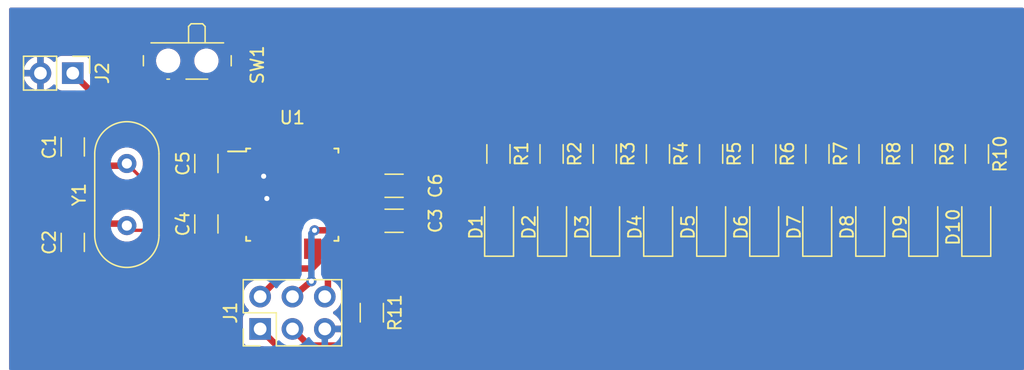
<source format=kicad_pcb>
(kicad_pcb (version 20171130) (host pcbnew "(5.1.8)-1")

  (general
    (thickness 1.6)
    (drawings 0)
    (tracks 110)
    (zones 0)
    (modules 32)
    (nets 30)
  )

  (page USLetter)
  (layers
    (0 F.Cu signal)
    (31 B.Cu signal)
    (32 B.Adhes user)
    (33 F.Adhes user)
    (34 B.Paste user)
    (35 F.Paste user)
    (36 B.SilkS user)
    (37 F.SilkS user)
    (38 B.Mask user)
    (39 F.Mask user)
    (40 Dwgs.User user)
    (41 Cmts.User user)
    (42 Eco1.User user)
    (43 Eco2.User user)
    (44 Edge.Cuts user)
    (45 Margin user)
    (46 B.CrtYd user)
    (47 F.CrtYd user)
    (48 B.Fab user)
    (49 F.Fab user)
  )

  (setup
    (last_trace_width 0.508)
    (user_trace_width 0.254)
    (user_trace_width 0.508)
    (user_trace_width 0.762)
    (user_trace_width 1.016)
    (trace_clearance 0.2)
    (zone_clearance 0.508)
    (zone_45_only no)
    (trace_min 0.2)
    (via_size 0.8)
    (via_drill 0.4)
    (via_min_size 0.4)
    (via_min_drill 0.3)
    (uvia_size 0.3)
    (uvia_drill 0.1)
    (uvias_allowed no)
    (uvia_min_size 0.2)
    (uvia_min_drill 0.1)
    (edge_width 0.05)
    (segment_width 0.2)
    (pcb_text_width 0.3)
    (pcb_text_size 1.5 1.5)
    (mod_edge_width 0.12)
    (mod_text_size 1 1)
    (mod_text_width 0.15)
    (pad_size 1.524 1.524)
    (pad_drill 0.762)
    (pad_to_mask_clearance 0)
    (aux_axis_origin 0 0)
    (visible_elements FFFFFF7F)
    (pcbplotparams
      (layerselection 0x010fc_ffffffff)
      (usegerberextensions false)
      (usegerberattributes true)
      (usegerberadvancedattributes true)
      (creategerberjobfile true)
      (excludeedgelayer true)
      (linewidth 0.100000)
      (plotframeref false)
      (viasonmask false)
      (mode 1)
      (useauxorigin false)
      (hpglpennumber 1)
      (hpglpenspeed 20)
      (hpglpendiameter 15.000000)
      (psnegative false)
      (psa4output false)
      (plotreference true)
      (plotvalue true)
      (plotinvisibletext false)
      (padsonsilk false)
      (subtractmaskfromsilk false)
      (outputformat 1)
      (mirror false)
      (drillshape 1)
      (scaleselection 1)
      (outputdirectory ""))
  )

  (net 0 "")
  (net 1 GND)
  (net 2 XTAL1)
  (net 3 XTAL2)
  (net 4 VCC)
  (net 5 "Net-(D1-Pad2)")
  (net 6 "Net-(D2-Pad2)")
  (net 7 "Net-(D3-Pad2)")
  (net 8 "Net-(D4-Pad2)")
  (net 9 "Net-(D5-Pad2)")
  (net 10 "Net-(D6-Pad2)")
  (net 11 "Net-(D7-Pad2)")
  (net 12 "Net-(D8-Pad2)")
  (net 13 "Net-(D9-Pad2)")
  (net 14 "Net-(D10-Pad2)")
  (net 15 MOSI)
  (net 16 SCK)
  (net 17 CS)
  (net 18 MISO)
  (net 19 "Net-(J2-Pad1)")
  (net 20 PB1)
  (net 21 PB2)
  (net 22 PB3)
  (net 23 PB4)
  (net 24 PB5)
  (net 25 PB6)
  (net 26 PB7)
  (net 27 PB8)
  (net 28 PB9)
  (net 29 PB10)

  (net_class Default "This is the default net class."
    (clearance 0.2)
    (trace_width 0.25)
    (via_dia 0.8)
    (via_drill 0.4)
    (uvia_dia 0.3)
    (uvia_drill 0.1)
    (add_net CS)
    (add_net GND)
    (add_net MISO)
    (add_net MOSI)
    (add_net "Net-(D1-Pad2)")
    (add_net "Net-(D10-Pad2)")
    (add_net "Net-(D2-Pad2)")
    (add_net "Net-(D3-Pad2)")
    (add_net "Net-(D4-Pad2)")
    (add_net "Net-(D5-Pad2)")
    (add_net "Net-(D6-Pad2)")
    (add_net "Net-(D7-Pad2)")
    (add_net "Net-(D8-Pad2)")
    (add_net "Net-(D9-Pad2)")
    (add_net "Net-(J2-Pad1)")
    (add_net PB1)
    (add_net PB10)
    (add_net PB2)
    (add_net PB3)
    (add_net PB4)
    (add_net PB5)
    (add_net PB6)
    (add_net PB7)
    (add_net PB8)
    (add_net PB9)
    (add_net SCK)
    (add_net VCC)
    (add_net XTAL1)
    (add_net XTAL2)
  )

  (module Connector_PinHeader_2.54mm:PinHeader_2x03_P2.54mm_Vertical (layer F.Cu) (tedit 59FED5CC) (tstamp 601E83D3)
    (at 78.475 105.75 90)
    (descr "Through hole straight pin header, 2x03, 2.54mm pitch, double rows")
    (tags "Through hole pin header THT 2x03 2.54mm double row")
    (path /60295D6A)
    (fp_text reference J1 (at 1.27 -2.33 90) (layer F.SilkS)
      (effects (font (size 1 1) (thickness 0.15)))
    )
    (fp_text value AVR (at 1.27 7.41 90) (layer F.Fab)
      (effects (font (size 1 1) (thickness 0.15)))
    )
    (fp_line (start 4.35 -1.8) (end -1.8 -1.8) (layer F.CrtYd) (width 0.05))
    (fp_line (start 4.35 6.85) (end 4.35 -1.8) (layer F.CrtYd) (width 0.05))
    (fp_line (start -1.8 6.85) (end 4.35 6.85) (layer F.CrtYd) (width 0.05))
    (fp_line (start -1.8 -1.8) (end -1.8 6.85) (layer F.CrtYd) (width 0.05))
    (fp_line (start -1.33 -1.33) (end 0 -1.33) (layer F.SilkS) (width 0.12))
    (fp_line (start -1.33 0) (end -1.33 -1.33) (layer F.SilkS) (width 0.12))
    (fp_line (start 1.27 -1.33) (end 3.87 -1.33) (layer F.SilkS) (width 0.12))
    (fp_line (start 1.27 1.27) (end 1.27 -1.33) (layer F.SilkS) (width 0.12))
    (fp_line (start -1.33 1.27) (end 1.27 1.27) (layer F.SilkS) (width 0.12))
    (fp_line (start 3.87 -1.33) (end 3.87 6.41) (layer F.SilkS) (width 0.12))
    (fp_line (start -1.33 1.27) (end -1.33 6.41) (layer F.SilkS) (width 0.12))
    (fp_line (start -1.33 6.41) (end 3.87 6.41) (layer F.SilkS) (width 0.12))
    (fp_line (start -1.27 0) (end 0 -1.27) (layer F.Fab) (width 0.1))
    (fp_line (start -1.27 6.35) (end -1.27 0) (layer F.Fab) (width 0.1))
    (fp_line (start 3.81 6.35) (end -1.27 6.35) (layer F.Fab) (width 0.1))
    (fp_line (start 3.81 -1.27) (end 3.81 6.35) (layer F.Fab) (width 0.1))
    (fp_line (start 0 -1.27) (end 3.81 -1.27) (layer F.Fab) (width 0.1))
    (fp_text user %R (at 1.27 2.54) (layer F.Fab)
      (effects (font (size 1 1) (thickness 0.15)))
    )
    (pad 1 thru_hole rect (at 0 0 90) (size 1.7 1.7) (drill 1) (layers *.Cu *.Mask)
      (net 4 VCC))
    (pad 2 thru_hole oval (at 2.54 0 90) (size 1.7 1.7) (drill 1) (layers *.Cu *.Mask)
      (net 15 MOSI))
    (pad 3 thru_hole oval (at 0 2.54 90) (size 1.7 1.7) (drill 1) (layers *.Cu *.Mask)
      (net 17 CS))
    (pad 4 thru_hole oval (at 2.54 2.54 90) (size 1.7 1.7) (drill 1) (layers *.Cu *.Mask)
      (net 16 SCK))
    (pad 5 thru_hole oval (at 0 5.08 90) (size 1.7 1.7) (drill 1) (layers *.Cu *.Mask)
      (net 1 GND))
    (pad 6 thru_hole oval (at 2.54 5.08 90) (size 1.7 1.7) (drill 1) (layers *.Cu *.Mask)
      (net 18 MISO))
    (model ${KISYS3DMOD}/Connector_PinHeader_2.54mm.3dshapes/PinHeader_2x03_P2.54mm_Vertical.wrl
      (at (xyz 0 0 0))
      (scale (xyz 1 1 1))
      (rotate (xyz 0 0 0))
    )
  )

  (module Crystal:Crystal_HC49-4H_Vertical (layer F.Cu) (tedit 5A1AD3B7) (tstamp 601E851C)
    (at 68 92.75 270)
    (descr "Crystal THT HC-49-4H http://5hertz.com/pdfs/04404_D.pdf")
    (tags "THT crystalHC-49-4H")
    (path /601F045C)
    (fp_text reference Y1 (at 2.44 3.75 90) (layer F.SilkS)
      (effects (font (size 1 1) (thickness 0.15)))
    )
    (fp_text value "16 MHZ" (at 2.44 3.525 90) (layer F.Fab)
      (effects (font (size 1 1) (thickness 0.15)))
    )
    (fp_line (start 8.5 -2.8) (end -3.6 -2.8) (layer F.CrtYd) (width 0.05))
    (fp_line (start 8.5 2.8) (end 8.5 -2.8) (layer F.CrtYd) (width 0.05))
    (fp_line (start -3.6 2.8) (end 8.5 2.8) (layer F.CrtYd) (width 0.05))
    (fp_line (start -3.6 -2.8) (end -3.6 2.8) (layer F.CrtYd) (width 0.05))
    (fp_line (start -0.76 2.525) (end 5.64 2.525) (layer F.SilkS) (width 0.12))
    (fp_line (start -0.76 -2.525) (end 5.64 -2.525) (layer F.SilkS) (width 0.12))
    (fp_line (start -0.56 2) (end 5.44 2) (layer F.Fab) (width 0.1))
    (fp_line (start -0.56 -2) (end 5.44 -2) (layer F.Fab) (width 0.1))
    (fp_line (start -0.76 2.325) (end 5.64 2.325) (layer F.Fab) (width 0.1))
    (fp_line (start -0.76 -2.325) (end 5.64 -2.325) (layer F.Fab) (width 0.1))
    (fp_text user %R (at 2.44 0 90) (layer F.Fab)
      (effects (font (size 1 1) (thickness 0.15)))
    )
    (fp_arc (start -0.76 0) (end -0.76 -2.325) (angle -180) (layer F.Fab) (width 0.1))
    (fp_arc (start 5.64 0) (end 5.64 -2.325) (angle 180) (layer F.Fab) (width 0.1))
    (fp_arc (start -0.56 0) (end -0.56 -2) (angle -180) (layer F.Fab) (width 0.1))
    (fp_arc (start 5.44 0) (end 5.44 -2) (angle 180) (layer F.Fab) (width 0.1))
    (fp_arc (start -0.76 0) (end -0.76 -2.525) (angle -180) (layer F.SilkS) (width 0.12))
    (fp_arc (start 5.64 0) (end 5.64 -2.525) (angle 180) (layer F.SilkS) (width 0.12))
    (pad 1 thru_hole circle (at 0 0 270) (size 1.5 1.5) (drill 0.8) (layers *.Cu *.Mask)
      (net 2 XTAL1))
    (pad 2 thru_hole circle (at 4.88 0 270) (size 1.5 1.5) (drill 0.8) (layers *.Cu *.Mask)
      (net 3 XTAL2))
    (model ${KISYS3DMOD}/Crystal.3dshapes/Crystal_HC49-4H_Vertical.wrl
      (at (xyz 0 0 0))
      (scale (xyz 1 1 1))
      (rotate (xyz 0 0 0))
    )
  )

  (module Package_QFP:TQFP-32_7x7mm_P0.8mm (layer F.Cu) (tedit 5A02F146) (tstamp 601E8505)
    (at 81 95.2)
    (descr "32-Lead Plastic Thin Quad Flatpack (PT) - 7x7x1.0 mm Body, 2.00 mm [TQFP] (see Microchip Packaging Specification 00000049BS.pdf)")
    (tags "QFP 0.8")
    (path /601E0796)
    (attr smd)
    (fp_text reference U1 (at 0 -6.05) (layer F.SilkS)
      (effects (font (size 1 1) (thickness 0.15)))
    )
    (fp_text value ATmega328P-AU (at 0 6.05) (layer F.Fab)
      (effects (font (size 1 1) (thickness 0.15)))
    )
    (fp_line (start -3.625 -3.4) (end -5.05 -3.4) (layer F.SilkS) (width 0.15))
    (fp_line (start 3.625 -3.625) (end 3.3 -3.625) (layer F.SilkS) (width 0.15))
    (fp_line (start 3.625 3.625) (end 3.3 3.625) (layer F.SilkS) (width 0.15))
    (fp_line (start -3.625 3.625) (end -3.3 3.625) (layer F.SilkS) (width 0.15))
    (fp_line (start -3.625 -3.625) (end -3.3 -3.625) (layer F.SilkS) (width 0.15))
    (fp_line (start -3.625 3.625) (end -3.625 3.3) (layer F.SilkS) (width 0.15))
    (fp_line (start 3.625 3.625) (end 3.625 3.3) (layer F.SilkS) (width 0.15))
    (fp_line (start 3.625 -3.625) (end 3.625 -3.3) (layer F.SilkS) (width 0.15))
    (fp_line (start -3.625 -3.625) (end -3.625 -3.4) (layer F.SilkS) (width 0.15))
    (fp_line (start -5.3 5.3) (end 5.3 5.3) (layer F.CrtYd) (width 0.05))
    (fp_line (start -5.3 -5.3) (end 5.3 -5.3) (layer F.CrtYd) (width 0.05))
    (fp_line (start 5.3 -5.3) (end 5.3 5.3) (layer F.CrtYd) (width 0.05))
    (fp_line (start -5.3 -5.3) (end -5.3 5.3) (layer F.CrtYd) (width 0.05))
    (fp_line (start -3.5 -2.5) (end -2.5 -3.5) (layer F.Fab) (width 0.15))
    (fp_line (start -3.5 3.5) (end -3.5 -2.5) (layer F.Fab) (width 0.15))
    (fp_line (start 3.5 3.5) (end -3.5 3.5) (layer F.Fab) (width 0.15))
    (fp_line (start 3.5 -3.5) (end 3.5 3.5) (layer F.Fab) (width 0.15))
    (fp_line (start -2.5 -3.5) (end 3.5 -3.5) (layer F.Fab) (width 0.15))
    (fp_text user %R (at 0 0) (layer F.Fab)
      (effects (font (size 1 1) (thickness 0.15)))
    )
    (pad 1 smd rect (at -4.25 -2.8) (size 1.6 0.55) (layers F.Cu F.Paste F.Mask))
    (pad 2 smd rect (at -4.25 -2) (size 1.6 0.55) (layers F.Cu F.Paste F.Mask))
    (pad 3 smd rect (at -4.25 -1.2) (size 1.6 0.55) (layers F.Cu F.Paste F.Mask)
      (net 1 GND))
    (pad 4 smd rect (at -4.25 -0.4) (size 1.6 0.55) (layers F.Cu F.Paste F.Mask)
      (net 4 VCC))
    (pad 5 smd rect (at -4.25 0.4) (size 1.6 0.55) (layers F.Cu F.Paste F.Mask)
      (net 1 GND))
    (pad 6 smd rect (at -4.25 1.2) (size 1.6 0.55) (layers F.Cu F.Paste F.Mask)
      (net 4 VCC))
    (pad 7 smd rect (at -4.25 2) (size 1.6 0.55) (layers F.Cu F.Paste F.Mask)
      (net 2 XTAL1))
    (pad 8 smd rect (at -4.25 2.8) (size 1.6 0.55) (layers F.Cu F.Paste F.Mask)
      (net 3 XTAL2))
    (pad 9 smd rect (at -2.8 4.25 90) (size 1.6 0.55) (layers F.Cu F.Paste F.Mask))
    (pad 10 smd rect (at -2 4.25 90) (size 1.6 0.55) (layers F.Cu F.Paste F.Mask))
    (pad 11 smd rect (at -1.2 4.25 90) (size 1.6 0.55) (layers F.Cu F.Paste F.Mask))
    (pad 12 smd rect (at -0.4 4.25 90) (size 1.6 0.55) (layers F.Cu F.Paste F.Mask)
      (net 20 PB1))
    (pad 13 smd rect (at 0.4 4.25 90) (size 1.6 0.55) (layers F.Cu F.Paste F.Mask)
      (net 21 PB2))
    (pad 14 smd rect (at 1.2 4.25 90) (size 1.6 0.55) (layers F.Cu F.Paste F.Mask)
      (net 22 PB3))
    (pad 15 smd rect (at 2 4.25 90) (size 1.6 0.55) (layers F.Cu F.Paste F.Mask)
      (net 15 MOSI))
    (pad 16 smd rect (at 2.8 4.25 90) (size 1.6 0.55) (layers F.Cu F.Paste F.Mask)
      (net 18 MISO))
    (pad 17 smd rect (at 4.25 2.8) (size 1.6 0.55) (layers F.Cu F.Paste F.Mask)
      (net 16 SCK))
    (pad 18 smd rect (at 4.25 2) (size 1.6 0.55) (layers F.Cu F.Paste F.Mask)
      (net 4 VCC))
    (pad 19 smd rect (at 4.25 1.2) (size 1.6 0.55) (layers F.Cu F.Paste F.Mask))
    (pad 20 smd rect (at 4.25 0.4) (size 1.6 0.55) (layers F.Cu F.Paste F.Mask)
      (net 4 VCC))
    (pad 21 smd rect (at 4.25 -0.4) (size 1.6 0.55) (layers F.Cu F.Paste F.Mask)
      (net 1 GND))
    (pad 22 smd rect (at 4.25 -1.2) (size 1.6 0.55) (layers F.Cu F.Paste F.Mask))
    (pad 23 smd rect (at 4.25 -2) (size 1.6 0.55) (layers F.Cu F.Paste F.Mask)
      (net 23 PB4))
    (pad 24 smd rect (at 4.25 -2.8) (size 1.6 0.55) (layers F.Cu F.Paste F.Mask)
      (net 24 PB5))
    (pad 25 smd rect (at 2.8 -4.25 90) (size 1.6 0.55) (layers F.Cu F.Paste F.Mask)
      (net 25 PB6))
    (pad 26 smd rect (at 2 -4.25 90) (size 1.6 0.55) (layers F.Cu F.Paste F.Mask)
      (net 26 PB7))
    (pad 27 smd rect (at 1.2 -4.25 90) (size 1.6 0.55) (layers F.Cu F.Paste F.Mask)
      (net 27 PB8))
    (pad 28 smd rect (at 0.4 -4.25 90) (size 1.6 0.55) (layers F.Cu F.Paste F.Mask)
      (net 28 PB9))
    (pad 29 smd rect (at -0.4 -4.25 90) (size 1.6 0.55) (layers F.Cu F.Paste F.Mask)
      (net 17 CS))
    (pad 30 smd rect (at -1.2 -4.25 90) (size 1.6 0.55) (layers F.Cu F.Paste F.Mask))
    (pad 31 smd rect (at -2 -4.25 90) (size 1.6 0.55) (layers F.Cu F.Paste F.Mask))
    (pad 32 smd rect (at -2.8 -4.25 90) (size 1.6 0.55) (layers F.Cu F.Paste F.Mask)
      (net 29 PB10))
    (model ${KISYS3DMOD}/Package_QFP.3dshapes/TQFP-32_7x7mm_P0.8mm.wrl
      (at (xyz 0 0 0))
      (scale (xyz 1 1 1))
      (rotate (xyz 0 0 0))
    )
  )

  (module Capacitor_SMD:C_1206_3216Metric (layer F.Cu) (tedit 5F68FEEE) (tstamp 601E82E8)
    (at 74.25 92.75 90)
    (descr "Capacitor SMD 1206 (3216 Metric), square (rectangular) end terminal, IPC_7351 nominal, (Body size source: IPC-SM-782 page 76, https://www.pcb-3d.com/wordpress/wp-content/uploads/ipc-sm-782a_amendment_1_and_2.pdf), generated with kicad-footprint-generator")
    (tags capacitor)
    (path /602003CD)
    (attr smd)
    (fp_text reference C5 (at 0 -1.85 90) (layer F.SilkS)
      (effects (font (size 1 1) (thickness 0.15)))
    )
    (fp_text value 100n (at 0 1.85 90) (layer F.Fab)
      (effects (font (size 1 1) (thickness 0.15)))
    )
    (fp_line (start 2.3 1.15) (end -2.3 1.15) (layer F.CrtYd) (width 0.05))
    (fp_line (start 2.3 -1.15) (end 2.3 1.15) (layer F.CrtYd) (width 0.05))
    (fp_line (start -2.3 -1.15) (end 2.3 -1.15) (layer F.CrtYd) (width 0.05))
    (fp_line (start -2.3 1.15) (end -2.3 -1.15) (layer F.CrtYd) (width 0.05))
    (fp_line (start -0.711252 0.91) (end 0.711252 0.91) (layer F.SilkS) (width 0.12))
    (fp_line (start -0.711252 -0.91) (end 0.711252 -0.91) (layer F.SilkS) (width 0.12))
    (fp_line (start 1.6 0.8) (end -1.6 0.8) (layer F.Fab) (width 0.1))
    (fp_line (start 1.6 -0.8) (end 1.6 0.8) (layer F.Fab) (width 0.1))
    (fp_line (start -1.6 -0.8) (end 1.6 -0.8) (layer F.Fab) (width 0.1))
    (fp_line (start -1.6 0.8) (end -1.6 -0.8) (layer F.Fab) (width 0.1))
    (fp_text user %R (at 0 0 90) (layer F.Fab)
      (effects (font (size 0.8 0.8) (thickness 0.12)))
    )
    (pad 1 smd roundrect (at -1.475 0 90) (size 1.15 1.8) (layers F.Cu F.Paste F.Mask) (roundrect_rratio 0.217391)
      (net 4 VCC))
    (pad 2 smd roundrect (at 1.475 0 90) (size 1.15 1.8) (layers F.Cu F.Paste F.Mask) (roundrect_rratio 0.217391)
      (net 1 GND))
    (model ${KISYS3DMOD}/Capacitor_SMD.3dshapes/C_1206_3216Metric.wrl
      (at (xyz 0 0 0))
      (scale (xyz 1 1 1))
      (rotate (xyz 0 0 0))
    )
  )

  (module Capacitor_SMD:C_1206_3216Metric (layer F.Cu) (tedit 5F68FEEE) (tstamp 601E82A4)
    (at 63.75 91.45 90)
    (descr "Capacitor SMD 1206 (3216 Metric), square (rectangular) end terminal, IPC_7351 nominal, (Body size source: IPC-SM-782 page 76, https://www.pcb-3d.com/wordpress/wp-content/uploads/ipc-sm-782a_amendment_1_and_2.pdf), generated with kicad-footprint-generator")
    (tags capacitor)
    (path /601F16C4)
    (attr smd)
    (fp_text reference C1 (at 0 -1.85 90) (layer F.SilkS)
      (effects (font (size 1 1) (thickness 0.15)))
    )
    (fp_text value 22p (at 0 1.85 90) (layer F.Fab)
      (effects (font (size 1 1) (thickness 0.15)))
    )
    (fp_text user %R (at 0 0 90) (layer F.Fab)
      (effects (font (size 0.8 0.8) (thickness 0.12)))
    )
    (fp_line (start -1.6 0.8) (end -1.6 -0.8) (layer F.Fab) (width 0.1))
    (fp_line (start -1.6 -0.8) (end 1.6 -0.8) (layer F.Fab) (width 0.1))
    (fp_line (start 1.6 -0.8) (end 1.6 0.8) (layer F.Fab) (width 0.1))
    (fp_line (start 1.6 0.8) (end -1.6 0.8) (layer F.Fab) (width 0.1))
    (fp_line (start -0.711252 -0.91) (end 0.711252 -0.91) (layer F.SilkS) (width 0.12))
    (fp_line (start -0.711252 0.91) (end 0.711252 0.91) (layer F.SilkS) (width 0.12))
    (fp_line (start -2.3 1.15) (end -2.3 -1.15) (layer F.CrtYd) (width 0.05))
    (fp_line (start -2.3 -1.15) (end 2.3 -1.15) (layer F.CrtYd) (width 0.05))
    (fp_line (start 2.3 -1.15) (end 2.3 1.15) (layer F.CrtYd) (width 0.05))
    (fp_line (start 2.3 1.15) (end -2.3 1.15) (layer F.CrtYd) (width 0.05))
    (pad 2 smd roundrect (at 1.475 0 90) (size 1.15 1.8) (layers F.Cu F.Paste F.Mask) (roundrect_rratio 0.217391)
      (net 1 GND))
    (pad 1 smd roundrect (at -1.475 0 90) (size 1.15 1.8) (layers F.Cu F.Paste F.Mask) (roundrect_rratio 0.217391)
      (net 2 XTAL1))
    (model ${KISYS3DMOD}/Capacitor_SMD.3dshapes/C_1206_3216Metric.wrl
      (at (xyz 0 0 0))
      (scale (xyz 1 1 1))
      (rotate (xyz 0 0 0))
    )
  )

  (module Capacitor_SMD:C_1206_3216Metric (layer F.Cu) (tedit 5F68FEEE) (tstamp 601E8B35)
    (at 63.75 98.95 270)
    (descr "Capacitor SMD 1206 (3216 Metric), square (rectangular) end terminal, IPC_7351 nominal, (Body size source: IPC-SM-782 page 76, https://www.pcb-3d.com/wordpress/wp-content/uploads/ipc-sm-782a_amendment_1_and_2.pdf), generated with kicad-footprint-generator")
    (tags capacitor)
    (path /601F25D4)
    (attr smd)
    (fp_text reference C2 (at 0 1.85 90) (layer F.SilkS)
      (effects (font (size 1 1) (thickness 0.15)))
    )
    (fp_text value 22p (at 0 1.85 90) (layer F.Fab)
      (effects (font (size 1 1) (thickness 0.15)))
    )
    (fp_line (start 2.3 1.15) (end -2.3 1.15) (layer F.CrtYd) (width 0.05))
    (fp_line (start 2.3 -1.15) (end 2.3 1.15) (layer F.CrtYd) (width 0.05))
    (fp_line (start -2.3 -1.15) (end 2.3 -1.15) (layer F.CrtYd) (width 0.05))
    (fp_line (start -2.3 1.15) (end -2.3 -1.15) (layer F.CrtYd) (width 0.05))
    (fp_line (start -0.711252 0.91) (end 0.711252 0.91) (layer F.SilkS) (width 0.12))
    (fp_line (start -0.711252 -0.91) (end 0.711252 -0.91) (layer F.SilkS) (width 0.12))
    (fp_line (start 1.6 0.8) (end -1.6 0.8) (layer F.Fab) (width 0.1))
    (fp_line (start 1.6 -0.8) (end 1.6 0.8) (layer F.Fab) (width 0.1))
    (fp_line (start -1.6 -0.8) (end 1.6 -0.8) (layer F.Fab) (width 0.1))
    (fp_line (start -1.6 0.8) (end -1.6 -0.8) (layer F.Fab) (width 0.1))
    (fp_text user %R (at 0 0 90) (layer F.Fab)
      (effects (font (size 0.8 0.8) (thickness 0.12)))
    )
    (pad 1 smd roundrect (at -1.475 0 270) (size 1.15 1.8) (layers F.Cu F.Paste F.Mask) (roundrect_rratio 0.217391)
      (net 3 XTAL2))
    (pad 2 smd roundrect (at 1.475 0 270) (size 1.15 1.8) (layers F.Cu F.Paste F.Mask) (roundrect_rratio 0.217391)
      (net 1 GND))
    (model ${KISYS3DMOD}/Capacitor_SMD.3dshapes/C_1206_3216Metric.wrl
      (at (xyz 0 0 0))
      (scale (xyz 1 1 1))
      (rotate (xyz 0 0 0))
    )
  )

  (module Capacitor_SMD:C_1206_3216Metric (layer F.Cu) (tedit 5F68FEEE) (tstamp 601EB23A)
    (at 89 97.25)
    (descr "Capacitor SMD 1206 (3216 Metric), square (rectangular) end terminal, IPC_7351 nominal, (Body size source: IPC-SM-782 page 76, https://www.pcb-3d.com/wordpress/wp-content/uploads/ipc-sm-782a_amendment_1_and_2.pdf), generated with kicad-footprint-generator")
    (tags capacitor)
    (path /602019CD)
    (attr smd)
    (fp_text reference C3 (at 3.25 0 90) (layer F.SilkS)
      (effects (font (size 1 1) (thickness 0.15)))
    )
    (fp_text value 100n (at 0 1.85) (layer F.Fab)
      (effects (font (size 1 1) (thickness 0.15)))
    )
    (fp_line (start 2.3 1.15) (end -2.3 1.15) (layer F.CrtYd) (width 0.05))
    (fp_line (start 2.3 -1.15) (end 2.3 1.15) (layer F.CrtYd) (width 0.05))
    (fp_line (start -2.3 -1.15) (end 2.3 -1.15) (layer F.CrtYd) (width 0.05))
    (fp_line (start -2.3 1.15) (end -2.3 -1.15) (layer F.CrtYd) (width 0.05))
    (fp_line (start -0.711252 0.91) (end 0.711252 0.91) (layer F.SilkS) (width 0.12))
    (fp_line (start -0.711252 -0.91) (end 0.711252 -0.91) (layer F.SilkS) (width 0.12))
    (fp_line (start 1.6 0.8) (end -1.6 0.8) (layer F.Fab) (width 0.1))
    (fp_line (start 1.6 -0.8) (end 1.6 0.8) (layer F.Fab) (width 0.1))
    (fp_line (start -1.6 -0.8) (end 1.6 -0.8) (layer F.Fab) (width 0.1))
    (fp_line (start -1.6 0.8) (end -1.6 -0.8) (layer F.Fab) (width 0.1))
    (fp_text user %R (at 0 0) (layer F.Fab)
      (effects (font (size 0.8 0.8) (thickness 0.12)))
    )
    (pad 1 smd roundrect (at -1.475 0) (size 1.15 1.8) (layers F.Cu F.Paste F.Mask) (roundrect_rratio 0.217391)
      (net 4 VCC))
    (pad 2 smd roundrect (at 1.475 0) (size 1.15 1.8) (layers F.Cu F.Paste F.Mask) (roundrect_rratio 0.217391)
      (net 1 GND))
    (model ${KISYS3DMOD}/Capacitor_SMD.3dshapes/C_1206_3216Metric.wrl
      (at (xyz 0 0 0))
      (scale (xyz 1 1 1))
      (rotate (xyz 0 0 0))
    )
  )

  (module Capacitor_SMD:C_1206_3216Metric (layer F.Cu) (tedit 5F68FEEE) (tstamp 601EB425)
    (at 74.25 97.5 270)
    (descr "Capacitor SMD 1206 (3216 Metric), square (rectangular) end terminal, IPC_7351 nominal, (Body size source: IPC-SM-782 page 76, https://www.pcb-3d.com/wordpress/wp-content/uploads/ipc-sm-782a_amendment_1_and_2.pdf), generated with kicad-footprint-generator")
    (tags capacitor)
    (path /60200F7A)
    (attr smd)
    (fp_text reference C4 (at 0 1.85 90) (layer F.SilkS)
      (effects (font (size 1 1) (thickness 0.15)))
    )
    (fp_text value 100n (at 0 1.85 90) (layer F.Fab)
      (effects (font (size 1 1) (thickness 0.15)))
    )
    (fp_text user %R (at 0 0 90) (layer F.Fab)
      (effects (font (size 0.8 0.8) (thickness 0.12)))
    )
    (fp_line (start -1.6 0.8) (end -1.6 -0.8) (layer F.Fab) (width 0.1))
    (fp_line (start -1.6 -0.8) (end 1.6 -0.8) (layer F.Fab) (width 0.1))
    (fp_line (start 1.6 -0.8) (end 1.6 0.8) (layer F.Fab) (width 0.1))
    (fp_line (start 1.6 0.8) (end -1.6 0.8) (layer F.Fab) (width 0.1))
    (fp_line (start -0.711252 -0.91) (end 0.711252 -0.91) (layer F.SilkS) (width 0.12))
    (fp_line (start -0.711252 0.91) (end 0.711252 0.91) (layer F.SilkS) (width 0.12))
    (fp_line (start -2.3 1.15) (end -2.3 -1.15) (layer F.CrtYd) (width 0.05))
    (fp_line (start -2.3 -1.15) (end 2.3 -1.15) (layer F.CrtYd) (width 0.05))
    (fp_line (start 2.3 -1.15) (end 2.3 1.15) (layer F.CrtYd) (width 0.05))
    (fp_line (start 2.3 1.15) (end -2.3 1.15) (layer F.CrtYd) (width 0.05))
    (pad 2 smd roundrect (at 1.475 0 270) (size 1.15 1.8) (layers F.Cu F.Paste F.Mask) (roundrect_rratio 0.217391)
      (net 1 GND))
    (pad 1 smd roundrect (at -1.475 0 270) (size 1.15 1.8) (layers F.Cu F.Paste F.Mask) (roundrect_rratio 0.217391)
      (net 4 VCC))
    (model ${KISYS3DMOD}/Capacitor_SMD.3dshapes/C_1206_3216Metric.wrl
      (at (xyz 0 0 0))
      (scale (xyz 1 1 1))
      (rotate (xyz 0 0 0))
    )
  )

  (module Capacitor_SMD:C_1206_3216Metric (layer F.Cu) (tedit 5F68FEEE) (tstamp 601E82F9)
    (at 89 94.5)
    (descr "Capacitor SMD 1206 (3216 Metric), square (rectangular) end terminal, IPC_7351 nominal, (Body size source: IPC-SM-782 page 76, https://www.pcb-3d.com/wordpress/wp-content/uploads/ipc-sm-782a_amendment_1_and_2.pdf), generated with kicad-footprint-generator")
    (tags capacitor)
    (path /601FF3A5)
    (attr smd)
    (fp_text reference C6 (at 3.25 0 90) (layer F.SilkS)
      (effects (font (size 1 1) (thickness 0.15)))
    )
    (fp_text value 100n (at 0 1.85) (layer F.Fab)
      (effects (font (size 1 1) (thickness 0.15)))
    )
    (fp_text user %R (at 0 0) (layer F.Fab)
      (effects (font (size 0.8 0.8) (thickness 0.12)))
    )
    (fp_line (start -1.6 0.8) (end -1.6 -0.8) (layer F.Fab) (width 0.1))
    (fp_line (start -1.6 -0.8) (end 1.6 -0.8) (layer F.Fab) (width 0.1))
    (fp_line (start 1.6 -0.8) (end 1.6 0.8) (layer F.Fab) (width 0.1))
    (fp_line (start 1.6 0.8) (end -1.6 0.8) (layer F.Fab) (width 0.1))
    (fp_line (start -0.711252 -0.91) (end 0.711252 -0.91) (layer F.SilkS) (width 0.12))
    (fp_line (start -0.711252 0.91) (end 0.711252 0.91) (layer F.SilkS) (width 0.12))
    (fp_line (start -2.3 1.15) (end -2.3 -1.15) (layer F.CrtYd) (width 0.05))
    (fp_line (start -2.3 -1.15) (end 2.3 -1.15) (layer F.CrtYd) (width 0.05))
    (fp_line (start 2.3 -1.15) (end 2.3 1.15) (layer F.CrtYd) (width 0.05))
    (fp_line (start 2.3 1.15) (end -2.3 1.15) (layer F.CrtYd) (width 0.05))
    (pad 2 smd roundrect (at 1.475 0) (size 1.15 1.8) (layers F.Cu F.Paste F.Mask) (roundrect_rratio 0.217391)
      (net 1 GND))
    (pad 1 smd roundrect (at -1.475 0) (size 1.15 1.8) (layers F.Cu F.Paste F.Mask) (roundrect_rratio 0.217391)
      (net 4 VCC))
    (model ${KISYS3DMOD}/Capacitor_SMD.3dshapes/C_1206_3216Metric.wrl
      (at (xyz 0 0 0))
      (scale (xyz 1 1 1))
      (rotate (xyz 0 0 0))
    )
  )

  (module Connector_PinHeader_2.54mm:PinHeader_1x02_P2.54mm_Vertical (layer F.Cu) (tedit 59FED5CC) (tstamp 601E83E9)
    (at 63.75 85.65 270)
    (descr "Through hole straight pin header, 1x02, 2.54mm pitch, single row")
    (tags "Through hole pin header THT 1x02 2.54mm single row")
    (path /601E7F43)
    (fp_text reference J2 (at 0 -2.33 90) (layer F.SilkS)
      (effects (font (size 1 1) (thickness 0.15)))
    )
    (fp_text value BATTERY (at 0 4.87 90) (layer F.Fab)
      (effects (font (size 1 1) (thickness 0.15)))
    )
    (fp_line (start 1.8 -1.8) (end -1.8 -1.8) (layer F.CrtYd) (width 0.05))
    (fp_line (start 1.8 4.35) (end 1.8 -1.8) (layer F.CrtYd) (width 0.05))
    (fp_line (start -1.8 4.35) (end 1.8 4.35) (layer F.CrtYd) (width 0.05))
    (fp_line (start -1.8 -1.8) (end -1.8 4.35) (layer F.CrtYd) (width 0.05))
    (fp_line (start -1.33 -1.33) (end 0 -1.33) (layer F.SilkS) (width 0.12))
    (fp_line (start -1.33 0) (end -1.33 -1.33) (layer F.SilkS) (width 0.12))
    (fp_line (start -1.33 1.27) (end 1.33 1.27) (layer F.SilkS) (width 0.12))
    (fp_line (start 1.33 1.27) (end 1.33 3.87) (layer F.SilkS) (width 0.12))
    (fp_line (start -1.33 1.27) (end -1.33 3.87) (layer F.SilkS) (width 0.12))
    (fp_line (start -1.33 3.87) (end 1.33 3.87) (layer F.SilkS) (width 0.12))
    (fp_line (start -1.27 -0.635) (end -0.635 -1.27) (layer F.Fab) (width 0.1))
    (fp_line (start -1.27 3.81) (end -1.27 -0.635) (layer F.Fab) (width 0.1))
    (fp_line (start 1.27 3.81) (end -1.27 3.81) (layer F.Fab) (width 0.1))
    (fp_line (start 1.27 -1.27) (end 1.27 3.81) (layer F.Fab) (width 0.1))
    (fp_line (start -0.635 -1.27) (end 1.27 -1.27) (layer F.Fab) (width 0.1))
    (fp_text user %R (at 0 1.27) (layer F.Fab)
      (effects (font (size 1 1) (thickness 0.15)))
    )
    (pad 1 thru_hole rect (at 0 0 270) (size 1.7 1.7) (drill 1) (layers *.Cu *.Mask)
      (net 19 "Net-(J2-Pad1)"))
    (pad 2 thru_hole oval (at 0 2.54 270) (size 1.7 1.7) (drill 1) (layers *.Cu *.Mask)
      (net 1 GND))
    (model ${KISYS3DMOD}/Connector_PinHeader_2.54mm.3dshapes/PinHeader_1x02_P2.54mm_Vertical.wrl
      (at (xyz 0 0 0))
      (scale (xyz 1 1 1))
      (rotate (xyz 0 0 0))
    )
  )

  (module Resistor_SMD:R_1206_3216Metric (layer F.Cu) (tedit 5F68FEEE) (tstamp 601E83FA)
    (at 97.2 92 270)
    (descr "Resistor SMD 1206 (3216 Metric), square (rectangular) end terminal, IPC_7351 nominal, (Body size source: IPC-SM-782 page 72, https://www.pcb-3d.com/wordpress/wp-content/uploads/ipc-sm-782a_amendment_1_and_2.pdf), generated with kicad-footprint-generator")
    (tags resistor)
    (path /6021663C)
    (attr smd)
    (fp_text reference R1 (at 0 -1.82 90) (layer F.SilkS)
      (effects (font (size 1 1) (thickness 0.15)))
    )
    (fp_text value R (at 0 1.82 90) (layer F.Fab)
      (effects (font (size 1 1) (thickness 0.15)))
    )
    (fp_line (start 2.28 1.12) (end -2.28 1.12) (layer F.CrtYd) (width 0.05))
    (fp_line (start 2.28 -1.12) (end 2.28 1.12) (layer F.CrtYd) (width 0.05))
    (fp_line (start -2.28 -1.12) (end 2.28 -1.12) (layer F.CrtYd) (width 0.05))
    (fp_line (start -2.28 1.12) (end -2.28 -1.12) (layer F.CrtYd) (width 0.05))
    (fp_line (start -0.727064 0.91) (end 0.727064 0.91) (layer F.SilkS) (width 0.12))
    (fp_line (start -0.727064 -0.91) (end 0.727064 -0.91) (layer F.SilkS) (width 0.12))
    (fp_line (start 1.6 0.8) (end -1.6 0.8) (layer F.Fab) (width 0.1))
    (fp_line (start 1.6 -0.8) (end 1.6 0.8) (layer F.Fab) (width 0.1))
    (fp_line (start -1.6 -0.8) (end 1.6 -0.8) (layer F.Fab) (width 0.1))
    (fp_line (start -1.6 0.8) (end -1.6 -0.8) (layer F.Fab) (width 0.1))
    (fp_text user %R (at 0 0 90) (layer F.Fab)
      (effects (font (size 0.8 0.8) (thickness 0.12)))
    )
    (pad 1 smd roundrect (at -1.4625 0 270) (size 1.125 1.75) (layers F.Cu F.Paste F.Mask) (roundrect_rratio 0.222222)
      (net 20 PB1))
    (pad 2 smd roundrect (at 1.4625 0 270) (size 1.125 1.75) (layers F.Cu F.Paste F.Mask) (roundrect_rratio 0.222222)
      (net 5 "Net-(D1-Pad2)"))
    (model ${KISYS3DMOD}/Resistor_SMD.3dshapes/R_1206_3216Metric.wrl
      (at (xyz 0 0 0))
      (scale (xyz 1 1 1))
      (rotate (xyz 0 0 0))
    )
  )

  (module Resistor_SMD:R_1206_3216Metric (layer F.Cu) (tedit 5F68FEEE) (tstamp 601E840B)
    (at 101.377784 92 270)
    (descr "Resistor SMD 1206 (3216 Metric), square (rectangular) end terminal, IPC_7351 nominal, (Body size source: IPC-SM-782 page 72, https://www.pcb-3d.com/wordpress/wp-content/uploads/ipc-sm-782a_amendment_1_and_2.pdf), generated with kicad-footprint-generator")
    (tags resistor)
    (path /6021BE94)
    (attr smd)
    (fp_text reference R2 (at 0 -1.82 90) (layer F.SilkS)
      (effects (font (size 1 1) (thickness 0.15)))
    )
    (fp_text value R (at 0 1.82 90) (layer F.Fab)
      (effects (font (size 1 1) (thickness 0.15)))
    )
    (fp_line (start 2.28 1.12) (end -2.28 1.12) (layer F.CrtYd) (width 0.05))
    (fp_line (start 2.28 -1.12) (end 2.28 1.12) (layer F.CrtYd) (width 0.05))
    (fp_line (start -2.28 -1.12) (end 2.28 -1.12) (layer F.CrtYd) (width 0.05))
    (fp_line (start -2.28 1.12) (end -2.28 -1.12) (layer F.CrtYd) (width 0.05))
    (fp_line (start -0.727064 0.91) (end 0.727064 0.91) (layer F.SilkS) (width 0.12))
    (fp_line (start -0.727064 -0.91) (end 0.727064 -0.91) (layer F.SilkS) (width 0.12))
    (fp_line (start 1.6 0.8) (end -1.6 0.8) (layer F.Fab) (width 0.1))
    (fp_line (start 1.6 -0.8) (end 1.6 0.8) (layer F.Fab) (width 0.1))
    (fp_line (start -1.6 -0.8) (end 1.6 -0.8) (layer F.Fab) (width 0.1))
    (fp_line (start -1.6 0.8) (end -1.6 -0.8) (layer F.Fab) (width 0.1))
    (fp_text user %R (at 0 0 90) (layer F.Fab)
      (effects (font (size 0.8 0.8) (thickness 0.12)))
    )
    (pad 1 smd roundrect (at -1.4625 0 270) (size 1.125 1.75) (layers F.Cu F.Paste F.Mask) (roundrect_rratio 0.222222)
      (net 21 PB2))
    (pad 2 smd roundrect (at 1.4625 0 270) (size 1.125 1.75) (layers F.Cu F.Paste F.Mask) (roundrect_rratio 0.222222)
      (net 6 "Net-(D2-Pad2)"))
    (model ${KISYS3DMOD}/Resistor_SMD.3dshapes/R_1206_3216Metric.wrl
      (at (xyz 0 0 0))
      (scale (xyz 1 1 1))
      (rotate (xyz 0 0 0))
    )
  )

  (module Resistor_SMD:R_1206_3216Metric (layer F.Cu) (tedit 5F68FEEE) (tstamp 601E841C)
    (at 105.555561 92 270)
    (descr "Resistor SMD 1206 (3216 Metric), square (rectangular) end terminal, IPC_7351 nominal, (Body size source: IPC-SM-782 page 72, https://www.pcb-3d.com/wordpress/wp-content/uploads/ipc-sm-782a_amendment_1_and_2.pdf), generated with kicad-footprint-generator")
    (tags resistor)
    (path /6021DACC)
    (attr smd)
    (fp_text reference R3 (at 0 -1.82 90) (layer F.SilkS)
      (effects (font (size 1 1) (thickness 0.15)))
    )
    (fp_text value R (at 0 1.82 90) (layer F.Fab)
      (effects (font (size 1 1) (thickness 0.15)))
    )
    (fp_line (start 2.28 1.12) (end -2.28 1.12) (layer F.CrtYd) (width 0.05))
    (fp_line (start 2.28 -1.12) (end 2.28 1.12) (layer F.CrtYd) (width 0.05))
    (fp_line (start -2.28 -1.12) (end 2.28 -1.12) (layer F.CrtYd) (width 0.05))
    (fp_line (start -2.28 1.12) (end -2.28 -1.12) (layer F.CrtYd) (width 0.05))
    (fp_line (start -0.727064 0.91) (end 0.727064 0.91) (layer F.SilkS) (width 0.12))
    (fp_line (start -0.727064 -0.91) (end 0.727064 -0.91) (layer F.SilkS) (width 0.12))
    (fp_line (start 1.6 0.8) (end -1.6 0.8) (layer F.Fab) (width 0.1))
    (fp_line (start 1.6 -0.8) (end 1.6 0.8) (layer F.Fab) (width 0.1))
    (fp_line (start -1.6 -0.8) (end 1.6 -0.8) (layer F.Fab) (width 0.1))
    (fp_line (start -1.6 0.8) (end -1.6 -0.8) (layer F.Fab) (width 0.1))
    (fp_text user %R (at 0 0 90) (layer F.Fab)
      (effects (font (size 0.8 0.8) (thickness 0.12)))
    )
    (pad 1 smd roundrect (at -1.4625 0 270) (size 1.125 1.75) (layers F.Cu F.Paste F.Mask) (roundrect_rratio 0.222222)
      (net 22 PB3))
    (pad 2 smd roundrect (at 1.4625 0 270) (size 1.125 1.75) (layers F.Cu F.Paste F.Mask) (roundrect_rratio 0.222222)
      (net 7 "Net-(D3-Pad2)"))
    (model ${KISYS3DMOD}/Resistor_SMD.3dshapes/R_1206_3216Metric.wrl
      (at (xyz 0 0 0))
      (scale (xyz 1 1 1))
      (rotate (xyz 0 0 0))
    )
  )

  (module Resistor_SMD:R_1206_3216Metric (layer F.Cu) (tedit 5F68FEEE) (tstamp 601E842D)
    (at 109.733338 92 270)
    (descr "Resistor SMD 1206 (3216 Metric), square (rectangular) end terminal, IPC_7351 nominal, (Body size source: IPC-SM-782 page 72, https://www.pcb-3d.com/wordpress/wp-content/uploads/ipc-sm-782a_amendment_1_and_2.pdf), generated with kicad-footprint-generator")
    (tags resistor)
    (path /6021DAE4)
    (attr smd)
    (fp_text reference R4 (at 0 -1.82 90) (layer F.SilkS)
      (effects (font (size 1 1) (thickness 0.15)))
    )
    (fp_text value R (at 0 1.82 90) (layer F.Fab)
      (effects (font (size 1 1) (thickness 0.15)))
    )
    (fp_line (start 2.28 1.12) (end -2.28 1.12) (layer F.CrtYd) (width 0.05))
    (fp_line (start 2.28 -1.12) (end 2.28 1.12) (layer F.CrtYd) (width 0.05))
    (fp_line (start -2.28 -1.12) (end 2.28 -1.12) (layer F.CrtYd) (width 0.05))
    (fp_line (start -2.28 1.12) (end -2.28 -1.12) (layer F.CrtYd) (width 0.05))
    (fp_line (start -0.727064 0.91) (end 0.727064 0.91) (layer F.SilkS) (width 0.12))
    (fp_line (start -0.727064 -0.91) (end 0.727064 -0.91) (layer F.SilkS) (width 0.12))
    (fp_line (start 1.6 0.8) (end -1.6 0.8) (layer F.Fab) (width 0.1))
    (fp_line (start 1.6 -0.8) (end 1.6 0.8) (layer F.Fab) (width 0.1))
    (fp_line (start -1.6 -0.8) (end 1.6 -0.8) (layer F.Fab) (width 0.1))
    (fp_line (start -1.6 0.8) (end -1.6 -0.8) (layer F.Fab) (width 0.1))
    (fp_text user %R (at 0 0 90) (layer F.Fab)
      (effects (font (size 0.8 0.8) (thickness 0.12)))
    )
    (pad 1 smd roundrect (at -1.4625 0 270) (size 1.125 1.75) (layers F.Cu F.Paste F.Mask) (roundrect_rratio 0.222222)
      (net 23 PB4))
    (pad 2 smd roundrect (at 1.4625 0 270) (size 1.125 1.75) (layers F.Cu F.Paste F.Mask) (roundrect_rratio 0.222222)
      (net 8 "Net-(D4-Pad2)"))
    (model ${KISYS3DMOD}/Resistor_SMD.3dshapes/R_1206_3216Metric.wrl
      (at (xyz 0 0 0))
      (scale (xyz 1 1 1))
      (rotate (xyz 0 0 0))
    )
  )

  (module Resistor_SMD:R_1206_3216Metric (layer F.Cu) (tedit 5F68FEEE) (tstamp 601E843E)
    (at 113.911115 92 270)
    (descr "Resistor SMD 1206 (3216 Metric), square (rectangular) end terminal, IPC_7351 nominal, (Body size source: IPC-SM-782 page 72, https://www.pcb-3d.com/wordpress/wp-content/uploads/ipc-sm-782a_amendment_1_and_2.pdf), generated with kicad-footprint-generator")
    (tags resistor)
    (path /60222319)
    (attr smd)
    (fp_text reference R5 (at 0 -1.82 90) (layer F.SilkS)
      (effects (font (size 1 1) (thickness 0.15)))
    )
    (fp_text value R (at 0 1.82 90) (layer F.Fab)
      (effects (font (size 1 1) (thickness 0.15)))
    )
    (fp_text user %R (at 0 0 90) (layer F.Fab)
      (effects (font (size 0.8 0.8) (thickness 0.12)))
    )
    (fp_line (start -1.6 0.8) (end -1.6 -0.8) (layer F.Fab) (width 0.1))
    (fp_line (start -1.6 -0.8) (end 1.6 -0.8) (layer F.Fab) (width 0.1))
    (fp_line (start 1.6 -0.8) (end 1.6 0.8) (layer F.Fab) (width 0.1))
    (fp_line (start 1.6 0.8) (end -1.6 0.8) (layer F.Fab) (width 0.1))
    (fp_line (start -0.727064 -0.91) (end 0.727064 -0.91) (layer F.SilkS) (width 0.12))
    (fp_line (start -0.727064 0.91) (end 0.727064 0.91) (layer F.SilkS) (width 0.12))
    (fp_line (start -2.28 1.12) (end -2.28 -1.12) (layer F.CrtYd) (width 0.05))
    (fp_line (start -2.28 -1.12) (end 2.28 -1.12) (layer F.CrtYd) (width 0.05))
    (fp_line (start 2.28 -1.12) (end 2.28 1.12) (layer F.CrtYd) (width 0.05))
    (fp_line (start 2.28 1.12) (end -2.28 1.12) (layer F.CrtYd) (width 0.05))
    (pad 2 smd roundrect (at 1.4625 0 270) (size 1.125 1.75) (layers F.Cu F.Paste F.Mask) (roundrect_rratio 0.222222)
      (net 9 "Net-(D5-Pad2)"))
    (pad 1 smd roundrect (at -1.4625 0 270) (size 1.125 1.75) (layers F.Cu F.Paste F.Mask) (roundrect_rratio 0.222222)
      (net 24 PB5))
    (model ${KISYS3DMOD}/Resistor_SMD.3dshapes/R_1206_3216Metric.wrl
      (at (xyz 0 0 0))
      (scale (xyz 1 1 1))
      (rotate (xyz 0 0 0))
    )
  )

  (module Resistor_SMD:R_1206_3216Metric (layer F.Cu) (tedit 5F68FEEE) (tstamp 601E844F)
    (at 118.088892 92 270)
    (descr "Resistor SMD 1206 (3216 Metric), square (rectangular) end terminal, IPC_7351 nominal, (Body size source: IPC-SM-782 page 72, https://www.pcb-3d.com/wordpress/wp-content/uploads/ipc-sm-782a_amendment_1_and_2.pdf), generated with kicad-footprint-generator")
    (tags resistor)
    (path /60222331)
    (attr smd)
    (fp_text reference R6 (at 0 -1.82 90) (layer F.SilkS)
      (effects (font (size 1 1) (thickness 0.15)))
    )
    (fp_text value R (at 0 1.82 90) (layer F.Fab)
      (effects (font (size 1 1) (thickness 0.15)))
    )
    (fp_line (start 2.28 1.12) (end -2.28 1.12) (layer F.CrtYd) (width 0.05))
    (fp_line (start 2.28 -1.12) (end 2.28 1.12) (layer F.CrtYd) (width 0.05))
    (fp_line (start -2.28 -1.12) (end 2.28 -1.12) (layer F.CrtYd) (width 0.05))
    (fp_line (start -2.28 1.12) (end -2.28 -1.12) (layer F.CrtYd) (width 0.05))
    (fp_line (start -0.727064 0.91) (end 0.727064 0.91) (layer F.SilkS) (width 0.12))
    (fp_line (start -0.727064 -0.91) (end 0.727064 -0.91) (layer F.SilkS) (width 0.12))
    (fp_line (start 1.6 0.8) (end -1.6 0.8) (layer F.Fab) (width 0.1))
    (fp_line (start 1.6 -0.8) (end 1.6 0.8) (layer F.Fab) (width 0.1))
    (fp_line (start -1.6 -0.8) (end 1.6 -0.8) (layer F.Fab) (width 0.1))
    (fp_line (start -1.6 0.8) (end -1.6 -0.8) (layer F.Fab) (width 0.1))
    (fp_text user %R (at 0 0 90) (layer F.Fab)
      (effects (font (size 0.8 0.8) (thickness 0.12)))
    )
    (pad 1 smd roundrect (at -1.4625 0 270) (size 1.125 1.75) (layers F.Cu F.Paste F.Mask) (roundrect_rratio 0.222222)
      (net 25 PB6))
    (pad 2 smd roundrect (at 1.4625 0 270) (size 1.125 1.75) (layers F.Cu F.Paste F.Mask) (roundrect_rratio 0.222222)
      (net 10 "Net-(D6-Pad2)"))
    (model ${KISYS3DMOD}/Resistor_SMD.3dshapes/R_1206_3216Metric.wrl
      (at (xyz 0 0 0))
      (scale (xyz 1 1 1))
      (rotate (xyz 0 0 0))
    )
  )

  (module Resistor_SMD:R_1206_3216Metric (layer F.Cu) (tedit 5F68FEEE) (tstamp 601E8460)
    (at 122.266669 92 270)
    (descr "Resistor SMD 1206 (3216 Metric), square (rectangular) end terminal, IPC_7351 nominal, (Body size source: IPC-SM-782 page 72, https://www.pcb-3d.com/wordpress/wp-content/uploads/ipc-sm-782a_amendment_1_and_2.pdf), generated with kicad-footprint-generator")
    (tags resistor)
    (path /60222349)
    (attr smd)
    (fp_text reference R7 (at 0 -1.82 90) (layer F.SilkS)
      (effects (font (size 1 1) (thickness 0.15)))
    )
    (fp_text value R (at 0 1.82 90) (layer F.Fab)
      (effects (font (size 1 1) (thickness 0.15)))
    )
    (fp_text user %R (at 0 0 90) (layer F.Fab)
      (effects (font (size 0.8 0.8) (thickness 0.12)))
    )
    (fp_line (start -1.6 0.8) (end -1.6 -0.8) (layer F.Fab) (width 0.1))
    (fp_line (start -1.6 -0.8) (end 1.6 -0.8) (layer F.Fab) (width 0.1))
    (fp_line (start 1.6 -0.8) (end 1.6 0.8) (layer F.Fab) (width 0.1))
    (fp_line (start 1.6 0.8) (end -1.6 0.8) (layer F.Fab) (width 0.1))
    (fp_line (start -0.727064 -0.91) (end 0.727064 -0.91) (layer F.SilkS) (width 0.12))
    (fp_line (start -0.727064 0.91) (end 0.727064 0.91) (layer F.SilkS) (width 0.12))
    (fp_line (start -2.28 1.12) (end -2.28 -1.12) (layer F.CrtYd) (width 0.05))
    (fp_line (start -2.28 -1.12) (end 2.28 -1.12) (layer F.CrtYd) (width 0.05))
    (fp_line (start 2.28 -1.12) (end 2.28 1.12) (layer F.CrtYd) (width 0.05))
    (fp_line (start 2.28 1.12) (end -2.28 1.12) (layer F.CrtYd) (width 0.05))
    (pad 2 smd roundrect (at 1.4625 0 270) (size 1.125 1.75) (layers F.Cu F.Paste F.Mask) (roundrect_rratio 0.222222)
      (net 11 "Net-(D7-Pad2)"))
    (pad 1 smd roundrect (at -1.4625 0 270) (size 1.125 1.75) (layers F.Cu F.Paste F.Mask) (roundrect_rratio 0.222222)
      (net 26 PB7))
    (model ${KISYS3DMOD}/Resistor_SMD.3dshapes/R_1206_3216Metric.wrl
      (at (xyz 0 0 0))
      (scale (xyz 1 1 1))
      (rotate (xyz 0 0 0))
    )
  )

  (module Resistor_SMD:R_1206_3216Metric (layer F.Cu) (tedit 5F68FEEE) (tstamp 601E8471)
    (at 126.444446 92 270)
    (descr "Resistor SMD 1206 (3216 Metric), square (rectangular) end terminal, IPC_7351 nominal, (Body size source: IPC-SM-782 page 72, https://www.pcb-3d.com/wordpress/wp-content/uploads/ipc-sm-782a_amendment_1_and_2.pdf), generated with kicad-footprint-generator")
    (tags resistor)
    (path /60222361)
    (attr smd)
    (fp_text reference R8 (at 0 -1.82 90) (layer F.SilkS)
      (effects (font (size 1 1) (thickness 0.15)))
    )
    (fp_text value R (at 0 1.82 90) (layer F.Fab)
      (effects (font (size 1 1) (thickness 0.15)))
    )
    (fp_text user %R (at 0 0 90) (layer F.Fab)
      (effects (font (size 0.8 0.8) (thickness 0.12)))
    )
    (fp_line (start -1.6 0.8) (end -1.6 -0.8) (layer F.Fab) (width 0.1))
    (fp_line (start -1.6 -0.8) (end 1.6 -0.8) (layer F.Fab) (width 0.1))
    (fp_line (start 1.6 -0.8) (end 1.6 0.8) (layer F.Fab) (width 0.1))
    (fp_line (start 1.6 0.8) (end -1.6 0.8) (layer F.Fab) (width 0.1))
    (fp_line (start -0.727064 -0.91) (end 0.727064 -0.91) (layer F.SilkS) (width 0.12))
    (fp_line (start -0.727064 0.91) (end 0.727064 0.91) (layer F.SilkS) (width 0.12))
    (fp_line (start -2.28 1.12) (end -2.28 -1.12) (layer F.CrtYd) (width 0.05))
    (fp_line (start -2.28 -1.12) (end 2.28 -1.12) (layer F.CrtYd) (width 0.05))
    (fp_line (start 2.28 -1.12) (end 2.28 1.12) (layer F.CrtYd) (width 0.05))
    (fp_line (start 2.28 1.12) (end -2.28 1.12) (layer F.CrtYd) (width 0.05))
    (pad 2 smd roundrect (at 1.4625 0 270) (size 1.125 1.75) (layers F.Cu F.Paste F.Mask) (roundrect_rratio 0.222222)
      (net 12 "Net-(D8-Pad2)"))
    (pad 1 smd roundrect (at -1.4625 0 270) (size 1.125 1.75) (layers F.Cu F.Paste F.Mask) (roundrect_rratio 0.222222)
      (net 27 PB8))
    (model ${KISYS3DMOD}/Resistor_SMD.3dshapes/R_1206_3216Metric.wrl
      (at (xyz 0 0 0))
      (scale (xyz 1 1 1))
      (rotate (xyz 0 0 0))
    )
  )

  (module Resistor_SMD:R_1206_3216Metric (layer F.Cu) (tedit 5F68FEEE) (tstamp 601E8482)
    (at 130.622223 92 270)
    (descr "Resistor SMD 1206 (3216 Metric), square (rectangular) end terminal, IPC_7351 nominal, (Body size source: IPC-SM-782 page 72, https://www.pcb-3d.com/wordpress/wp-content/uploads/ipc-sm-782a_amendment_1_and_2.pdf), generated with kicad-footprint-generator")
    (tags resistor)
    (path /602381CF)
    (attr smd)
    (fp_text reference R9 (at 0 -1.82 90) (layer F.SilkS)
      (effects (font (size 1 1) (thickness 0.15)))
    )
    (fp_text value R (at 0 1.82 90) (layer F.Fab)
      (effects (font (size 1 1) (thickness 0.15)))
    )
    (fp_text user %R (at 0 0 90) (layer F.Fab)
      (effects (font (size 0.8 0.8) (thickness 0.12)))
    )
    (fp_line (start -1.6 0.8) (end -1.6 -0.8) (layer F.Fab) (width 0.1))
    (fp_line (start -1.6 -0.8) (end 1.6 -0.8) (layer F.Fab) (width 0.1))
    (fp_line (start 1.6 -0.8) (end 1.6 0.8) (layer F.Fab) (width 0.1))
    (fp_line (start 1.6 0.8) (end -1.6 0.8) (layer F.Fab) (width 0.1))
    (fp_line (start -0.727064 -0.91) (end 0.727064 -0.91) (layer F.SilkS) (width 0.12))
    (fp_line (start -0.727064 0.91) (end 0.727064 0.91) (layer F.SilkS) (width 0.12))
    (fp_line (start -2.28 1.12) (end -2.28 -1.12) (layer F.CrtYd) (width 0.05))
    (fp_line (start -2.28 -1.12) (end 2.28 -1.12) (layer F.CrtYd) (width 0.05))
    (fp_line (start 2.28 -1.12) (end 2.28 1.12) (layer F.CrtYd) (width 0.05))
    (fp_line (start 2.28 1.12) (end -2.28 1.12) (layer F.CrtYd) (width 0.05))
    (pad 2 smd roundrect (at 1.4625 0 270) (size 1.125 1.75) (layers F.Cu F.Paste F.Mask) (roundrect_rratio 0.222222)
      (net 13 "Net-(D9-Pad2)"))
    (pad 1 smd roundrect (at -1.4625 0 270) (size 1.125 1.75) (layers F.Cu F.Paste F.Mask) (roundrect_rratio 0.222222)
      (net 28 PB9))
    (model ${KISYS3DMOD}/Resistor_SMD.3dshapes/R_1206_3216Metric.wrl
      (at (xyz 0 0 0))
      (scale (xyz 1 1 1))
      (rotate (xyz 0 0 0))
    )
  )

  (module Resistor_SMD:R_1206_3216Metric (layer F.Cu) (tedit 5F68FEEE) (tstamp 601E8493)
    (at 134.8 92 270)
    (descr "Resistor SMD 1206 (3216 Metric), square (rectangular) end terminal, IPC_7351 nominal, (Body size source: IPC-SM-782 page 72, https://www.pcb-3d.com/wordpress/wp-content/uploads/ipc-sm-782a_amendment_1_and_2.pdf), generated with kicad-footprint-generator")
    (tags resistor)
    (path /602381E7)
    (attr smd)
    (fp_text reference R10 (at 0 -1.82 90) (layer F.SilkS)
      (effects (font (size 1 1) (thickness 0.15)))
    )
    (fp_text value R (at 0 1.82 90) (layer F.Fab)
      (effects (font (size 1 1) (thickness 0.15)))
    )
    (fp_text user %R (at 0 0 90) (layer F.Fab)
      (effects (font (size 0.8 0.8) (thickness 0.12)))
    )
    (fp_line (start -1.6 0.8) (end -1.6 -0.8) (layer F.Fab) (width 0.1))
    (fp_line (start -1.6 -0.8) (end 1.6 -0.8) (layer F.Fab) (width 0.1))
    (fp_line (start 1.6 -0.8) (end 1.6 0.8) (layer F.Fab) (width 0.1))
    (fp_line (start 1.6 0.8) (end -1.6 0.8) (layer F.Fab) (width 0.1))
    (fp_line (start -0.727064 -0.91) (end 0.727064 -0.91) (layer F.SilkS) (width 0.12))
    (fp_line (start -0.727064 0.91) (end 0.727064 0.91) (layer F.SilkS) (width 0.12))
    (fp_line (start -2.28 1.12) (end -2.28 -1.12) (layer F.CrtYd) (width 0.05))
    (fp_line (start -2.28 -1.12) (end 2.28 -1.12) (layer F.CrtYd) (width 0.05))
    (fp_line (start 2.28 -1.12) (end 2.28 1.12) (layer F.CrtYd) (width 0.05))
    (fp_line (start 2.28 1.12) (end -2.28 1.12) (layer F.CrtYd) (width 0.05))
    (pad 2 smd roundrect (at 1.4625 0 270) (size 1.125 1.75) (layers F.Cu F.Paste F.Mask) (roundrect_rratio 0.222222)
      (net 14 "Net-(D10-Pad2)"))
    (pad 1 smd roundrect (at -1.4625 0 270) (size 1.125 1.75) (layers F.Cu F.Paste F.Mask) (roundrect_rratio 0.222222)
      (net 29 PB10))
    (model ${KISYS3DMOD}/Resistor_SMD.3dshapes/R_1206_3216Metric.wrl
      (at (xyz 0 0 0))
      (scale (xyz 1 1 1))
      (rotate (xyz 0 0 0))
    )
  )

  (module Resistor_SMD:R_1206_3216Metric (layer F.Cu) (tedit 5F68FEEE) (tstamp 601E84A4)
    (at 87.25 104.475 270)
    (descr "Resistor SMD 1206 (3216 Metric), square (rectangular) end terminal, IPC_7351 nominal, (Body size source: IPC-SM-782 page 72, https://www.pcb-3d.com/wordpress/wp-content/uploads/ipc-sm-782a_amendment_1_and_2.pdf), generated with kicad-footprint-generator")
    (tags resistor)
    (path /601EE08E)
    (attr smd)
    (fp_text reference R11 (at 0 -1.82 90) (layer F.SilkS)
      (effects (font (size 1 1) (thickness 0.15)))
    )
    (fp_text value R (at 0 1.82 90) (layer F.Fab)
      (effects (font (size 1 1) (thickness 0.15)))
    )
    (fp_line (start 2.28 1.12) (end -2.28 1.12) (layer F.CrtYd) (width 0.05))
    (fp_line (start 2.28 -1.12) (end 2.28 1.12) (layer F.CrtYd) (width 0.05))
    (fp_line (start -2.28 -1.12) (end 2.28 -1.12) (layer F.CrtYd) (width 0.05))
    (fp_line (start -2.28 1.12) (end -2.28 -1.12) (layer F.CrtYd) (width 0.05))
    (fp_line (start -0.727064 0.91) (end 0.727064 0.91) (layer F.SilkS) (width 0.12))
    (fp_line (start -0.727064 -0.91) (end 0.727064 -0.91) (layer F.SilkS) (width 0.12))
    (fp_line (start 1.6 0.8) (end -1.6 0.8) (layer F.Fab) (width 0.1))
    (fp_line (start 1.6 -0.8) (end 1.6 0.8) (layer F.Fab) (width 0.1))
    (fp_line (start -1.6 -0.8) (end 1.6 -0.8) (layer F.Fab) (width 0.1))
    (fp_line (start -1.6 0.8) (end -1.6 -0.8) (layer F.Fab) (width 0.1))
    (fp_text user %R (at 0 0 90) (layer F.Fab)
      (effects (font (size 0.8 0.8) (thickness 0.12)))
    )
    (pad 1 smd roundrect (at -1.4625 0 270) (size 1.125 1.75) (layers F.Cu F.Paste F.Mask) (roundrect_rratio 0.222222)
      (net 4 VCC))
    (pad 2 smd roundrect (at 1.4625 0 270) (size 1.125 1.75) (layers F.Cu F.Paste F.Mask) (roundrect_rratio 0.222222)
      (net 17 CS))
    (model ${KISYS3DMOD}/Resistor_SMD.3dshapes/R_1206_3216Metric.wrl
      (at (xyz 0 0 0))
      (scale (xyz 1 1 1))
      (rotate (xyz 0 0 0))
    )
  )

  (module Button_Switch_SMD:SW_SPDT_PCM12 (layer F.Cu) (tedit 5A02FC95) (tstamp 601E84CE)
    (at 72.75 85 180)
    (descr "Ultraminiature Surface Mount Slide Switch, right-angle, https://www.ckswitches.com/media/1424/pcm.pdf")
    (path /601E73A5)
    (attr smd)
    (fp_text reference SW1 (at -5.5 0 270) (layer F.SilkS)
      (effects (font (size 1 1) (thickness 0.15)))
    )
    (fp_text value SWITCH (at 0 4.25) (layer F.Fab)
      (effects (font (size 1 1) (thickness 0.15)))
    )
    (fp_line (start 3.45 0.72) (end 3.45 -0.07) (layer F.SilkS) (width 0.12))
    (fp_line (start -3.45 -0.07) (end -3.45 0.72) (layer F.SilkS) (width 0.12))
    (fp_line (start -1.6 -1.12) (end 0.1 -1.12) (layer F.SilkS) (width 0.12))
    (fp_line (start -2.85 1.73) (end 2.85 1.73) (layer F.SilkS) (width 0.12))
    (fp_line (start -0.1 3.02) (end -0.1 1.73) (layer F.SilkS) (width 0.12))
    (fp_line (start -1.2 3.23) (end -0.3 3.23) (layer F.SilkS) (width 0.12))
    (fp_line (start -1.4 1.73) (end -1.4 3.02) (layer F.SilkS) (width 0.12))
    (fp_line (start -0.1 3.02) (end -0.3 3.23) (layer F.SilkS) (width 0.12))
    (fp_line (start -1.4 3.02) (end -1.2 3.23) (layer F.SilkS) (width 0.12))
    (fp_line (start -4.4 2.1) (end -4.4 -2.45) (layer F.CrtYd) (width 0.05))
    (fp_line (start -1.65 2.1) (end -4.4 2.1) (layer F.CrtYd) (width 0.05))
    (fp_line (start -1.65 3.4) (end -1.65 2.1) (layer F.CrtYd) (width 0.05))
    (fp_line (start 1.65 3.4) (end -1.65 3.4) (layer F.CrtYd) (width 0.05))
    (fp_line (start 1.65 2.1) (end 1.65 3.4) (layer F.CrtYd) (width 0.05))
    (fp_line (start 4.4 2.1) (end 1.65 2.1) (layer F.CrtYd) (width 0.05))
    (fp_line (start 4.4 -2.45) (end 4.4 2.1) (layer F.CrtYd) (width 0.05))
    (fp_line (start -4.4 -2.45) (end 4.4 -2.45) (layer F.CrtYd) (width 0.05))
    (fp_line (start 1.4 -1.12) (end 1.6 -1.12) (layer F.SilkS) (width 0.12))
    (fp_line (start 3.35 -1) (end -3.35 -1) (layer F.Fab) (width 0.1))
    (fp_line (start 3.35 1.6) (end 3.35 -1) (layer F.Fab) (width 0.1))
    (fp_line (start -3.35 1.6) (end 3.35 1.6) (layer F.Fab) (width 0.1))
    (fp_line (start -3.35 -1) (end -3.35 1.6) (layer F.Fab) (width 0.1))
    (fp_line (start -0.1 2.9) (end -0.1 1.6) (layer F.Fab) (width 0.1))
    (fp_line (start -0.15 2.95) (end -0.1 2.9) (layer F.Fab) (width 0.1))
    (fp_line (start -0.35 3.15) (end -0.15 2.95) (layer F.Fab) (width 0.1))
    (fp_line (start -1.2 3.15) (end -0.35 3.15) (layer F.Fab) (width 0.1))
    (fp_line (start -1.4 2.95) (end -1.2 3.15) (layer F.Fab) (width 0.1))
    (fp_line (start -1.4 1.65) (end -1.4 2.95) (layer F.Fab) (width 0.1))
    (fp_text user %R (at 0 -3.2) (layer F.Fab)
      (effects (font (size 1 1) (thickness 0.15)))
    )
    (pad "" np_thru_hole circle (at -1.5 0.33 180) (size 0.9 0.9) (drill 0.9) (layers *.Cu *.Mask))
    (pad "" np_thru_hole circle (at 1.5 0.33 180) (size 0.9 0.9) (drill 0.9) (layers *.Cu *.Mask))
    (pad 1 smd rect (at -2.25 -1.43 180) (size 0.7 1.5) (layers F.Cu F.Paste F.Mask))
    (pad 2 smd rect (at 0.75 -1.43 180) (size 0.7 1.5) (layers F.Cu F.Paste F.Mask)
      (net 4 VCC))
    (pad 3 smd rect (at 2.25 -1.43 180) (size 0.7 1.5) (layers F.Cu F.Paste F.Mask)
      (net 19 "Net-(J2-Pad1)"))
    (pad "" smd rect (at -3.65 1.43 180) (size 1 0.8) (layers F.Cu F.Paste F.Mask))
    (pad "" smd rect (at 3.65 1.43 180) (size 1 0.8) (layers F.Cu F.Paste F.Mask))
    (pad "" smd rect (at 3.65 -0.78 180) (size 1 0.8) (layers F.Cu F.Paste F.Mask))
    (pad "" smd rect (at -3.65 -0.78 180) (size 1 0.8) (layers F.Cu F.Paste F.Mask))
    (model ${KISYS3DMOD}/Button_Switch_SMD.3dshapes/SW_SPDT_PCM12.wrl
      (at (xyz 0 0 0))
      (scale (xyz 1 1 1))
      (rotate (xyz 0 0 0))
    )
  )

  (module LED_SMD:LED_1206_3216Metric (layer F.Cu) (tedit 5F68FEF1) (tstamp 601E906A)
    (at 97.25 97.75 90)
    (descr "LED SMD 1206 (3216 Metric), square (rectangular) end terminal, IPC_7351 nominal, (Body size source: http://www.tortai-tech.com/upload/download/2011102023233369053.pdf), generated with kicad-footprint-generator")
    (tags LED)
    (path /60215858)
    (attr smd)
    (fp_text reference D1 (at 0 -1.82 90) (layer F.SilkS)
      (effects (font (size 1 1) (thickness 0.15)))
    )
    (fp_text value LED (at 0 1.82 90) (layer F.Fab)
      (effects (font (size 1 1) (thickness 0.15)))
    )
    (fp_line (start 2.28 1.12) (end -2.28 1.12) (layer F.CrtYd) (width 0.05))
    (fp_line (start 2.28 -1.12) (end 2.28 1.12) (layer F.CrtYd) (width 0.05))
    (fp_line (start -2.28 -1.12) (end 2.28 -1.12) (layer F.CrtYd) (width 0.05))
    (fp_line (start -2.28 1.12) (end -2.28 -1.12) (layer F.CrtYd) (width 0.05))
    (fp_line (start -2.285 1.135) (end 1.6 1.135) (layer F.SilkS) (width 0.12))
    (fp_line (start -2.285 -1.135) (end -2.285 1.135) (layer F.SilkS) (width 0.12))
    (fp_line (start 1.6 -1.135) (end -2.285 -1.135) (layer F.SilkS) (width 0.12))
    (fp_line (start 1.6 0.8) (end 1.6 -0.8) (layer F.Fab) (width 0.1))
    (fp_line (start -1.6 0.8) (end 1.6 0.8) (layer F.Fab) (width 0.1))
    (fp_line (start -1.6 -0.4) (end -1.6 0.8) (layer F.Fab) (width 0.1))
    (fp_line (start -1.2 -0.8) (end -1.6 -0.4) (layer F.Fab) (width 0.1))
    (fp_line (start 1.6 -0.8) (end -1.2 -0.8) (layer F.Fab) (width 0.1))
    (fp_text user %R (at 0 0 90) (layer F.Fab)
      (effects (font (size 0.8 0.8) (thickness 0.12)))
    )
    (pad 1 smd roundrect (at -1.4 0 90) (size 1.25 1.75) (layers F.Cu F.Paste F.Mask) (roundrect_rratio 0.2)
      (net 1 GND))
    (pad 2 smd roundrect (at 1.4 0 90) (size 1.25 1.75) (layers F.Cu F.Paste F.Mask) (roundrect_rratio 0.2)
      (net 5 "Net-(D1-Pad2)"))
    (model ${KISYS3DMOD}/LED_SMD.3dshapes/LED_1206_3216Metric.wrl
      (at (xyz 0 0 0))
      (scale (xyz 1 1 1))
      (rotate (xyz 0 0 0))
    )
  )

  (module LED_SMD:LED_1206_3216Metric (layer F.Cu) (tedit 5F68FEF1) (tstamp 601E907C)
    (at 101.416672 97.75 90)
    (descr "LED SMD 1206 (3216 Metric), square (rectangular) end terminal, IPC_7351 nominal, (Body size source: http://www.tortai-tech.com/upload/download/2011102023233369053.pdf), generated with kicad-footprint-generator")
    (tags LED)
    (path /6021BC9C)
    (attr smd)
    (fp_text reference D2 (at 0 -1.82 90) (layer F.SilkS)
      (effects (font (size 1 1) (thickness 0.15)))
    )
    (fp_text value LED (at 0 1.82 90) (layer F.Fab)
      (effects (font (size 1 1) (thickness 0.15)))
    )
    (fp_text user %R (at 0 0 90) (layer F.Fab)
      (effects (font (size 0.8 0.8) (thickness 0.12)))
    )
    (fp_line (start 1.6 -0.8) (end -1.2 -0.8) (layer F.Fab) (width 0.1))
    (fp_line (start -1.2 -0.8) (end -1.6 -0.4) (layer F.Fab) (width 0.1))
    (fp_line (start -1.6 -0.4) (end -1.6 0.8) (layer F.Fab) (width 0.1))
    (fp_line (start -1.6 0.8) (end 1.6 0.8) (layer F.Fab) (width 0.1))
    (fp_line (start 1.6 0.8) (end 1.6 -0.8) (layer F.Fab) (width 0.1))
    (fp_line (start 1.6 -1.135) (end -2.285 -1.135) (layer F.SilkS) (width 0.12))
    (fp_line (start -2.285 -1.135) (end -2.285 1.135) (layer F.SilkS) (width 0.12))
    (fp_line (start -2.285 1.135) (end 1.6 1.135) (layer F.SilkS) (width 0.12))
    (fp_line (start -2.28 1.12) (end -2.28 -1.12) (layer F.CrtYd) (width 0.05))
    (fp_line (start -2.28 -1.12) (end 2.28 -1.12) (layer F.CrtYd) (width 0.05))
    (fp_line (start 2.28 -1.12) (end 2.28 1.12) (layer F.CrtYd) (width 0.05))
    (fp_line (start 2.28 1.12) (end -2.28 1.12) (layer F.CrtYd) (width 0.05))
    (pad 2 smd roundrect (at 1.4 0 90) (size 1.25 1.75) (layers F.Cu F.Paste F.Mask) (roundrect_rratio 0.2)
      (net 6 "Net-(D2-Pad2)"))
    (pad 1 smd roundrect (at -1.4 0 90) (size 1.25 1.75) (layers F.Cu F.Paste F.Mask) (roundrect_rratio 0.2)
      (net 1 GND))
    (model ${KISYS3DMOD}/LED_SMD.3dshapes/LED_1206_3216Metric.wrl
      (at (xyz 0 0 0))
      (scale (xyz 1 1 1))
      (rotate (xyz 0 0 0))
    )
  )

  (module LED_SMD:LED_1206_3216Metric (layer F.Cu) (tedit 5F68FEF1) (tstamp 601E908E)
    (at 105.583338 97.75 90)
    (descr "LED SMD 1206 (3216 Metric), square (rectangular) end terminal, IPC_7351 nominal, (Body size source: http://www.tortai-tech.com/upload/download/2011102023233369053.pdf), generated with kicad-footprint-generator")
    (tags LED)
    (path /6021D8AC)
    (attr smd)
    (fp_text reference D3 (at 0 -1.82 90) (layer F.SilkS)
      (effects (font (size 1 1) (thickness 0.15)))
    )
    (fp_text value LED (at 0 1.82 90) (layer F.Fab)
      (effects (font (size 1 1) (thickness 0.15)))
    )
    (fp_text user %R (at 0 0 90) (layer F.Fab)
      (effects (font (size 0.8 0.8) (thickness 0.12)))
    )
    (fp_line (start 1.6 -0.8) (end -1.2 -0.8) (layer F.Fab) (width 0.1))
    (fp_line (start -1.2 -0.8) (end -1.6 -0.4) (layer F.Fab) (width 0.1))
    (fp_line (start -1.6 -0.4) (end -1.6 0.8) (layer F.Fab) (width 0.1))
    (fp_line (start -1.6 0.8) (end 1.6 0.8) (layer F.Fab) (width 0.1))
    (fp_line (start 1.6 0.8) (end 1.6 -0.8) (layer F.Fab) (width 0.1))
    (fp_line (start 1.6 -1.135) (end -2.285 -1.135) (layer F.SilkS) (width 0.12))
    (fp_line (start -2.285 -1.135) (end -2.285 1.135) (layer F.SilkS) (width 0.12))
    (fp_line (start -2.285 1.135) (end 1.6 1.135) (layer F.SilkS) (width 0.12))
    (fp_line (start -2.28 1.12) (end -2.28 -1.12) (layer F.CrtYd) (width 0.05))
    (fp_line (start -2.28 -1.12) (end 2.28 -1.12) (layer F.CrtYd) (width 0.05))
    (fp_line (start 2.28 -1.12) (end 2.28 1.12) (layer F.CrtYd) (width 0.05))
    (fp_line (start 2.28 1.12) (end -2.28 1.12) (layer F.CrtYd) (width 0.05))
    (pad 2 smd roundrect (at 1.4 0 90) (size 1.25 1.75) (layers F.Cu F.Paste F.Mask) (roundrect_rratio 0.2)
      (net 7 "Net-(D3-Pad2)"))
    (pad 1 smd roundrect (at -1.4 0 90) (size 1.25 1.75) (layers F.Cu F.Paste F.Mask) (roundrect_rratio 0.2)
      (net 1 GND))
    (model ${KISYS3DMOD}/LED_SMD.3dshapes/LED_1206_3216Metric.wrl
      (at (xyz 0 0 0))
      (scale (xyz 1 1 1))
      (rotate (xyz 0 0 0))
    )
  )

  (module LED_SMD:LED_1206_3216Metric (layer F.Cu) (tedit 5F68FEF1) (tstamp 601E90A0)
    (at 109.750004 97.75 90)
    (descr "LED SMD 1206 (3216 Metric), square (rectangular) end terminal, IPC_7351 nominal, (Body size source: http://www.tortai-tech.com/upload/download/2011102023233369053.pdf), generated with kicad-footprint-generator")
    (tags LED)
    (path /6021DADA)
    (attr smd)
    (fp_text reference D4 (at 0 -1.82 90) (layer F.SilkS)
      (effects (font (size 1 1) (thickness 0.15)))
    )
    (fp_text value LED (at 0 1.82 90) (layer F.Fab)
      (effects (font (size 1 1) (thickness 0.15)))
    )
    (fp_text user %R (at 0 0 90) (layer F.Fab)
      (effects (font (size 0.8 0.8) (thickness 0.12)))
    )
    (fp_line (start 1.6 -0.8) (end -1.2 -0.8) (layer F.Fab) (width 0.1))
    (fp_line (start -1.2 -0.8) (end -1.6 -0.4) (layer F.Fab) (width 0.1))
    (fp_line (start -1.6 -0.4) (end -1.6 0.8) (layer F.Fab) (width 0.1))
    (fp_line (start -1.6 0.8) (end 1.6 0.8) (layer F.Fab) (width 0.1))
    (fp_line (start 1.6 0.8) (end 1.6 -0.8) (layer F.Fab) (width 0.1))
    (fp_line (start 1.6 -1.135) (end -2.285 -1.135) (layer F.SilkS) (width 0.12))
    (fp_line (start -2.285 -1.135) (end -2.285 1.135) (layer F.SilkS) (width 0.12))
    (fp_line (start -2.285 1.135) (end 1.6 1.135) (layer F.SilkS) (width 0.12))
    (fp_line (start -2.28 1.12) (end -2.28 -1.12) (layer F.CrtYd) (width 0.05))
    (fp_line (start -2.28 -1.12) (end 2.28 -1.12) (layer F.CrtYd) (width 0.05))
    (fp_line (start 2.28 -1.12) (end 2.28 1.12) (layer F.CrtYd) (width 0.05))
    (fp_line (start 2.28 1.12) (end -2.28 1.12) (layer F.CrtYd) (width 0.05))
    (pad 2 smd roundrect (at 1.4 0 90) (size 1.25 1.75) (layers F.Cu F.Paste F.Mask) (roundrect_rratio 0.2)
      (net 8 "Net-(D4-Pad2)"))
    (pad 1 smd roundrect (at -1.4 0 90) (size 1.25 1.75) (layers F.Cu F.Paste F.Mask) (roundrect_rratio 0.2)
      (net 1 GND))
    (model ${KISYS3DMOD}/LED_SMD.3dshapes/LED_1206_3216Metric.wrl
      (at (xyz 0 0 0))
      (scale (xyz 1 1 1))
      (rotate (xyz 0 0 0))
    )
  )

  (module LED_SMD:LED_1206_3216Metric (layer F.Cu) (tedit 5F68FEF1) (tstamp 601E90B2)
    (at 113.91667 97.75 90)
    (descr "LED SMD 1206 (3216 Metric), square (rectangular) end terminal, IPC_7351 nominal, (Body size source: http://www.tortai-tech.com/upload/download/2011102023233369053.pdf), generated with kicad-footprint-generator")
    (tags LED)
    (path /602220A9)
    (attr smd)
    (fp_text reference D5 (at 0 -1.82 90) (layer F.SilkS)
      (effects (font (size 1 1) (thickness 0.15)))
    )
    (fp_text value LED (at 0 1.82 90) (layer F.Fab)
      (effects (font (size 1 1) (thickness 0.15)))
    )
    (fp_text user %R (at 0 0 90) (layer F.Fab)
      (effects (font (size 0.8 0.8) (thickness 0.12)))
    )
    (fp_line (start 1.6 -0.8) (end -1.2 -0.8) (layer F.Fab) (width 0.1))
    (fp_line (start -1.2 -0.8) (end -1.6 -0.4) (layer F.Fab) (width 0.1))
    (fp_line (start -1.6 -0.4) (end -1.6 0.8) (layer F.Fab) (width 0.1))
    (fp_line (start -1.6 0.8) (end 1.6 0.8) (layer F.Fab) (width 0.1))
    (fp_line (start 1.6 0.8) (end 1.6 -0.8) (layer F.Fab) (width 0.1))
    (fp_line (start 1.6 -1.135) (end -2.285 -1.135) (layer F.SilkS) (width 0.12))
    (fp_line (start -2.285 -1.135) (end -2.285 1.135) (layer F.SilkS) (width 0.12))
    (fp_line (start -2.285 1.135) (end 1.6 1.135) (layer F.SilkS) (width 0.12))
    (fp_line (start -2.28 1.12) (end -2.28 -1.12) (layer F.CrtYd) (width 0.05))
    (fp_line (start -2.28 -1.12) (end 2.28 -1.12) (layer F.CrtYd) (width 0.05))
    (fp_line (start 2.28 -1.12) (end 2.28 1.12) (layer F.CrtYd) (width 0.05))
    (fp_line (start 2.28 1.12) (end -2.28 1.12) (layer F.CrtYd) (width 0.05))
    (pad 2 smd roundrect (at 1.4 0 90) (size 1.25 1.75) (layers F.Cu F.Paste F.Mask) (roundrect_rratio 0.2)
      (net 9 "Net-(D5-Pad2)"))
    (pad 1 smd roundrect (at -1.4 0 90) (size 1.25 1.75) (layers F.Cu F.Paste F.Mask) (roundrect_rratio 0.2)
      (net 1 GND))
    (model ${KISYS3DMOD}/LED_SMD.3dshapes/LED_1206_3216Metric.wrl
      (at (xyz 0 0 0))
      (scale (xyz 1 1 1))
      (rotate (xyz 0 0 0))
    )
  )

  (module LED_SMD:LED_1206_3216Metric (layer F.Cu) (tedit 5F68FEF1) (tstamp 601E90C4)
    (at 118.083336 97.75 90)
    (descr "LED SMD 1206 (3216 Metric), square (rectangular) end terminal, IPC_7351 nominal, (Body size source: http://www.tortai-tech.com/upload/download/2011102023233369053.pdf), generated with kicad-footprint-generator")
    (tags LED)
    (path /60222327)
    (attr smd)
    (fp_text reference D6 (at 0 -1.82 90) (layer F.SilkS)
      (effects (font (size 1 1) (thickness 0.15)))
    )
    (fp_text value LED (at 0 1.82 90) (layer F.Fab)
      (effects (font (size 1 1) (thickness 0.15)))
    )
    (fp_line (start 2.28 1.12) (end -2.28 1.12) (layer F.CrtYd) (width 0.05))
    (fp_line (start 2.28 -1.12) (end 2.28 1.12) (layer F.CrtYd) (width 0.05))
    (fp_line (start -2.28 -1.12) (end 2.28 -1.12) (layer F.CrtYd) (width 0.05))
    (fp_line (start -2.28 1.12) (end -2.28 -1.12) (layer F.CrtYd) (width 0.05))
    (fp_line (start -2.285 1.135) (end 1.6 1.135) (layer F.SilkS) (width 0.12))
    (fp_line (start -2.285 -1.135) (end -2.285 1.135) (layer F.SilkS) (width 0.12))
    (fp_line (start 1.6 -1.135) (end -2.285 -1.135) (layer F.SilkS) (width 0.12))
    (fp_line (start 1.6 0.8) (end 1.6 -0.8) (layer F.Fab) (width 0.1))
    (fp_line (start -1.6 0.8) (end 1.6 0.8) (layer F.Fab) (width 0.1))
    (fp_line (start -1.6 -0.4) (end -1.6 0.8) (layer F.Fab) (width 0.1))
    (fp_line (start -1.2 -0.8) (end -1.6 -0.4) (layer F.Fab) (width 0.1))
    (fp_line (start 1.6 -0.8) (end -1.2 -0.8) (layer F.Fab) (width 0.1))
    (fp_text user %R (at 0 0 90) (layer F.Fab)
      (effects (font (size 0.8 0.8) (thickness 0.12)))
    )
    (pad 1 smd roundrect (at -1.4 0 90) (size 1.25 1.75) (layers F.Cu F.Paste F.Mask) (roundrect_rratio 0.2)
      (net 1 GND))
    (pad 2 smd roundrect (at 1.4 0 90) (size 1.25 1.75) (layers F.Cu F.Paste F.Mask) (roundrect_rratio 0.2)
      (net 10 "Net-(D6-Pad2)"))
    (model ${KISYS3DMOD}/LED_SMD.3dshapes/LED_1206_3216Metric.wrl
      (at (xyz 0 0 0))
      (scale (xyz 1 1 1))
      (rotate (xyz 0 0 0))
    )
  )

  (module LED_SMD:LED_1206_3216Metric (layer F.Cu) (tedit 5F68FEF1) (tstamp 601E90D6)
    (at 122.250002 97.75 90)
    (descr "LED SMD 1206 (3216 Metric), square (rectangular) end terminal, IPC_7351 nominal, (Body size source: http://www.tortai-tech.com/upload/download/2011102023233369053.pdf), generated with kicad-footprint-generator")
    (tags LED)
    (path /6022233F)
    (attr smd)
    (fp_text reference D7 (at 0 -1.82 90) (layer F.SilkS)
      (effects (font (size 1 1) (thickness 0.15)))
    )
    (fp_text value LED (at 0 1.82 90) (layer F.Fab)
      (effects (font (size 1 1) (thickness 0.15)))
    )
    (fp_text user %R (at 0 0 90) (layer F.Fab)
      (effects (font (size 0.8 0.8) (thickness 0.12)))
    )
    (fp_line (start 1.6 -0.8) (end -1.2 -0.8) (layer F.Fab) (width 0.1))
    (fp_line (start -1.2 -0.8) (end -1.6 -0.4) (layer F.Fab) (width 0.1))
    (fp_line (start -1.6 -0.4) (end -1.6 0.8) (layer F.Fab) (width 0.1))
    (fp_line (start -1.6 0.8) (end 1.6 0.8) (layer F.Fab) (width 0.1))
    (fp_line (start 1.6 0.8) (end 1.6 -0.8) (layer F.Fab) (width 0.1))
    (fp_line (start 1.6 -1.135) (end -2.285 -1.135) (layer F.SilkS) (width 0.12))
    (fp_line (start -2.285 -1.135) (end -2.285 1.135) (layer F.SilkS) (width 0.12))
    (fp_line (start -2.285 1.135) (end 1.6 1.135) (layer F.SilkS) (width 0.12))
    (fp_line (start -2.28 1.12) (end -2.28 -1.12) (layer F.CrtYd) (width 0.05))
    (fp_line (start -2.28 -1.12) (end 2.28 -1.12) (layer F.CrtYd) (width 0.05))
    (fp_line (start 2.28 -1.12) (end 2.28 1.12) (layer F.CrtYd) (width 0.05))
    (fp_line (start 2.28 1.12) (end -2.28 1.12) (layer F.CrtYd) (width 0.05))
    (pad 2 smd roundrect (at 1.4 0 90) (size 1.25 1.75) (layers F.Cu F.Paste F.Mask) (roundrect_rratio 0.2)
      (net 11 "Net-(D7-Pad2)"))
    (pad 1 smd roundrect (at -1.4 0 90) (size 1.25 1.75) (layers F.Cu F.Paste F.Mask) (roundrect_rratio 0.2)
      (net 1 GND))
    (model ${KISYS3DMOD}/LED_SMD.3dshapes/LED_1206_3216Metric.wrl
      (at (xyz 0 0 0))
      (scale (xyz 1 1 1))
      (rotate (xyz 0 0 0))
    )
  )

  (module LED_SMD:LED_1206_3216Metric (layer F.Cu) (tedit 5F68FEF1) (tstamp 601E90E8)
    (at 126.416668 97.75 90)
    (descr "LED SMD 1206 (3216 Metric), square (rectangular) end terminal, IPC_7351 nominal, (Body size source: http://www.tortai-tech.com/upload/download/2011102023233369053.pdf), generated with kicad-footprint-generator")
    (tags LED)
    (path /60222357)
    (attr smd)
    (fp_text reference D8 (at 0 -1.82 90) (layer F.SilkS)
      (effects (font (size 1 1) (thickness 0.15)))
    )
    (fp_text value LED (at 0 1.82 90) (layer F.Fab)
      (effects (font (size 1 1) (thickness 0.15)))
    )
    (fp_line (start 2.28 1.12) (end -2.28 1.12) (layer F.CrtYd) (width 0.05))
    (fp_line (start 2.28 -1.12) (end 2.28 1.12) (layer F.CrtYd) (width 0.05))
    (fp_line (start -2.28 -1.12) (end 2.28 -1.12) (layer F.CrtYd) (width 0.05))
    (fp_line (start -2.28 1.12) (end -2.28 -1.12) (layer F.CrtYd) (width 0.05))
    (fp_line (start -2.285 1.135) (end 1.6 1.135) (layer F.SilkS) (width 0.12))
    (fp_line (start -2.285 -1.135) (end -2.285 1.135) (layer F.SilkS) (width 0.12))
    (fp_line (start 1.6 -1.135) (end -2.285 -1.135) (layer F.SilkS) (width 0.12))
    (fp_line (start 1.6 0.8) (end 1.6 -0.8) (layer F.Fab) (width 0.1))
    (fp_line (start -1.6 0.8) (end 1.6 0.8) (layer F.Fab) (width 0.1))
    (fp_line (start -1.6 -0.4) (end -1.6 0.8) (layer F.Fab) (width 0.1))
    (fp_line (start -1.2 -0.8) (end -1.6 -0.4) (layer F.Fab) (width 0.1))
    (fp_line (start 1.6 -0.8) (end -1.2 -0.8) (layer F.Fab) (width 0.1))
    (fp_text user %R (at 0 0 90) (layer F.Fab)
      (effects (font (size 0.8 0.8) (thickness 0.12)))
    )
    (pad 1 smd roundrect (at -1.4 0 90) (size 1.25 1.75) (layers F.Cu F.Paste F.Mask) (roundrect_rratio 0.2)
      (net 1 GND))
    (pad 2 smd roundrect (at 1.4 0 90) (size 1.25 1.75) (layers F.Cu F.Paste F.Mask) (roundrect_rratio 0.2)
      (net 12 "Net-(D8-Pad2)"))
    (model ${KISYS3DMOD}/LED_SMD.3dshapes/LED_1206_3216Metric.wrl
      (at (xyz 0 0 0))
      (scale (xyz 1 1 1))
      (rotate (xyz 0 0 0))
    )
  )

  (module LED_SMD:LED_1206_3216Metric (layer F.Cu) (tedit 5F68FEF1) (tstamp 601E90FA)
    (at 130.583334 97.75 90)
    (descr "LED SMD 1206 (3216 Metric), square (rectangular) end terminal, IPC_7351 nominal, (Body size source: http://www.tortai-tech.com/upload/download/2011102023233369053.pdf), generated with kicad-footprint-generator")
    (tags LED)
    (path /60237EBF)
    (attr smd)
    (fp_text reference D9 (at 0 -1.82 90) (layer F.SilkS)
      (effects (font (size 1 1) (thickness 0.15)))
    )
    (fp_text value LED (at 0 1.82 90) (layer F.Fab)
      (effects (font (size 1 1) (thickness 0.15)))
    )
    (fp_line (start 2.28 1.12) (end -2.28 1.12) (layer F.CrtYd) (width 0.05))
    (fp_line (start 2.28 -1.12) (end 2.28 1.12) (layer F.CrtYd) (width 0.05))
    (fp_line (start -2.28 -1.12) (end 2.28 -1.12) (layer F.CrtYd) (width 0.05))
    (fp_line (start -2.28 1.12) (end -2.28 -1.12) (layer F.CrtYd) (width 0.05))
    (fp_line (start -2.285 1.135) (end 1.6 1.135) (layer F.SilkS) (width 0.12))
    (fp_line (start -2.285 -1.135) (end -2.285 1.135) (layer F.SilkS) (width 0.12))
    (fp_line (start 1.6 -1.135) (end -2.285 -1.135) (layer F.SilkS) (width 0.12))
    (fp_line (start 1.6 0.8) (end 1.6 -0.8) (layer F.Fab) (width 0.1))
    (fp_line (start -1.6 0.8) (end 1.6 0.8) (layer F.Fab) (width 0.1))
    (fp_line (start -1.6 -0.4) (end -1.6 0.8) (layer F.Fab) (width 0.1))
    (fp_line (start -1.2 -0.8) (end -1.6 -0.4) (layer F.Fab) (width 0.1))
    (fp_line (start 1.6 -0.8) (end -1.2 -0.8) (layer F.Fab) (width 0.1))
    (fp_text user %R (at 0 0 90) (layer F.Fab)
      (effects (font (size 0.8 0.8) (thickness 0.12)))
    )
    (pad 1 smd roundrect (at -1.4 0 90) (size 1.25 1.75) (layers F.Cu F.Paste F.Mask) (roundrect_rratio 0.2)
      (net 1 GND))
    (pad 2 smd roundrect (at 1.4 0 90) (size 1.25 1.75) (layers F.Cu F.Paste F.Mask) (roundrect_rratio 0.2)
      (net 13 "Net-(D9-Pad2)"))
    (model ${KISYS3DMOD}/LED_SMD.3dshapes/LED_1206_3216Metric.wrl
      (at (xyz 0 0 0))
      (scale (xyz 1 1 1))
      (rotate (xyz 0 0 0))
    )
  )

  (module LED_SMD:LED_1206_3216Metric (layer F.Cu) (tedit 5F68FEF1) (tstamp 601E910C)
    (at 134.75 97.75 90)
    (descr "LED SMD 1206 (3216 Metric), square (rectangular) end terminal, IPC_7351 nominal, (Body size source: http://www.tortai-tech.com/upload/download/2011102023233369053.pdf), generated with kicad-footprint-generator")
    (tags LED)
    (path /602381DD)
    (attr smd)
    (fp_text reference D10 (at 0 -1.82 90) (layer F.SilkS)
      (effects (font (size 1 1) (thickness 0.15)))
    )
    (fp_text value LED (at 0 1.82 90) (layer F.Fab)
      (effects (font (size 1 1) (thickness 0.15)))
    )
    (fp_line (start 2.28 1.12) (end -2.28 1.12) (layer F.CrtYd) (width 0.05))
    (fp_line (start 2.28 -1.12) (end 2.28 1.12) (layer F.CrtYd) (width 0.05))
    (fp_line (start -2.28 -1.12) (end 2.28 -1.12) (layer F.CrtYd) (width 0.05))
    (fp_line (start -2.28 1.12) (end -2.28 -1.12) (layer F.CrtYd) (width 0.05))
    (fp_line (start -2.285 1.135) (end 1.6 1.135) (layer F.SilkS) (width 0.12))
    (fp_line (start -2.285 -1.135) (end -2.285 1.135) (layer F.SilkS) (width 0.12))
    (fp_line (start 1.6 -1.135) (end -2.285 -1.135) (layer F.SilkS) (width 0.12))
    (fp_line (start 1.6 0.8) (end 1.6 -0.8) (layer F.Fab) (width 0.1))
    (fp_line (start -1.6 0.8) (end 1.6 0.8) (layer F.Fab) (width 0.1))
    (fp_line (start -1.6 -0.4) (end -1.6 0.8) (layer F.Fab) (width 0.1))
    (fp_line (start -1.2 -0.8) (end -1.6 -0.4) (layer F.Fab) (width 0.1))
    (fp_line (start 1.6 -0.8) (end -1.2 -0.8) (layer F.Fab) (width 0.1))
    (fp_text user %R (at 0 0 90) (layer F.Fab)
      (effects (font (size 0.8 0.8) (thickness 0.12)))
    )
    (pad 1 smd roundrect (at -1.4 0 90) (size 1.25 1.75) (layers F.Cu F.Paste F.Mask) (roundrect_rratio 0.2)
      (net 1 GND))
    (pad 2 smd roundrect (at 1.4 0 90) (size 1.25 1.75) (layers F.Cu F.Paste F.Mask) (roundrect_rratio 0.2)
      (net 14 "Net-(D10-Pad2)"))
    (model ${KISYS3DMOD}/LED_SMD.3dshapes/LED_1206_3216Metric.wrl
      (at (xyz 0 0 0))
      (scale (xyz 1 1 1))
      (rotate (xyz 0 0 0))
    )
  )

  (via (at 79 95.5) (size 0.8) (drill 0.4) (layers F.Cu B.Cu) (net 1))
  (segment (start 78.90801 95.6) (end 79 95.50801) (width 0.508) (layer F.Cu) (net 1))
  (segment (start 76.75 95.6) (end 78.90801 95.6) (width 0.508) (layer F.Cu) (net 1))
  (via (at 78.75 93.75) (size 0.8) (drill 0.4) (layers F.Cu B.Cu) (net 1))
  (segment (start 78.5 94) (end 78.75 93.75) (width 0.508) (layer F.Cu) (net 1))
  (segment (start 76.75 94) (end 78.5 94) (width 0.508) (layer F.Cu) (net 1))
  (segment (start 67.825 92.925) (end 68 92.75) (width 0.508) (layer F.Cu) (net 2) (status 30))
  (segment (start 63.75 92.925) (end 67.825 92.925) (width 0.508) (layer F.Cu) (net 2) (status 30))
  (segment (start 72.45 97.2) (end 76.75 97.2) (width 0.254) (layer F.Cu) (net 2) (status 20))
  (segment (start 68 92.75) (end 72.45 97.2) (width 0.254) (layer F.Cu) (net 2) (status 10))
  (segment (start 67.845 97.475) (end 68 97.63) (width 0.508) (layer F.Cu) (net 3) (status 30))
  (segment (start 63.75 97.475) (end 67.845 97.475) (width 0.508) (layer F.Cu) (net 3) (status 30))
  (segment (start 68.37 98) (end 76.75 98) (width 0.254) (layer F.Cu) (net 3) (status 30))
  (segment (start 68 97.63) (end 68.37 98) (width 0.254) (layer F.Cu) (net 3) (status 30))
  (segment (start 74.625 96.4) (end 74.25 96.025) (width 0.508) (layer F.Cu) (net 4) (status 30))
  (segment (start 76.75 96.4) (end 74.625 96.4) (width 0.508) (layer F.Cu) (net 4) (status 30))
  (segment (start 74.825 94.8) (end 74.25 94.225) (width 0.508) (layer F.Cu) (net 4) (status 20))
  (segment (start 76.75 94.8) (end 74.825 94.8) (width 0.508) (layer F.Cu) (net 4) (status 10))
  (segment (start 72 91.975) (end 74.25 94.225) (width 0.508) (layer F.Cu) (net 4) (status 20))
  (segment (start 72 86.43) (end 72 91.975) (width 0.508) (layer F.Cu) (net 4) (status 10))
  (segment (start 86.425 95.6) (end 87.525 94.5) (width 0.508) (layer F.Cu) (net 4))
  (segment (start 85.25 95.6) (end 86.425 95.6) (width 0.508) (layer F.Cu) (net 4))
  (segment (start 87.475 97.2) (end 87.525 97.25) (width 0.508) (layer F.Cu) (net 4))
  (segment (start 85.25 97.2) (end 87.475 97.2) (width 0.508) (layer F.Cu) (net 4))
  (segment (start 74.25 96.025) (end 74.25 94.225) (width 0.508) (layer F.Cu) (net 4))
  (segment (start 84.157798 95.6) (end 85.25 95.6) (width 0.508) (layer F.Cu) (net 4))
  (segment (start 83.357798 94.8) (end 84.157798 95.6) (width 0.508) (layer F.Cu) (net 4))
  (segment (start 76.75 94.8) (end 83.357798 94.8) (width 0.508) (layer F.Cu) (net 4))
  (segment (start 83.142 96.4) (end 76.75 96.4) (width 0.508) (layer F.Cu) (net 4))
  (segment (start 83.942 97.2) (end 83.142 96.4) (width 0.508) (layer F.Cu) (net 4))
  (segment (start 85.25 97.2) (end 83.942 97.2) (width 0.508) (layer F.Cu) (net 4))
  (segment (start 87.25 97.525) (end 87.525 97.25) (width 0.508) (layer F.Cu) (net 4))
  (segment (start 87.25 103.0125) (end 87.25 97.525) (width 0.508) (layer F.Cu) (net 4))
  (segment (start 78.475 105.75) (end 80.725 108) (width 0.508) (layer F.Cu) (net 4))
  (segment (start 80.725 108) (end 87.5 108) (width 0.508) (layer F.Cu) (net 4))
  (segment (start 88.57901 104.34151) (end 87.25 103.0125) (width 0.508) (layer F.Cu) (net 4))
  (segment (start 88.57901 106.92099) (end 88.57901 104.34151) (width 0.508) (layer F.Cu) (net 4))
  (segment (start 87.5 108) (end 88.57901 106.92099) (width 0.508) (layer F.Cu) (net 4))
  (segment (start 97.2 96.3) (end 97.25 96.35) (width 0.762) (layer F.Cu) (net 5))
  (segment (start 97.2 93.4625) (end 97.2 96.3) (width 0.762) (layer F.Cu) (net 5))
  (segment (start 101.377784 96.311112) (end 101.416672 96.35) (width 0.762) (layer F.Cu) (net 6))
  (segment (start 101.377784 93.4625) (end 101.377784 96.311112) (width 0.762) (layer F.Cu) (net 6))
  (segment (start 105.555561 96.322223) (end 105.583338 96.35) (width 0.762) (layer F.Cu) (net 7))
  (segment (start 105.555561 93.4625) (end 105.555561 96.322223) (width 0.762) (layer F.Cu) (net 7))
  (segment (start 109.733338 96.333334) (end 109.750004 96.35) (width 0.762) (layer F.Cu) (net 8))
  (segment (start 109.733338 93.4625) (end 109.733338 96.333334) (width 0.762) (layer F.Cu) (net 8))
  (segment (start 113.911115 96.344445) (end 113.91667 96.35) (width 0.762) (layer F.Cu) (net 9))
  (segment (start 113.911115 93.4625) (end 113.911115 96.344445) (width 0.762) (layer F.Cu) (net 9))
  (segment (start 118.088892 96.344444) (end 118.083336 96.35) (width 0.762) (layer F.Cu) (net 10))
  (segment (start 118.088892 93.4625) (end 118.088892 96.344444) (width 0.762) (layer F.Cu) (net 10))
  (segment (start 122.266669 96.333333) (end 122.250002 96.35) (width 0.762) (layer F.Cu) (net 11))
  (segment (start 122.266669 93.4625) (end 122.266669 96.333333) (width 0.762) (layer F.Cu) (net 11))
  (segment (start 126.444446 96.322222) (end 126.416668 96.35) (width 0.762) (layer F.Cu) (net 12))
  (segment (start 126.444446 93.4625) (end 126.444446 96.322222) (width 0.762) (layer F.Cu) (net 12))
  (segment (start 130.622223 96.311111) (end 130.583334 96.35) (width 0.762) (layer F.Cu) (net 13))
  (segment (start 130.622223 93.4625) (end 130.622223 96.311111) (width 0.762) (layer F.Cu) (net 13))
  (segment (start 134.8 96.3) (end 134.75 96.35) (width 0.762) (layer F.Cu) (net 14))
  (segment (start 134.8 93.4625) (end 134.8 96.3) (width 0.762) (layer F.Cu) (net 14))
  (segment (start 78.475 103.21) (end 80.685 101) (width 0.508) (layer F.Cu) (net 15))
  (segment (start 83 100.542202) (end 83 99.45) (width 0.508) (layer F.Cu) (net 15))
  (segment (start 82.542202 101) (end 83 100.542202) (width 0.508) (layer F.Cu) (net 15))
  (segment (start 80.685 101) (end 82.542202 101) (width 0.508) (layer F.Cu) (net 15))
  (via (at 82.75 98) (size 0.8) (drill 0.4) (layers F.Cu B.Cu) (net 16))
  (segment (start 82.75 98) (end 85.25 98) (width 0.508) (layer F.Cu) (net 16))
  (segment (start 82.5 98.25) (end 82.75 98) (width 0.508) (layer B.Cu) (net 16))
  (segment (start 82.5 102) (end 82.5 98.25) (width 0.508) (layer B.Cu) (net 16))
  (segment (start 81.04 103.21) (end 81.015 103.21) (width 0.508) (layer F.Cu) (net 16))
  (segment (start 82.5 102) (end 81.04 103.21) (width 0.508) (layer F.Cu) (net 16))
  (via (at 82.5 102) (size 0.8) (drill 0.4) (layers F.Cu B.Cu) (net 16))
  (segment (start 86.133499 107.054001) (end 87.25 105.9375) (width 0.508) (layer F.Cu) (net 17))
  (segment (start 82.319001 107.054001) (end 86.133499 107.054001) (width 0.508) (layer F.Cu) (net 17))
  (segment (start 81.015 105.75) (end 82.319001 107.054001) (width 0.508) (layer F.Cu) (net 17))
  (segment (start 83.8 102.965) (end 83.8 99.45) (width 0.508) (layer F.Cu) (net 18))
  (segment (start 83.555 103.21) (end 83.8 102.965) (width 0.508) (layer F.Cu) (net 18))
  (segment (start 70.5 86.43) (end 70.5 87.5) (width 0.508) (layer F.Cu) (net 19) (status 10))
  (segment (start 70.5 87.5) (end 69.75 88.25) (width 0.508) (layer F.Cu) (net 19))
  (segment (start 66.35 88.25) (end 63.75 85.65) (width 0.508) (layer F.Cu) (net 19) (status 20))
  (segment (start 69.75 88.25) (end 66.35 88.25) (width 0.508) (layer F.Cu) (net 19))
  (segment (start 86.342202 93.2) (end 85.25 93.2) (width 0.508) (layer F.Cu) (net 23))
  (segment (start 87.988192 91.55401) (end 86.342202 93.2) (width 0.508) (layer F.Cu) (net 23))
  (segment (start 108.716828 91.55401) (end 87.988192 91.55401) (width 0.508) (layer F.Cu) (net 23))
  (segment (start 109.733338 90.5375) (end 108.716828 91.55401) (width 0.508) (layer F.Cu) (net 23))
  (segment (start 113.911115 90.5375) (end 113.911115 89.338885) (width 0.508) (layer F.Cu) (net 24))
  (segment (start 113.911115 89.338885) (end 113.32223 88.75) (width 0.508) (layer F.Cu) (net 24))
  (segment (start 88.9 88.75) (end 85.25 92.4) (width 0.508) (layer F.Cu) (net 24))
  (segment (start 113.32223 88.75) (end 88.9 88.75) (width 0.508) (layer F.Cu) (net 24))
  (segment (start 118.088892 90.5375) (end 118.088892 88.338892) (width 0.508) (layer F.Cu) (net 25))
  (segment (start 118.088892 88.338892) (end 117.75 88) (width 0.508) (layer F.Cu) (net 25))
  (segment (start 117.75 88) (end 86.001276 88) (width 0.508) (layer F.Cu) (net 25))
  (segment (start 83.8 90.201276) (end 83.8 90.95) (width 0.508) (layer F.Cu) (net 25))
  (segment (start 86.001276 88) (end 83.8 90.201276) (width 0.508) (layer F.Cu) (net 25))
  (segment (start 122.266669 90.5375) (end 122.266669 88.516669) (width 0.508) (layer F.Cu) (net 26))
  (segment (start 122.266669 88.516669) (end 120.75 87) (width 0.508) (layer F.Cu) (net 26))
  (segment (start 120.75 87) (end 86 87) (width 0.508) (layer F.Cu) (net 26))
  (segment (start 83 90) (end 83 90.95) (width 0.508) (layer F.Cu) (net 26))
  (segment (start 86 87) (end 83 90) (width 0.508) (layer F.Cu) (net 26))
  (segment (start 122.156946 86.25) (end 126.444446 90.5375) (width 0.508) (layer F.Cu) (net 27))
  (segment (start 85.592 86.25) (end 122.156946 86.25) (width 0.508) (layer F.Cu) (net 27))
  (segment (start 82.2 89.642) (end 85.592 86.25) (width 0.508) (layer F.Cu) (net 27))
  (segment (start 82.2 90.95) (end 82.2 89.642) (width 0.508) (layer F.Cu) (net 27))
  (segment (start 129.605713 89.52099) (end 129.52099 89.52099) (width 0.508) (layer F.Cu) (net 28))
  (segment (start 130.622223 90.5375) (end 129.605713 89.52099) (width 0.508) (layer F.Cu) (net 28))
  (segment (start 129.52099 89.52099) (end 125.25 85.25) (width 0.508) (layer F.Cu) (net 28))
  (segment (start 125.25 85.25) (end 85 85.25) (width 0.508) (layer F.Cu) (net 28))
  (segment (start 81.4 88.85) (end 81.4 90.95) (width 0.508) (layer F.Cu) (net 28))
  (segment (start 85 85.25) (end 81.4 88.85) (width 0.508) (layer F.Cu) (net 28))
  (segment (start 78.2 89.857798) (end 84.057798 84) (width 0.508) (layer F.Cu) (net 29))
  (segment (start 78.2 90.95) (end 78.2 89.857798) (width 0.508) (layer F.Cu) (net 29))
  (segment (start 128.2625 84) (end 134.8 90.5375) (width 0.508) (layer F.Cu) (net 29))
  (segment (start 84.057798 84) (end 128.2625 84) (width 0.508) (layer F.Cu) (net 29))

  (zone (net 1) (net_name GND) (layer F.Cu) (tstamp 0) (hatch edge 0.508)
    (connect_pads (clearance 0.508))
    (min_thickness 0.254)
    (fill yes (arc_segments 32) (thermal_gap 0.508) (thermal_bridge_width 0.508))
    (polygon
      (pts
        (xy 138.5 109) (xy 58.75 109) (xy 58.75 80.5) (xy 138.5 80.5)
      )
    )
    (filled_polygon
      (pts
        (xy 138.373 108.873) (xy 87.684612 108.873) (xy 87.841851 108.825303) (xy 87.996291 108.742753) (xy 88.131659 108.631659)
        (xy 88.159499 108.597736) (xy 89.176753 107.580483) (xy 89.210669 107.552649) (xy 89.321763 107.417281) (xy 89.404313 107.262841)
        (xy 89.444446 107.130537) (xy 89.455146 107.095265) (xy 89.472311 106.92099) (xy 89.46801 106.877322) (xy 89.46801 104.38517)
        (xy 89.47231 104.34151) (xy 89.46801 104.29785) (xy 89.46801 104.297843) (xy 89.455146 104.167236) (xy 89.45193 104.156632)
        (xy 89.415125 104.035302) (xy 89.404313 103.999659) (xy 89.321763 103.845219) (xy 89.210669 103.709851) (xy 89.176751 103.682016)
        (xy 88.763072 103.268336) (xy 88.763072 102.699999) (xy 88.746008 102.526745) (xy 88.695472 102.360149) (xy 88.613405 102.206613)
        (xy 88.502962 102.072038) (xy 88.368387 101.961595) (xy 88.214851 101.879528) (xy 88.139 101.856519) (xy 88.139 99.775)
        (xy 95.736928 99.775) (xy 95.749188 99.899482) (xy 95.785498 100.01918) (xy 95.844463 100.129494) (xy 95.923815 100.226185)
        (xy 96.020506 100.305537) (xy 96.13082 100.364502) (xy 96.250518 100.400812) (xy 96.375 100.413072) (xy 96.96425 100.41)
        (xy 97.123 100.25125) (xy 97.123 99.277) (xy 97.377 99.277) (xy 97.377 100.25125) (xy 97.53575 100.41)
        (xy 98.125 100.413072) (xy 98.249482 100.400812) (xy 98.36918 100.364502) (xy 98.479494 100.305537) (xy 98.576185 100.226185)
        (xy 98.655537 100.129494) (xy 98.714502 100.01918) (xy 98.750812 99.899482) (xy 98.763072 99.775) (xy 99.9036 99.775)
        (xy 99.91586 99.899482) (xy 99.95217 100.01918) (xy 100.011135 100.129494) (xy 100.090487 100.226185) (xy 100.187178 100.305537)
        (xy 100.297492 100.364502) (xy 100.41719 100.400812) (xy 100.541672 100.413072) (xy 101.130922 100.41) (xy 101.289672 100.25125)
        (xy 101.289672 99.277) (xy 101.543672 99.277) (xy 101.543672 100.25125) (xy 101.702422 100.41) (xy 102.291672 100.413072)
        (xy 102.416154 100.400812) (xy 102.535852 100.364502) (xy 102.646166 100.305537) (xy 102.742857 100.226185) (xy 102.822209 100.129494)
        (xy 102.881174 100.01918) (xy 102.917484 99.899482) (xy 102.929744 99.775) (xy 104.070266 99.775) (xy 104.082526 99.899482)
        (xy 104.118836 100.01918) (xy 104.177801 100.129494) (xy 104.257153 100.226185) (xy 104.353844 100.305537) (xy 104.464158 100.364502)
        (xy 104.583856 100.400812) (xy 104.708338 100.413072) (xy 105.297588 100.41) (xy 105.456338 100.25125) (xy 105.456338 99.277)
        (xy 105.710338 99.277) (xy 105.710338 100.25125) (xy 105.869088 100.41) (xy 106.458338 100.413072) (xy 106.58282 100.400812)
        (xy 106.702518 100.364502) (xy 106.812832 100.305537) (xy 106.909523 100.226185) (xy 106.988875 100.129494) (xy 107.04784 100.01918)
        (xy 107.08415 99.899482) (xy 107.09641 99.775) (xy 108.236932 99.775) (xy 108.249192 99.899482) (xy 108.285502 100.01918)
        (xy 108.344467 100.129494) (xy 108.423819 100.226185) (xy 108.52051 100.305537) (xy 108.630824 100.364502) (xy 108.750522 100.400812)
        (xy 108.875004 100.413072) (xy 109.464254 100.41) (xy 109.623004 100.25125) (xy 109.623004 99.277) (xy 109.877004 99.277)
        (xy 109.877004 100.25125) (xy 110.035754 100.41) (xy 110.625004 100.413072) (xy 110.749486 100.400812) (xy 110.869184 100.364502)
        (xy 110.979498 100.305537) (xy 111.076189 100.226185) (xy 111.155541 100.129494) (xy 111.214506 100.01918) (xy 111.250816 99.899482)
        (xy 111.263076 99.775) (xy 112.403598 99.775) (xy 112.415858 99.899482) (xy 112.452168 100.01918) (xy 112.511133 100.129494)
        (xy 112.590485 100.226185) (xy 112.687176 100.305537) (xy 112.79749 100.364502) (xy 112.917188 100.400812) (xy 113.04167 100.413072)
        (xy 113.63092 100.41) (xy 113.78967 100.25125) (xy 113.78967 99.277) (xy 114.04367 99.277) (xy 114.04367 100.25125)
        (xy 114.20242 100.41) (xy 114.79167 100.413072) (xy 114.916152 100.400812) (xy 115.03585 100.364502) (xy 115.146164 100.305537)
        (xy 115.242855 100.226185) (xy 115.322207 100.129494) (xy 115.381172 100.01918) (xy 115.417482 99.899482) (xy 115.429742 99.775)
        (xy 116.570264 99.775) (xy 116.582524 99.899482) (xy 116.618834 100.01918) (xy 116.677799 100.129494) (xy 116.757151 100.226185)
        (xy 116.853842 100.305537) (xy 116.964156 100.364502) (xy 117.083854 100.400812) (xy 117.208336 100.413072) (xy 117.797586 100.41)
        (xy 117.956336 100.25125) (xy 117.956336 99.277) (xy 118.210336 99.277) (xy 118.210336 100.25125) (xy 118.369086 100.41)
        (xy 118.958336 100.413072) (xy 119.082818 100.400812) (xy 119.202516 100.364502) (xy 119.31283 100.305537) (xy 119.409521 100.226185)
        (xy 119.488873 100.129494) (xy 119.547838 100.01918) (xy 119.584148 99.899482) (xy 119.596408 99.775) (xy 120.73693 99.775)
        (xy 120.74919 99.899482) (xy 120.7855 100.01918) (xy 120.844465 100.129494) (xy 120.923817 100.226185) (xy 121.020508 100.305537)
        (xy 121.130822 100.364502) (xy 121.25052 100.400812) (xy 121.375002 100.413072) (xy 121.964252 100.41) (xy 122.123002 100.25125)
        (xy 122.123002 99.277) (xy 122.377002 99.277) (xy 122.377002 100.25125) (xy 122.535752 100.41) (xy 123.125002 100.413072)
        (xy 123.249484 100.400812) (xy 123.369182 100.364502) (xy 123.479496 100.305537) (xy 123.576187 100.226185) (xy 123.655539 100.129494)
        (xy 123.714504 100.01918) (xy 123.750814 99.899482) (xy 123.763074 99.775) (xy 124.903596 99.775) (xy 124.915856 99.899482)
        (xy 124.952166 100.01918) (xy 125.011131 100.129494) (xy 125.090483 100.226185) (xy 125.187174 100.305537) (xy 125.297488 100.364502)
        (xy 125.417186 100.400812) (xy 125.541668 100.413072) (xy 126.130918 100.41) (xy 126.289668 100.25125) (xy 126.289668 99.277)
        (xy 126.543668 99.277) (xy 126.543668 100.25125) (xy 126.702418 100.41) (xy 127.291668 100.413072) (xy 127.41615 100.400812)
        (xy 127.535848 100.364502) (xy 127.646162 100.305537) (xy 127.742853 100.226185) (xy 127.822205 100.129494) (xy 127.88117 100.01918)
        (xy 127.91748 99.899482) (xy 127.92974 99.775) (xy 129.070262 99.775) (xy 129.082522 99.899482) (xy 129.118832 100.01918)
        (xy 129.177797 100.129494) (xy 129.257149 100.226185) (xy 129.35384 100.305537) (xy 129.464154 100.364502) (xy 129.583852 100.400812)
        (xy 129.708334 100.413072) (xy 130.297584 100.41) (xy 130.456334 100.25125) (xy 130.456334 99.277) (xy 130.710334 99.277)
        (xy 130.710334 100.25125) (xy 130.869084 100.41) (xy 131.458334 100.413072) (xy 131.582816 100.400812) (xy 131.702514 100.364502)
        (xy 131.812828 100.305537) (xy 131.909519 100.226185) (xy 131.988871 100.129494) (xy 132.047836 100.01918) (xy 132.084146 99.899482)
        (xy 132.096406 99.775) (xy 133.236928 99.775) (xy 133.249188 99.899482) (xy 133.285498 100.01918) (xy 133.344463 100.129494)
        (xy 133.423815 100.226185) (xy 133.520506 100.305537) (xy 133.63082 100.364502) (xy 133.750518 100.400812) (xy 133.875 100.413072)
        (xy 134.46425 100.41) (xy 134.623 100.25125) (xy 134.623 99.277) (xy 134.877 99.277) (xy 134.877 100.25125)
        (xy 135.03575 100.41) (xy 135.625 100.413072) (xy 135.749482 100.400812) (xy 135.86918 100.364502) (xy 135.979494 100.305537)
        (xy 136.076185 100.226185) (xy 136.155537 100.129494) (xy 136.214502 100.01918) (xy 136.250812 99.899482) (xy 136.263072 99.775)
        (xy 136.26 99.43575) (xy 136.10125 99.277) (xy 134.877 99.277) (xy 134.623 99.277) (xy 133.39875 99.277)
        (xy 133.24 99.43575) (xy 133.236928 99.775) (xy 132.096406 99.775) (xy 132.093334 99.43575) (xy 131.934584 99.277)
        (xy 130.710334 99.277) (xy 130.456334 99.277) (xy 129.232084 99.277) (xy 129.073334 99.43575) (xy 129.070262 99.775)
        (xy 127.92974 99.775) (xy 127.926668 99.43575) (xy 127.767918 99.277) (xy 126.543668 99.277) (xy 126.289668 99.277)
        (xy 125.065418 99.277) (xy 124.906668 99.43575) (xy 124.903596 99.775) (xy 123.763074 99.775) (xy 123.760002 99.43575)
        (xy 123.601252 99.277) (xy 122.377002 99.277) (xy 122.123002 99.277) (xy 120.898752 99.277) (xy 120.740002 99.43575)
        (xy 120.73693 99.775) (xy 119.596408 99.775) (xy 119.593336 99.43575) (xy 119.434586 99.277) (xy 118.210336 99.277)
        (xy 117.956336 99.277) (xy 116.732086 99.277) (xy 116.573336 99.43575) (xy 116.570264 99.775) (xy 115.429742 99.775)
        (xy 115.42667 99.43575) (xy 115.26792 99.277) (xy 114.04367 99.277) (xy 113.78967 99.277) (xy 112.56542 99.277)
        (xy 112.40667 99.43575) (xy 112.403598 99.775) (xy 111.263076 99.775) (xy 111.260004 99.43575) (xy 111.101254 99.277)
        (xy 109.877004 99.277) (xy 109.623004 99.277) (xy 108.398754 99.277) (xy 108.240004 99.43575) (xy 108.236932 99.775)
        (xy 107.09641 99.775) (xy 107.093338 99.43575) (xy 106.934588 99.277) (xy 105.710338 99.277) (xy 105.456338 99.277)
        (xy 104.232088 99.277) (xy 104.073338 99.43575) (xy 104.070266 99.775) (xy 102.929744 99.775) (xy 102.926672 99.43575)
        (xy 102.767922 99.277) (xy 101.543672 99.277) (xy 101.289672 99.277) (xy 100.065422 99.277) (xy 99.906672 99.43575)
        (xy 99.9036 99.775) (xy 98.763072 99.775) (xy 98.76 99.43575) (xy 98.60125 99.277) (xy 97.377 99.277)
        (xy 97.123 99.277) (xy 95.89875 99.277) (xy 95.74 99.43575) (xy 95.736928 99.775) (xy 88.139 99.775)
        (xy 88.139 98.735897) (xy 88.189851 98.720472) (xy 88.343387 98.638405) (xy 88.477962 98.527962) (xy 88.588405 98.393387)
        (xy 88.670472 98.239851) (xy 88.697727 98.15) (xy 89.261928 98.15) (xy 89.274188 98.274482) (xy 89.310498 98.39418)
        (xy 89.369463 98.504494) (xy 89.448815 98.601185) (xy 89.545506 98.680537) (xy 89.65582 98.739502) (xy 89.775518 98.775812)
        (xy 89.9 98.788072) (xy 90.18925 98.785) (xy 90.348 98.62625) (xy 90.348 97.377) (xy 90.602 97.377)
        (xy 90.602 98.62625) (xy 90.76075 98.785) (xy 91.05 98.788072) (xy 91.174482 98.775812) (xy 91.29418 98.739502)
        (xy 91.404494 98.680537) (xy 91.501185 98.601185) (xy 91.563708 98.525) (xy 95.736928 98.525) (xy 95.74 98.86425)
        (xy 95.89875 99.023) (xy 97.123 99.023) (xy 97.123 98.04875) (xy 97.377 98.04875) (xy 97.377 99.023)
        (xy 98.60125 99.023) (xy 98.76 98.86425) (xy 98.763072 98.525) (xy 99.9036 98.525) (xy 99.906672 98.86425)
        (xy 100.065422 99.023) (xy 101.289672 99.023) (xy 101.289672 98.04875) (xy 101.543672 98.04875) (xy 101.543672 99.023)
        (xy 102.767922 99.023) (xy 102.926672 98.86425) (xy 102.929744 98.525) (xy 104.070266 98.525) (xy 104.073338 98.86425)
        (xy 104.232088 99.023) (xy 105.456338 99.023) (xy 105.456338 98.04875) (xy 105.710338 98.04875) (xy 105.710338 99.023)
        (xy 106.934588 99.023) (xy 107.093338 98.86425) (xy 107.09641 98.525) (xy 108.236932 98.525) (xy 108.240004 98.86425)
        (xy 108.398754 99.023) (xy 109.623004 99.023) (xy 109.623004 98.04875) (xy 109.877004 98.04875) (xy 109.877004 99.023)
        (xy 111.101254 99.023) (xy 111.260004 98.86425) (xy 111.263076 98.525) (xy 112.403598 98.525) (xy 112.40667 98.86425)
        (xy 112.56542 99.023) (xy 113.78967 99.023) (xy 113.78967 98.04875) (xy 114.04367 98.04875) (xy 114.04367 99.023)
        (xy 115.26792 99.023) (xy 115.42667 98.86425) (xy 115.429742 98.525) (xy 116.570264 98.525) (xy 116.573336 98.86425)
        (xy 116.732086 99.023) (xy 117.956336 99.023) (xy 117.956336 98.04875) (xy 118.210336 98.04875) (xy 118.210336 99.023)
        (xy 119.434586 99.023) (xy 119.593336 98.86425) (xy 119.596408 98.525) (xy 120.73693 98.525) (xy 120.740002 98.86425)
        (xy 120.898752 99.023) (xy 122.123002 99.023) (xy 122.123002 98.04875) (xy 122.377002 98.04875) (xy 122.377002 99.023)
        (xy 123.601252 99.023) (xy 123.760002 98.86425) (xy 123.763074 98.525) (xy 124.903596 98.525) (xy 124.906668 98.86425)
        (xy 125.065418 99.023) (xy 126.289668 99.023) (xy 126.289668 98.04875) (xy 126.543668 98.04875) (xy 126.543668 99.023)
        (xy 127.767918 99.023) (xy 127.926668 98.86425) (xy 127.92974 98.525) (xy 129.070262 98.525) (xy 129.073334 98.86425)
        (xy 129.232084 99.023) (xy 130.456334 99.023) (xy 130.456334 98.04875) (xy 130.710334 98.04875) (xy 130.710334 99.023)
        (xy 131.934584 99.023) (xy 132.093334 98.86425) (xy 132.096406 98.525) (xy 133.236928 98.525) (xy 133.24 98.86425)
        (xy 133.39875 99.023) (xy 134.623 99.023) (xy 134.623 98.04875) (xy 134.877 98.04875) (xy 134.877 99.023)
        (xy 136.10125 99.023) (xy 136.26 98.86425) (xy 136.263072 98.525) (xy 136.250812 98.400518) (xy 136.214502 98.28082)
        (xy 136.155537 98.170506) (xy 136.076185 98.073815) (xy 135.979494 97.994463) (xy 135.86918 97.935498) (xy 135.749482 97.899188)
        (xy 135.625 97.886928) (xy 135.03575 97.89) (xy 134.877 98.04875) (xy 134.623 98.04875) (xy 134.46425 97.89)
        (xy 133.875 97.886928) (xy 133.750518 97.899188) (xy 133.63082 97.935498) (xy 133.520506 97.994463) (xy 133.423815 98.073815)
        (xy 133.344463 98.170506) (xy 133.285498 98.28082) (xy 133.249188 98.400518) (xy 133.236928 98.525) (xy 132.096406 98.525)
        (xy 132.084146 98.400518) (xy 132.047836 98.28082) (xy 131.988871 98.170506) (xy 131.909519 98.073815) (xy 131.812828 97.994463)
        (xy 131.702514 97.935498) (xy 131.582816 97.899188) (xy 131.458334 97.886928) (xy 130.869084 97.89) (xy 130.710334 98.04875)
        (xy 130.456334 98.04875) (xy 130.297584 97.89) (xy 129.708334 97.886928) (xy 129.583852 97.899188) (xy 129.464154 97.935498)
        (xy 129.35384 97.994463) (xy 129.257149 98.073815) (xy 129.177797 98.170506) (xy 129.118832 98.28082) (xy 129.082522 98.400518)
        (xy 129.070262 98.525) (xy 127.92974 98.525) (xy 127.91748 98.400518) (xy 127.88117 98.28082) (xy 127.822205 98.170506)
        (xy 127.742853 98.073815) (xy 127.646162 97.994463) (xy 127.535848 97.935498) (xy 127.41615 97.899188) (xy 127.291668 97.886928)
        (xy 126.702418 97.89) (xy 126.543668 98.04875) (xy 126.289668 98.04875) (xy 126.130918 97.89) (xy 125.541668 97.886928)
        (xy 125.417186 97.899188) (xy 125.297488 97.935498) (xy 125.187174 97.994463) (xy 125.090483 98.073815) (xy 125.011131 98.170506)
        (xy 124.952166 98.28082) (xy 124.915856 98.400518) (xy 124.903596 98.525) (xy 123.763074 98.525) (xy 123.750814 98.400518)
        (xy 123.714504 98.28082) (xy 123.655539 98.170506) (xy 123.576187 98.073815) (xy 123.479496 97.994463) (xy 123.369182 97.935498)
        (xy 123.249484 97.899188) (xy 123.125002 97.886928) (xy 122.535752 97.89) (xy 122.377002 98.04875) (xy 122.123002 98.04875)
        (xy 121.964252 97.89) (xy 121.375002 97.886928) (xy 121.25052 97.899188) (xy 121.130822 97.935498) (xy 121.020508 97.994463)
        (xy 120.923817 98.073815) (xy 120.844465 98.170506) (xy 120.7855 98.28082) (xy 120.74919 98.400518) (xy 120.73693 98.525)
        (xy 119.596408 98.525) (xy 119.584148 98.400518) (xy 119.547838 98.28082) (xy 119.488873 98.170506) (xy 119.409521 98.073815)
        (xy 119.31283 97.994463) (xy 119.202516 97.935498) (xy 119.082818 97.899188) (xy 118.958336 97.886928) (xy 118.369086 97.89)
        (xy 118.210336 98.04875) (xy 117.956336 98.04875) (xy 117.797586 97.89) (xy 117.208336 97.886928) (xy 117.083854 97.899188)
        (xy 116.964156 97.935498) (xy 116.853842 97.994463) (xy 116.757151 98.073815) (xy 116.677799 98.170506) (xy 116.618834 98.28082)
        (xy 116.582524 98.400518) (xy 116.570264 98.525) (xy 115.429742 98.525) (xy 115.417482 98.400518) (xy 115.381172 98.28082)
        (xy 115.322207 98.170506) (xy 115.242855 98.073815) (xy 115.146164 97.994463) (xy 115.03585 97.935498) (xy 114.916152 97.899188)
        (xy 114.79167 97.886928) (xy 114.20242 97.89) (xy 114.04367 98.04875) (xy 113.78967 98.04875) (xy 113.63092 97.89)
        (xy 113.04167 97.886928) (xy 112.917188 97.899188) (xy 112.79749 97.935498) (xy 112.687176 97.994463) (xy 112.590485 98.073815)
        (xy 112.511133 98.170506) (xy 112.452168 98.28082) (xy 112.415858 98.400518) (xy 112.403598 98.525) (xy 111.263076 98.525)
        (xy 111.250816 98.400518) (xy 111.214506 98.28082) (xy 111.155541 98.170506) (xy 111.076189 98.073815) (xy 110.979498 97.994463)
        (xy 110.869184 97.935498) (xy 110.749486 97.899188) (xy 110.625004 97.886928) (xy 110.035754 97.89) (xy 109.877004 98.04875)
        (xy 109.623004 98.04875) (xy 109.464254 97.89) (xy 108.875004 97.886928) (xy 108.750522 97.899188) (xy 108.630824 97.935498)
        (xy 108.52051 97.994463) (xy 108.423819 98.073815) (xy 108.344467 98.170506) (xy 108.285502 98.28082) (xy 108.249192 98.400518)
        (xy 108.236932 98.525) (xy 107.09641 98.525) (xy 107.08415 98.400518) (xy 107.04784 98.28082) (xy 106.988875 98.170506)
        (xy 106.909523 98.073815) (xy 106.812832 97.994463) (xy 106.702518 97.935498) (xy 106.58282 97.899188) (xy 106.458338 97.886928)
        (xy 105.869088 97.89) (xy 105.710338 98.04875) (xy 105.456338 98.04875) (xy 105.297588 97.89) (xy 104.708338 97.886928)
        (xy 104.583856 97.899188) (xy 104.464158 97.935498) (xy 104.353844 97.994463) (xy 104.257153 98.073815) (xy 104.177801 98.170506)
        (xy 104.118836 98.28082) (xy 104.082526 98.400518) (xy 104.070266 98.525) (xy 102.929744 98.525) (xy 102.917484 98.400518)
        (xy 102.881174 98.28082) (xy 102.822209 98.170506) (xy 102.742857 98.073815) (xy 102.646166 97.994463) (xy 102.535852 97.935498)
        (xy 102.416154 97.899188) (xy 102.291672 97.886928) (xy 101.702422 97.89) (xy 101.543672 98.04875) (xy 101.289672 98.04875)
        (xy 101.130922 97.89) (xy 100.541672 97.886928) (xy 100.41719 97.899188) (xy 100.297492 97.935498) (xy 100.187178 97.994463)
        (xy 100.090487 98.073815) (xy 100.011135 98.170506) (xy 99.95217 98.28082) (xy 99.91586 98.400518) (xy 99.9036 98.525)
        (xy 98.763072 98.525) (xy 98.750812 98.400518) (xy 98.714502 98.28082) (xy 98.655537 98.170506) (xy 98.576185 98.073815)
        (xy 98.479494 97.994463) (xy 98.36918 97.935498) (xy 98.249482 97.899188) (xy 98.125 97.886928) (xy 97.53575 97.89)
        (xy 97.377 98.04875) (xy 97.123 98.04875) (xy 96.96425 97.89) (xy 96.375 97.886928) (xy 96.250518 97.899188)
        (xy 96.13082 97.935498) (xy 96.020506 97.994463) (xy 95.923815 98.073815) (xy 95.844463 98.170506) (xy 95.785498 98.28082)
        (xy 95.749188 98.400518) (xy 95.736928 98.525) (xy 91.563708 98.525) (xy 91.580537 98.504494) (xy 91.639502 98.39418)
        (xy 91.675812 98.274482) (xy 91.688072 98.15) (xy 91.685 97.53575) (xy 91.52625 97.377) (xy 90.602 97.377)
        (xy 90.348 97.377) (xy 89.42375 97.377) (xy 89.265 97.53575) (xy 89.261928 98.15) (xy 88.697727 98.15)
        (xy 88.721008 98.073255) (xy 88.738072 97.900001) (xy 88.738072 96.599999) (xy 88.721008 96.426745) (xy 88.670472 96.260149)
        (xy 88.588405 96.106613) (xy 88.477962 95.972038) (xy 88.359721 95.875) (xy 88.477962 95.777962) (xy 88.588405 95.643387)
        (xy 88.670472 95.489851) (xy 88.697727 95.4) (xy 89.261928 95.4) (xy 89.274188 95.524482) (xy 89.310498 95.64418)
        (xy 89.369463 95.754494) (xy 89.448815 95.851185) (xy 89.477834 95.875) (xy 89.448815 95.898815) (xy 89.369463 95.995506)
        (xy 89.310498 96.10582) (xy 89.274188 96.225518) (xy 89.261928 96.35) (xy 89.265 96.96425) (xy 89.42375 97.123)
        (xy 90.348 97.123) (xy 90.348 94.627) (xy 90.602 94.627) (xy 90.602 97.123) (xy 91.52625 97.123)
        (xy 91.685 96.96425) (xy 91.688072 96.35) (xy 91.675812 96.225518) (xy 91.639502 96.10582) (xy 91.580537 95.995506)
        (xy 91.501185 95.898815) (xy 91.472166 95.875) (xy 91.501185 95.851185) (xy 91.580537 95.754494) (xy 91.639502 95.64418)
        (xy 91.675812 95.524482) (xy 91.688072 95.4) (xy 91.685 94.78575) (xy 91.52625 94.627) (xy 90.602 94.627)
        (xy 90.348 94.627) (xy 89.42375 94.627) (xy 89.265 94.78575) (xy 89.261928 95.4) (xy 88.697727 95.4)
        (xy 88.721008 95.323255) (xy 88.738072 95.150001) (xy 88.738072 93.849999) (xy 88.721008 93.676745) (xy 88.697728 93.6)
        (xy 89.261928 93.6) (xy 89.265 94.21425) (xy 89.42375 94.373) (xy 90.348 94.373) (xy 90.348 93.12375)
        (xy 90.602 93.12375) (xy 90.602 94.373) (xy 91.52625 94.373) (xy 91.685 94.21425) (xy 91.688072 93.6)
        (xy 91.675812 93.475518) (xy 91.639502 93.35582) (xy 91.580537 93.245506) (xy 91.502157 93.149999) (xy 95.686928 93.149999)
        (xy 95.686928 93.775001) (xy 95.703992 93.948255) (xy 95.754528 94.114851) (xy 95.836595 94.268387) (xy 95.947038 94.402962)
        (xy 96.081613 94.513405) (xy 96.184 94.568132) (xy 96.184001 95.208594) (xy 96.131614 95.236595) (xy 95.997038 95.347038)
        (xy 95.886595 95.481614) (xy 95.804528 95.63515) (xy 95.753992 95.801746) (xy 95.736928 95.975) (xy 95.736928 96.725)
        (xy 95.753992 96.898254) (xy 95.804528 97.06485) (xy 95.886595 97.218386) (xy 95.997038 97.352962) (xy 96.131614 97.463405)
        (xy 96.28515 97.545472) (xy 96.451746 97.596008) (xy 96.625 97.613072) (xy 97.875 97.613072) (xy 98.048254 97.596008)
        (xy 98.21485 97.545472) (xy 98.368386 97.463405) (xy 98.502962 97.352962) (xy 98.613405 97.218386) (xy 98.695472 97.06485)
        (xy 98.746008 96.898254) (xy 98.763072 96.725) (xy 98.763072 95.975) (xy 98.746008 95.801746) (xy 98.695472 95.63515)
        (xy 98.613405 95.481614) (xy 98.502962 95.347038) (xy 98.368386 95.236595) (xy 98.216 95.155143) (xy 98.216 94.568132)
        (xy 98.318387 94.513405) (xy 98.452962 94.402962) (xy 98.563405 94.268387) (xy 98.645472 94.114851) (xy 98.696008 93.948255)
        (xy 98.713072 93.775001) (xy 98.713072 93.149999) (xy 99.864712 93.149999) (xy 99.864712 93.775001) (xy 99.881776 93.948255)
        (xy 99.932312 94.114851) (xy 100.014379 94.268387) (xy 100.124822 94.402962) (xy 100.259397 94.513405) (xy 100.361784 94.568132)
        (xy 100.361785 95.202654) (xy 100.298286 95.236595) (xy 100.16371 95.347038) (xy 100.053267 95.481614) (xy 99.9712 95.63515)
        (xy 99.920664 95.801746) (xy 99.9036 95.975) (xy 99.9036 96.725) (xy 99.920664 96.898254) (xy 99.9712 97.06485)
        (xy 100.053267 97.218386) (xy 100.16371 97.352962) (xy 100.298286 97.463405) (xy 100.451822 97.545472) (xy 100.618418 97.596008)
        (xy 100.791672 97.613072) (xy 102.041672 97.613072) (xy 102.214926 97.596008) (xy 102.381522 97.545472) (xy 102.535058 97.463405)
        (xy 102.669634 97.352962) (xy 102.780077 97.218386) (xy 102.862144 97.06485) (xy 102.91268 96.898254) (xy 102.929744 96.725)
        (xy 102.929744 95.975) (xy 102.91268 95.801746) (xy 102.862144 95.63515) (xy 102.780077 95.481614) (xy 102.669634 95.347038)
        (xy 102.535058 95.236595) (xy 102.393784 95.161082) (xy 102.393784 94.568132) (xy 102.496171 94.513405) (xy 102.630746 94.402962)
        (xy 102.741189 94.268387) (xy 102.823256 94.114851) (xy 102.873792 93.948255) (xy 102.890856 93.775001) (xy 102.890856 93.149999)
        (xy 104.042489 93.149999) (xy 104.042489 93.775001) (xy 104.059553 93.948255) (xy 104.110089 94.114851) (xy 104.192156 94.268387)
        (xy 104.302599 94.402962) (xy 104.437174 94.513405) (xy 104.539561 94.568132) (xy 104.539562 95.196715) (xy 104.464952 95.236595)
        (xy 104.330376 95.347038) (xy 104.219933 95.481614) (xy 104.137866 95.63515) (xy 104.08733 95.801746) (xy 104.070266 95.975)
        (xy 104.070266 96.725) (xy 104.08733 96.898254) (xy 104.137866 97.06485) (xy 104.219933 97.218386) (xy 104.330376 97.352962)
        (xy 104.464952 97.463405) (xy 104.618488 97.545472) (xy 104.785084 97.596008) (xy 104.958338 97.613072) (xy 106.208338 97.613072)
        (xy 106.381592 97.596008) (xy 106.548188 97.545472) (xy 106.701724 97.463405) (xy 106.8363 97.352962) (xy 106.946743 97.218386)
        (xy 107.02881 97.06485) (xy 107.079346 96.898254) (xy 107.09641 96.725) (xy 107.09641 95.975) (xy 107.079346 95.801746)
        (xy 107.02881 95.63515) (xy 106.946743 95.481614) (xy 106.8363 95.347038) (xy 106.701724 95.236595) (xy 106.571561 95.167021)
        (xy 106.571561 94.568132) (xy 106.673948 94.513405) (xy 106.808523 94.402962) (xy 106.918966 94.268387) (xy 107.001033 94.114851)
        (xy 107.051569 93.948255) (xy 107.068633 93.775001) (xy 107.068633 93.149999) (xy 108.220266 93.149999) (xy 108.220266 93.775001)
        (xy 108.23733 93.948255) (xy 108.287866 94.114851) (xy 108.369933 94.268387) (xy 108.480376 94.402962) (xy 108.614951 94.513405)
        (xy 108.717338 94.568132) (xy 108.717339 95.190776) (xy 108.631618 95.236595) (xy 108.497042 95.347038) (xy 108.386599 95.481614)
        (xy 108.304532 95.63515) (xy 108.253996 95.801746) (xy 108.236932 95.975) (xy 108.236932 96.725) (xy 108.253996 96.898254)
        (xy 108.304532 97.06485) (xy 108.386599 97.218386) (xy 108.497042 97.352962) (xy 108.631618 97.463405) (xy 108.785154 97.545472)
        (xy 108.95175 97.596008) (xy 109.125004 97.613072) (xy 110.375004 97.613072) (xy 110.548258 97.596008) (xy 110.714854 97.545472)
        (xy 110.86839 97.463405) (xy 111.002966 97.352962) (xy 111.113409 97.218386) (xy 111.195476 97.06485) (xy 111.246012 96.898254)
        (xy 111.263076 96.725) (xy 111.263076 95.975) (xy 111.246012 95.801746) (xy 111.195476 95.63515) (xy 111.113409 95.481614)
        (xy 111.002966 95.347038) (xy 110.86839 95.236595) (xy 110.749338 95.17296) (xy 110.749338 94.568132) (xy 110.851725 94.513405)
        (xy 110.9863 94.402962) (xy 111.096743 94.268387) (xy 111.17881 94.114851) (xy 111.229346 93.948255) (xy 111.24641 93.775001)
        (xy 111.24641 93.149999) (xy 112.398043 93.149999) (xy 112.398043 93.775001) (xy 112.415107 93.948255) (xy 112.465643 94.114851)
        (xy 112.54771 94.268387) (xy 112.658153 94.402962) (xy 112.792728 94.513405) (xy 112.895115 94.568132) (xy 112.895116 95.184837)
        (xy 112.798284 95.236595) (xy 112.663708 95.347038) (xy 112.553265 95.481614) (xy 112.471198 95.63515) (xy 112.420662 95.801746)
        (xy 112.403598 95.975) (xy 112.403598 96.725) (xy 112.420662 96.898254) (xy 112.471198 97.06485) (xy 112.553265 97.218386)
        (xy 112.663708 97.352962) (xy 112.798284 97.463405) (xy 112.95182 97.545472) (xy 113.118416 97.596008) (xy 113.29167 97.613072)
        (xy 114.54167 97.613072) (xy 114.714924 97.596008) (xy 114.88152 97.545472) (xy 115.035056 97.463405) (xy 115.169632 97.352962)
        (xy 115.280075 97.218386) (xy 115.362142 97.06485) (xy 115.412678 96.898254) (xy 115.429742 96.725) (xy 115.429742 95.975)
        (xy 116.570264 95.975) (xy 116.570264 96.725) (xy 116.587328 96.898254) (xy 116.637864 97.06485) (xy 116.719931 97.218386)
        (xy 116.830374 97.352962) (xy 116.96495 97.463405) (xy 117.118486 97.545472) (xy 117.285082 97.596008) (xy 117.458336 97.613072)
        (xy 118.708336 97.613072) (xy 118.88159 97.596008) (xy 119.048186 97.545472) (xy 119.201722 97.463405) (xy 119.336298 97.352962)
        (xy 119.446741 97.218386) (xy 119.528808 97.06485) (xy 119.579344 96.898254) (xy 119.596408 96.725) (xy 119.596408 95.975)
        (xy 120.73693 95.975) (xy 120.73693 96.725) (xy 120.753994 96.898254) (xy 120.80453 97.06485) (xy 120.886597 97.218386)
        (xy 120.99704 97.352962) (xy 121.131616 97.463405) (xy 121.285152 97.545472) (xy 121.451748 97.596008) (xy 121.625002 97.613072)
        (xy 122.875002 97.613072) (xy 123.048256 97.596008) (xy 123.214852 97.545472) (xy 123.368388 97.463405) (xy 123.502964 97.352962)
        (xy 123.613407 97.218386) (xy 123.695474 97.06485) (xy 123.74601 96.898254) (xy 123.763074 96.725) (xy 123.763074 95.975)
        (xy 124.903596 95.975) (xy 124.903596 96.725) (xy 124.92066 96.898254) (xy 124.971196 97.06485) (xy 125.053263 97.218386)
        (xy 125.163706 97.352962) (xy 125.298282 97.463405) (xy 125.451818 97.545472) (xy 125.618414 97.596008) (xy 125.791668 97.613072)
        (xy 127.041668 97.613072) (xy 127.214922 97.596008) (xy 127.381518 97.545472) (xy 127.535054 97.463405) (xy 127.66963 97.352962)
        (xy 127.780073 97.218386) (xy 127.86214 97.06485) (xy 127.912676 96.898254) (xy 127.92974 96.725) (xy 127.92974 95.975)
        (xy 129.070262 95.975) (xy 129.070262 96.725) (xy 129.087326 96.898254) (xy 129.137862 97.06485) (xy 129.219929 97.218386)
        (xy 129.330372 97.352962) (xy 129.464948 97.463405) (xy 129.618484 97.545472) (xy 129.78508 97.596008) (xy 129.958334 97.613072)
        (xy 131.208334 97.613072) (xy 131.381588 97.596008) (xy 131.548184 97.545472) (xy 131.70172 97.463405) (xy 131.836296 97.352962)
        (xy 131.946739 97.218386) (xy 132.028806 97.06485) (xy 132.079342 96.898254) (xy 132.096406 96.725) (xy 132.096406 95.975)
        (xy 133.236928 95.975) (xy 133.236928 96.725) (xy 133.253992 96.898254) (xy 133.304528 97.06485) (xy 133.386595 97.218386)
        (xy 133.497038 97.352962) (xy 133.631614 97.463405) (xy 133.78515 97.545472) (xy 133.951746 97.596008) (xy 134.125 97.613072)
        (xy 135.375 97.613072) (xy 135.548254 97.596008) (xy 135.71485 97.545472) (xy 135.868386 97.463405) (xy 136.002962 97.352962)
        (xy 136.113405 97.218386) (xy 136.195472 97.06485) (xy 136.246008 96.898254) (xy 136.263072 96.725) (xy 136.263072 95.975)
        (xy 136.246008 95.801746) (xy 136.195472 95.63515) (xy 136.113405 95.481614) (xy 136.002962 95.347038) (xy 135.868386 95.236595)
        (xy 135.816 95.208594) (xy 135.816 94.568132) (xy 135.918387 94.513405) (xy 136.052962 94.402962) (xy 136.163405 94.268387)
        (xy 136.245472 94.114851) (xy 136.296008 93.948255) (xy 136.313072 93.775001) (xy 136.313072 93.149999) (xy 136.296008 92.976745)
        (xy 136.245472 92.810149) (xy 136.163405 92.656613) (xy 136.052962 92.522038) (xy 135.918387 92.411595) (xy 135.764851 92.329528)
        (xy 135.598255 92.278992) (xy 135.425001 92.261928) (xy 134.174999 92.261928) (xy 134.001745 92.278992) (xy 133.835149 92.329528)
        (xy 133.681613 92.411595) (xy 133.547038 92.522038) (xy 133.436595 92.656613) (xy 133.354528 92.810149) (xy 133.303992 92.976745)
        (xy 133.286928 93.149999) (xy 133.286928 93.775001) (xy 133.303992 93.948255) (xy 133.354528 94.114851) (xy 133.436595 94.268387)
        (xy 133.547038 94.402962) (xy 133.681613 94.513405) (xy 133.784 94.568132) (xy 133.784001 95.155142) (xy 133.631614 95.236595)
        (xy 133.497038 95.347038) (xy 133.386595 95.481614) (xy 133.304528 95.63515) (xy 133.253992 95.801746) (xy 133.236928 95.975)
        (xy 132.096406 95.975) (xy 132.079342 95.801746) (xy 132.028806 95.63515) (xy 131.946739 95.481614) (xy 131.836296 95.347038)
        (xy 131.70172 95.236595) (xy 131.638223 95.202655) (xy 131.638223 94.568132) (xy 131.74061 94.513405) (xy 131.875185 94.402962)
        (xy 131.985628 94.268387) (xy 132.067695 94.114851) (xy 132.118231 93.948255) (xy 132.135295 93.775001) (xy 132.135295 93.149999)
        (xy 132.118231 92.976745) (xy 132.067695 92.810149) (xy 131.985628 92.656613) (xy 131.875185 92.522038) (xy 131.74061 92.411595)
        (xy 131.587074 92.329528) (xy 131.420478 92.278992) (xy 131.247224 92.261928) (xy 129.997222 92.261928) (xy 129.823968 92.278992)
        (xy 129.657372 92.329528) (xy 129.503836 92.411595) (xy 129.369261 92.522038) (xy 129.258818 92.656613) (xy 129.176751 92.810149)
        (xy 129.126215 92.976745) (xy 129.109151 93.149999) (xy 129.109151 93.775001) (xy 129.126215 93.948255) (xy 129.176751 94.114851)
        (xy 129.258818 94.268387) (xy 129.369261 94.402962) (xy 129.503836 94.513405) (xy 129.606223 94.568132) (xy 129.606224 95.161081)
        (xy 129.464948 95.236595) (xy 129.330372 95.347038) (xy 129.219929 95.481614) (xy 129.137862 95.63515) (xy 129.087326 95.801746)
        (xy 129.070262 95.975) (xy 127.92974 95.975) (xy 127.912676 95.801746) (xy 127.86214 95.63515) (xy 127.780073 95.481614)
        (xy 127.66963 95.347038) (xy 127.535054 95.236595) (xy 127.460446 95.196716) (xy 127.460446 94.568132) (xy 127.562833 94.513405)
        (xy 127.697408 94.402962) (xy 127.807851 94.268387) (xy 127.889918 94.114851) (xy 127.940454 93.948255) (xy 127.957518 93.775001)
        (xy 127.957518 93.149999) (xy 127.940454 92.976745) (xy 127.889918 92.810149) (xy 127.807851 92.656613) (xy 127.697408 92.522038)
        (xy 127.562833 92.411595) (xy 127.409297 92.329528) (xy 127.242701 92.278992) (xy 127.069447 92.261928) (xy 125.819445 92.261928)
        (xy 125.646191 92.278992) (xy 125.479595 92.329528) (xy 125.326059 92.411595) (xy 125.191484 92.522038) (xy 125.081041 92.656613)
        (xy 124.998974 92.810149) (xy 124.948438 92.976745) (xy 124.931374 93.149999) (xy 124.931374 93.775001) (xy 124.948438 93.948255)
        (xy 124.998974 94.114851) (xy 125.081041 94.268387) (xy 125.191484 94.402962) (xy 125.326059 94.513405) (xy 125.428446 94.568132)
        (xy 125.428447 95.16702) (xy 125.298282 95.236595) (xy 125.163706 95.347038) (xy 125.053263 95.481614) (xy 124.971196 95.63515)
        (xy 124.92066 95.801746) (xy 124.903596 95.975) (xy 123.763074 95.975) (xy 123.74601 95.801746) (xy 123.695474 95.63515)
        (xy 123.613407 95.481614) (xy 123.502964 95.347038) (xy 123.368388 95.236595) (xy 123.282669 95.190777) (xy 123.282669 94.568132)
        (xy 123.385056 94.513405) (xy 123.519631 94.402962) (xy 123.630074 94.268387) (xy 123.712141 94.114851) (xy 123.762677 93.948255)
        (xy 123.779741 93.775001) (xy 123.779741 93.149999) (xy 123.762677 92.976745) (xy 123.712141 92.810149) (xy 123.630074 92.656613)
        (xy 123.519631 92.522038) (xy 123.385056 92.411595) (xy 123.23152 92.329528) (xy 123.064924 92.278992) (xy 122.89167 92.261928)
        (xy 121.641668 92.261928) (xy 121.468414 92.278992) (xy 121.301818 92.329528) (xy 121.148282 92.411595) (xy 121.013707 92.522038)
        (xy 120.903264 92.656613) (xy 120.821197 92.810149) (xy 120.770661 92.976745) (xy 120.753597 93.149999) (xy 120.753597 93.775001)
        (xy 120.770661 93.948255) (xy 120.821197 94.114851) (xy 120.903264 94.268387) (xy 121.013707 94.402962) (xy 121.148282 94.513405)
        (xy 121.250669 94.568132) (xy 121.25067 95.172959) (xy 121.131616 95.236595) (xy 120.99704 95.347038) (xy 120.886597 95.481614)
        (xy 120.80453 95.63515) (xy 120.753994 95.801746) (xy 120.73693 95.975) (xy 119.596408 95.975) (xy 119.579344 95.801746)
        (xy 119.528808 95.63515) (xy 119.446741 95.481614) (xy 119.336298 95.347038) (xy 119.201722 95.236595) (xy 119.104892 95.184838)
        (xy 119.104892 94.568132) (xy 119.207279 94.513405) (xy 119.341854 94.402962) (xy 119.452297 94.268387) (xy 119.534364 94.114851)
        (xy 119.5849 93.948255) (xy 119.601964 93.775001) (xy 119.601964 93.149999) (xy 119.5849 92.976745) (xy 119.534364 92.810149)
        (xy 119.452297 92.656613) (xy 119.341854 92.522038) (xy 119.207279 92.411595) (xy 119.053743 92.329528) (xy 118.887147 92.278992)
        (xy 118.713893 92.261928) (xy 117.463891 92.261928) (xy 117.290637 92.278992) (xy 117.124041 92.329528) (xy 116.970505 92.411595)
        (xy 116.83593 92.522038) (xy 116.725487 92.656613) (xy 116.64342 92.810149) (xy 116.592884 92.976745) (xy 116.57582 93.149999)
        (xy 116.57582 93.775001) (xy 116.592884 93.948255) (xy 116.64342 94.114851) (xy 116.725487 94.268387) (xy 116.83593 94.402962)
        (xy 116.970505 94.513405) (xy 117.072892 94.568132) (xy 117.072893 95.178898) (xy 116.96495 95.236595) (xy 116.830374 95.347038)
        (xy 116.719931 95.481614) (xy 116.637864 95.63515) (xy 116.587328 95.801746) (xy 116.570264 95.975) (xy 115.429742 95.975)
        (xy 115.412678 95.801746) (xy 115.362142 95.63515) (xy 115.280075 95.481614) (xy 115.169632 95.347038) (xy 115.035056 95.236595)
        (xy 114.927115 95.178899) (xy 114.927115 94.568132) (xy 115.029502 94.513405) (xy 115.164077 94.402962) (xy 115.27452 94.268387)
        (xy 115.356587 94.114851) (xy 115.407123 93.948255) (xy 115.424187 93.775001) (xy 115.424187 93.149999) (xy 115.407123 92.976745)
        (xy 115.356587 92.810149) (xy 115.27452 92.656613) (xy 115.164077 92.522038) (xy 115.029502 92.411595) (xy 114.875966 92.329528)
        (xy 114.70937 92.278992) (xy 114.536116 92.261928) (xy 113.286114 92.261928) (xy 113.11286 92.278992) (xy 112.946264 92.329528)
        (xy 112.792728 92.411595) (xy 112.658153 92.522038) (xy 112.54771 92.656613) (xy 112.465643 92.810149) (xy 112.415107 92.976745)
        (xy 112.398043 93.149999) (xy 111.24641 93.149999) (xy 111.229346 92.976745) (xy 111.17881 92.810149) (xy 111.096743 92.656613)
        (xy 110.9863 92.522038) (xy 110.851725 92.411595) (xy 110.698189 92.329528) (xy 110.531593 92.278992) (xy 110.358339 92.261928)
        (xy 109.108337 92.261928) (xy 108.935083 92.278992) (xy 108.768487 92.329528) (xy 108.614951 92.411595) (xy 108.480376 92.522038)
        (xy 108.369933 92.656613) (xy 108.287866 92.810149) (xy 108.23733 92.976745) (xy 108.220266 93.149999) (xy 107.068633 93.149999)
        (xy 107.051569 92.976745) (xy 107.001033 92.810149) (xy 106.918966 92.656613) (xy 106.808523 92.522038) (xy 106.673948 92.411595)
        (xy 106.520412 92.329528) (xy 106.353816 92.278992) (xy 106.180562 92.261928) (xy 104.93056 92.261928) (xy 104.757306 92.278992)
        (xy 104.59071 92.329528) (xy 104.437174 92.411595) (xy 104.302599 92.522038) (xy 104.192156 92.656613) (xy 104.110089 92.810149)
        (xy 104.059553 92.976745) (xy 104.042489 93.149999) (xy 102.890856 93.149999) (xy 102.873792 92.976745) (xy 102.823256 92.810149)
        (xy 102.741189 92.656613) (xy 102.630746 92.522038) (xy 102.496171 92.411595) (xy 102.342635 92.329528) (xy 102.176039 92.278992)
        (xy 102.002785 92.261928) (xy 100.752783 92.261928) (xy 100.579529 92.278992) (xy 100.412933 92.329528) (xy 100.259397 92.411595)
        (xy 100.124822 92.522038) (xy 100.014379 92.656613) (xy 99.932312 92.810149) (xy 99.881776 92.976745) (xy 99.864712 93.149999)
        (xy 98.713072 93.149999) (xy 98.696008 92.976745) (xy 98.645472 92.810149) (xy 98.563405 92.656613) (xy 98.452962 92.522038)
        (xy 98.318387 92.411595) (xy 98.164851 92.329528) (xy 97.998255 92.278992) (xy 97.825001 92.261928) (xy 96.574999 92.261928)
        (xy 96.401745 92.278992) (xy 96.235149 92.329528) (xy 96.081613 92.411595) (xy 95.947038 92.522038) (xy 95.836595 92.656613)
        (xy 95.754528 92.810149) (xy 95.703992 92.976745) (xy 95.686928 93.149999) (xy 91.502157 93.149999) (xy 91.501185 93.148815)
        (xy 91.404494 93.069463) (xy 91.29418 93.010498) (xy 91.174482 92.974188) (xy 91.05 92.961928) (xy 90.76075 92.965)
        (xy 90.602 93.12375) (xy 90.348 93.12375) (xy 90.18925 92.965) (xy 89.9 92.961928) (xy 89.775518 92.974188)
        (xy 89.65582 93.010498) (xy 89.545506 93.069463) (xy 89.448815 93.148815) (xy 89.369463 93.245506) (xy 89.310498 93.35582)
        (xy 89.274188 93.475518) (xy 89.261928 93.6) (xy 88.697728 93.6) (xy 88.670472 93.510149) (xy 88.588405 93.356613)
        (xy 88.477962 93.222038) (xy 88.343387 93.111595) (xy 88.189851 93.029528) (xy 88.023255 92.978992) (xy 87.850001 92.961928)
        (xy 87.199999 92.961928) (xy 87.026745 92.978992) (xy 86.860149 93.029528) (xy 86.706613 93.111595) (xy 86.688072 93.126811)
        (xy 86.688072 92.925) (xy 86.675812 92.800518) (xy 86.675655 92.8) (xy 86.675812 92.799482) (xy 86.688072 92.675)
        (xy 86.688072 92.125) (xy 86.675812 92.000518) (xy 86.639502 91.88082) (xy 86.580537 91.770506) (xy 86.501185 91.673815)
        (xy 86.404494 91.594463) (xy 86.29418 91.535498) (xy 86.174482 91.499188) (xy 86.05 91.486928) (xy 84.713072 91.486928)
        (xy 84.713072 90.224999) (xy 95.686928 90.224999) (xy 95.686928 90.850001) (xy 95.703992 91.023255) (xy 95.754528 91.189851)
        (xy 95.836595 91.343387) (xy 95.947038 91.477962) (xy 96.081613 91.588405) (xy 96.235149 91.670472) (xy 96.401745 91.721008)
        (xy 96.574999 91.738072) (xy 97.825001 91.738072) (xy 97.998255 91.721008) (xy 98.164851 91.670472) (xy 98.318387 91.588405)
        (xy 98.452962 91.477962) (xy 98.563405 91.343387) (xy 98.645472 91.189851) (xy 98.696008 91.023255) (xy 98.713072 90.850001)
        (xy 98.713072 90.224999) (xy 99.864712 90.224999) (xy 99.864712 90.850001) (xy 99.881776 91.023255) (xy 99.932312 91.189851)
        (xy 100.014379 91.343387) (xy 100.124822 91.477962) (xy 100.259397 91.588405) (xy 100.412933 91.670472) (xy 100.579529 91.721008)
        (xy 100.752783 91.738072) (xy 102.002785 91.738072) (xy 102.176039 91.721008) (xy 102.342635 91.670472) (xy 102.496171 91.588405)
        (xy 102.630746 91.477962) (xy 102.741189 91.343387) (xy 102.823256 91.189851) (xy 102.873792 91.023255) (xy 102.890856 90.850001)
        (xy 102.890856 90.224999) (xy 104.042489 90.224999) (xy 104.042489 90.850001) (xy 104.059553 91.023255) (xy 104.110089 91.189851)
        (xy 104.192156 91.343387) (xy 104.302599 91.477962) (xy 104.437174 91.588405) (xy 104.59071 91.670472) (xy 104.757306 91.721008)
        (xy 104.93056 91.738072) (xy 106.180562 91.738072) (xy 106.353816 91.721008) (xy 106.520412 91.670472) (xy 106.673948 91.588405)
        (xy 106.808523 91.477962) (xy 106.918966 91.343387) (xy 107.001033 91.189851) (xy 107.051569 91.023255) (xy 107.068633 90.850001)
        (xy 107.068633 90.224999) (xy 108.220266 90.224999) (xy 108.220266 90.850001) (xy 108.23733 91.023255) (xy 108.287866 91.189851)
        (xy 108.369933 91.343387) (xy 108.480376 91.477962) (xy 108.614951 91.588405) (xy 108.768487 91.670472) (xy 108.935083 91.721008)
        (xy 109.108337 91.738072) (xy 110.358339 91.738072) (xy 110.531593 91.721008) (xy 110.698189 91.670472) (xy 110.851725 91.588405)
        (xy 110.9863 91.477962) (xy 111.096743 91.343387) (xy 111.17881 91.189851) (xy 111.229346 91.023255) (xy 111.24641 90.850001)
        (xy 111.24641 90.224999) (xy 112.398043 90.224999) (xy 112.398043 90.850001) (xy 112.415107 91.023255) (xy 112.465643 91.189851)
        (xy 112.54771 91.343387) (xy 112.658153 91.477962) (xy 112.792728 91.588405) (xy 112.946264 91.670472) (xy 113.11286 91.721008)
        (xy 113.286114 91.738072) (xy 114.536116 91.738072) (xy 114.70937 91.721008) (xy 114.875966 91.670472) (xy 115.029502 91.588405)
        (xy 115.164077 91.477962) (xy 115.27452 91.343387) (xy 115.356587 91.189851) (xy 115.407123 91.023255) (xy 115.424187 90.850001)
        (xy 115.424187 90.224999) (xy 116.57582 90.224999) (xy 116.57582 90.850001) (xy 116.592884 91.023255) (xy 116.64342 91.189851)
        (xy 116.725487 91.343387) (xy 116.83593 91.477962) (xy 116.970505 91.588405) (xy 117.124041 91.670472) (xy 117.290637 91.721008)
        (xy 117.463891 91.738072) (xy 118.713893 91.738072) (xy 118.887147 91.721008) (xy 119.053743 91.670472) (xy 119.207279 91.588405)
        (xy 119.341854 91.477962) (xy 119.452297 91.343387) (xy 119.534364 91.189851) (xy 119.5849 91.023255) (xy 119.601964 90.850001)
        (xy 119.601964 90.224999) (xy 120.753597 90.224999) (xy 120.753597 90.850001) (xy 120.770661 91.023255) (xy 120.821197 91.189851)
        (xy 120.903264 91.343387) (xy 121.013707 91.477962) (xy 121.148282 91.588405) (xy 121.301818 91.670472) (xy 121.468414 91.721008)
        (xy 121.641668 91.738072) (xy 122.89167 91.738072) (xy 123.064924 91.721008) (xy 123.23152 91.670472) (xy 123.385056 91.588405)
        (xy 123.519631 91.477962) (xy 123.630074 91.343387) (xy 123.712141 91.189851) (xy 123.762677 91.023255) (xy 123.779741 90.850001)
        (xy 123.779741 90.224999) (xy 124.931374 90.224999) (xy 124.931374 90.850001) (xy 124.948438 91.023255) (xy 124.998974 91.189851)
        (xy 125.081041 91.343387) (xy 125.191484 91.477962) (xy 125.326059 91.588405) (xy 125.479595 91.670472) (xy 125.646191 91.721008)
        (xy 125.819445 91.738072) (xy 127.069447 91.738072) (xy 127.242701 91.721008) (xy 127.409297 91.670472) (xy 127.562833 91.588405)
        (xy 127.697408 91.477962) (xy 127.807851 91.343387) (xy 127.889918 91.189851) (xy 127.940454 91.023255) (xy 127.957518 90.850001)
        (xy 127.957518 90.224999) (xy 129.109151 90.224999) (xy 129.109151 90.850001) (xy 129.126215 91.023255) (xy 129.176751 91.189851)
        (xy 129.258818 91.343387) (xy 129.369261 91.477962) (xy 129.503836 91.588405) (xy 129.657372 91.670472) (xy 129.823968 91.721008)
        (xy 129.997222 91.738072) (xy 131.247224 91.738072) (xy 131.420478 91.721008) (xy 131.587074 91.670472) (xy 131.74061 91.588405)
        (xy 131.875185 91.477962) (xy 131.985628 91.343387) (xy 132.067695 91.189851) (xy 132.118231 91.023255) (xy 132.135295 90.850001)
        (xy 132.135295 90.224999) (xy 133.286928 90.224999) (xy 133.286928 90.850001) (xy 133.303992 91.023255) (xy 133.354528 91.189851)
        (xy 133.436595 91.343387) (xy 133.547038 91.477962) (xy 133.681613 91.588405) (xy 133.835149 91.670472) (xy 134.001745 91.721008)
        (xy 134.174999 91.738072) (xy 135.425001 91.738072) (xy 135.598255 91.721008) (xy 135.764851 91.670472) (xy 135.918387 91.588405)
        (xy 136.052962 91.477962) (xy 136.163405 91.343387) (xy 136.245472 91.189851) (xy 136.296008 91.023255) (xy 136.313072 90.850001)
        (xy 136.313072 90.224999) (xy 136.296008 90.051745) (xy 136.245472 89.885149) (xy 136.163405 89.731613) (xy 136.052962 89.597038)
        (xy 135.918387 89.486595) (xy 135.764851 89.404528) (xy 135.598255 89.353992) (xy 135.425001 89.336928) (xy 134.174999 89.336928)
        (xy 134.001745 89.353992) (xy 133.835149 89.404528) (xy 133.681613 89.486595) (xy 133.547038 89.597038) (xy 133.436595 89.731613)
        (xy 133.354528 89.885149) (xy 133.303992 90.051745) (xy 133.286928 90.224999) (xy 132.135295 90.224999) (xy 132.118231 90.051745)
        (xy 132.067695 89.885149) (xy 131.985628 89.731613) (xy 131.875185 89.597038) (xy 131.74061 89.486595) (xy 131.587074 89.404528)
        (xy 131.420478 89.353992) (xy 131.247224 89.336928) (xy 129.997222 89.336928) (xy 129.823968 89.353992) (xy 129.657372 89.404528)
        (xy 129.503836 89.486595) (xy 129.369261 89.597038) (xy 129.258818 89.731613) (xy 129.176751 89.885149) (xy 129.126215 90.051745)
        (xy 129.109151 90.224999) (xy 127.957518 90.224999) (xy 127.940454 90.051745) (xy 127.889918 89.885149) (xy 127.807851 89.731613)
        (xy 127.697408 89.597038) (xy 127.562833 89.486595) (xy 127.409297 89.404528) (xy 127.242701 89.353992) (xy 127.069447 89.336928)
        (xy 125.819445 89.336928) (xy 125.646191 89.353992) (xy 125.479595 89.404528) (xy 125.326059 89.486595) (xy 125.191484 89.597038)
        (xy 125.081041 89.731613) (xy 124.998974 89.885149) (xy 124.948438 90.051745) (xy 124.931374 90.224999) (xy 123.779741 90.224999)
        (xy 123.762677 90.051745) (xy 123.712141 89.885149) (xy 123.630074 89.731613) (xy 123.519631 89.597038) (xy 123.385056 89.486595)
        (xy 123.23152 89.404528) (xy 123.064924 89.353992) (xy 122.89167 89.336928) (xy 121.641668 89.336928) (xy 121.468414 89.353992)
        (xy 121.301818 89.404528) (xy 121.148282 89.486595) (xy 121.013707 89.597038) (xy 120.903264 89.731613) (xy 120.821197 89.885149)
        (xy 120.770661 90.051745) (xy 120.753597 90.224999) (xy 119.601964 90.224999) (xy 119.5849 90.051745) (xy 119.534364 89.885149)
        (xy 119.452297 89.731613) (xy 119.341854 89.597038) (xy 119.207279 89.486595) (xy 119.053743 89.404528) (xy 118.887147 89.353992)
        (xy 118.713893 89.336928) (xy 117.463891 89.336928) (xy 117.290637 89.353992) (xy 117.124041 89.404528) (xy 116.970505 89.486595)
        (xy 116.83593 89.597038) (xy 116.725487 89.731613) (xy 116.64342 89.885149) (xy 116.592884 90.051745) (xy 116.57582 90.224999)
        (xy 115.424187 90.224999) (xy 115.407123 90.051745) (xy 115.356587 89.885149) (xy 115.27452 89.731613) (xy 115.164077 89.597038)
        (xy 115.029502 89.486595) (xy 114.875966 89.404528) (xy 114.70937 89.353992) (xy 114.536116 89.336928) (xy 113.286114 89.336928)
        (xy 113.11286 89.353992) (xy 112.946264 89.404528) (xy 112.792728 89.486595) (xy 112.658153 89.597038) (xy 112.54771 89.731613)
        (xy 112.465643 89.885149) (xy 112.415107 90.051745) (xy 112.398043 90.224999) (xy 111.24641 90.224999) (xy 111.229346 90.051745)
        (xy 111.17881 89.885149) (xy 111.096743 89.731613) (xy 110.9863 89.597038) (xy 110.851725 89.486595) (xy 110.698189 89.404528)
        (xy 110.531593 89.353992) (xy 110.358339 89.336928) (xy 109.108337 89.336928) (xy 108.935083 89.353992) (xy 108.768487 89.404528)
        (xy 108.614951 89.486595) (xy 108.480376 89.597038) (xy 108.369933 89.731613) (xy 108.287866 89.885149) (xy 108.23733 90.051745)
        (xy 108.220266 90.224999) (xy 107.068633 90.224999) (xy 107.051569 90.051745) (xy 107.001033 89.885149) (xy 106.918966 89.731613)
        (xy 106.808523 89.597038) (xy 106.673948 89.486595) (xy 106.520412 89.404528) (xy 106.353816 89.353992) (xy 106.180562 89.336928)
        (xy 104.93056 89.336928) (xy 104.757306 89.353992) (xy 104.59071 89.404528) (xy 104.437174 89.486595) (xy 104.302599 89.597038)
        (xy 104.192156 89.731613) (xy 104.110089 89.885149) (xy 104.059553 90.051745) (xy 104.042489 90.224999) (xy 102.890856 90.224999)
        (xy 102.873792 90.051745) (xy 102.823256 89.885149) (xy 102.741189 89.731613) (xy 102.630746 89.597038) (xy 102.496171 89.486595)
        (xy 102.342635 89.404528) (xy 102.176039 89.353992) (xy 102.002785 89.336928) (xy 100.752783 89.336928) (xy 100.579529 89.353992)
        (xy 100.412933 89.404528) (xy 100.259397 89.486595) (xy 100.124822 89.597038) (xy 100.014379 89.731613) (xy 99.932312 89.885149)
        (xy 99.881776 90.051745) (xy 99.864712 90.224999) (xy 98.713072 90.224999) (xy 98.696008 90.051745) (xy 98.645472 89.885149)
        (xy 98.563405 89.731613) (xy 98.452962 89.597038) (xy 98.318387 89.486595) (xy 98.164851 89.404528) (xy 97.998255 89.353992)
        (xy 97.825001 89.336928) (xy 96.574999 89.336928) (xy 96.401745 89.353992) (xy 96.235149 89.404528) (xy 96.081613 89.486595)
        (xy 95.947038 89.597038) (xy 95.836595 89.731613) (xy 95.754528 89.885149) (xy 95.703992 90.051745) (xy 95.686928 90.224999)
        (xy 84.713072 90.224999) (xy 84.713072 90.15) (xy 84.700812 90.025518) (xy 84.664502 89.90582) (xy 84.605537 89.795506)
        (xy 84.526185 89.698815) (xy 84.429494 89.619463) (xy 84.31918 89.560498) (xy 84.199482 89.524188) (xy 84.075 89.511928)
        (xy 83.525 89.511928) (xy 83.400518 89.524188) (xy 83.4 89.524345) (xy 83.399482 89.524188) (xy 83.275 89.511928)
        (xy 82.725 89.511928) (xy 82.600518 89.524188) (xy 82.6 89.524345) (xy 82.599482 89.524188) (xy 82.475 89.511928)
        (xy 81.925 89.511928) (xy 81.800518 89.524188) (xy 81.8 89.524345) (xy 81.799482 89.524188) (xy 81.675 89.511928)
        (xy 81.125 89.511928) (xy 81.000518 89.524188) (xy 81 89.524345) (xy 80.999482 89.524188) (xy 80.875 89.511928)
        (xy 80.325 89.511928) (xy 80.200518 89.524188) (xy 80.2 89.524345) (xy 80.199482 89.524188) (xy 80.075 89.511928)
        (xy 79.525 89.511928) (xy 79.400518 89.524188) (xy 79.4 89.524345) (xy 79.399482 89.524188) (xy 79.275 89.511928)
        (xy 78.725 89.511928) (xy 78.600518 89.524188) (xy 78.6 89.524345) (xy 78.599482 89.524188) (xy 78.475 89.511928)
        (xy 77.925 89.511928) (xy 77.800518 89.524188) (xy 77.68082 89.560498) (xy 77.570506 89.619463) (xy 77.473815 89.698815)
        (xy 77.394463 89.795506) (xy 77.335498 89.90582) (xy 77.299188 90.025518) (xy 77.286928 90.15) (xy 77.286928 91.486928)
        (xy 75.95 91.486928) (xy 75.825518 91.499188) (xy 75.747197 91.522947) (xy 75.62625 91.402) (xy 74.377 91.402)
        (xy 74.377 92.32625) (xy 74.53575 92.485) (xy 75.15 92.488072) (xy 75.274482 92.475812) (xy 75.311928 92.464453)
        (xy 75.311928 92.675) (xy 75.324188 92.799482) (xy 75.324345 92.8) (xy 75.324188 92.800518) (xy 75.311928 92.925)
        (xy 75.311928 93.118054) (xy 75.239851 93.079528) (xy 75.073255 93.028992) (xy 74.900001 93.011928) (xy 74.294164 93.011928)
        (xy 73.768216 92.48598) (xy 73.96425 92.485) (xy 74.123 92.32625) (xy 74.123 91.402) (xy 74.103 91.402)
        (xy 74.103 91.148) (xy 74.123 91.148) (xy 74.123 90.22375) (xy 74.377 90.22375) (xy 74.377 91.148)
        (xy 75.62625 91.148) (xy 75.785 90.98925) (xy 75.788072 90.7) (xy 75.775812 90.575518) (xy 75.739502 90.45582)
        (xy 75.680537 90.345506) (xy 75.601185 90.248815) (xy 75.504494 90.169463) (xy 75.39418 90.110498) (xy 75.274482 90.074188)
        (xy 75.15 90.061928) (xy 74.53575 90.065) (xy 74.377 90.22375) (xy 74.123 90.22375) (xy 73.96425 90.065)
        (xy 73.35 90.061928) (xy 73.225518 90.074188) (xy 73.10582 90.110498) (xy 72.995506 90.169463) (xy 72.898815 90.248815)
        (xy 72.889 90.260775) (xy 72.889 87.518661) (xy 72.939502 87.42418) (xy 72.975812 87.304482) (xy 72.988072 87.18)
        (xy 72.988072 85.68) (xy 72.975812 85.555518) (xy 72.939502 85.43582) (xy 72.880537 85.325506) (xy 72.801185 85.228815)
        (xy 72.704494 85.149463) (xy 72.59418 85.090498) (xy 72.474482 85.054188) (xy 72.35 85.041928) (xy 72.270338 85.041928)
        (xy 72.293304 84.986483) (xy 72.335 84.776863) (xy 72.335 84.563137) (xy 73.165 84.563137) (xy 73.165 84.776863)
        (xy 73.206696 84.986483) (xy 73.288485 85.18394) (xy 73.407225 85.361647) (xy 73.558353 85.512775) (xy 73.73606 85.631515)
        (xy 73.933517 85.713304) (xy 74.011928 85.728901) (xy 74.011928 87.18) (xy 74.024188 87.304482) (xy 74.060498 87.42418)
        (xy 74.119463 87.534494) (xy 74.198815 87.631185) (xy 74.295506 87.710537) (xy 74.40582 87.769502) (xy 74.525518 87.805812)
        (xy 74.65 87.818072) (xy 75.35 87.818072) (xy 75.474482 87.805812) (xy 75.59418 87.769502) (xy 75.704494 87.710537)
        (xy 75.801185 87.631185) (xy 75.880537 87.534494) (xy 75.939502 87.42418) (xy 75.975812 87.304482) (xy 75.988072 87.18)
        (xy 75.988072 86.818072) (xy 76.9 86.818072) (xy 77.024482 86.805812) (xy 77.14418 86.769502) (xy 77.254494 86.710537)
        (xy 77.351185 86.631185) (xy 77.430537 86.534494) (xy 77.489502 86.42418) (xy 77.525812 86.304482) (xy 77.538072 86.18)
        (xy 77.538072 85.38) (xy 77.525812 85.255518) (xy 77.489502 85.13582) (xy 77.430537 85.025506) (xy 77.351185 84.928815)
        (xy 77.254494 84.849463) (xy 77.14418 84.790498) (xy 77.024482 84.754188) (xy 76.9 84.741928) (xy 75.9 84.741928)
        (xy 75.775518 84.754188) (xy 75.65582 84.790498) (xy 75.545506 84.849463) (xy 75.448815 84.928815) (xy 75.369463 85.025506)
        (xy 75.360151 85.042928) (xy 75.35 85.041928) (xy 75.270338 85.041928) (xy 75.293304 84.986483) (xy 75.335 84.776863)
        (xy 75.335 84.563137) (xy 75.293304 84.353517) (xy 75.211515 84.15606) (xy 75.092775 83.978353) (xy 74.941647 83.827225)
        (xy 74.76394 83.708485) (xy 74.566483 83.626696) (xy 74.356863 83.585) (xy 74.143137 83.585) (xy 73.933517 83.626696)
        (xy 73.73606 83.708485) (xy 73.558353 83.827225) (xy 73.407225 83.978353) (xy 73.288485 84.15606) (xy 73.206696 84.353517)
        (xy 73.165 84.563137) (xy 72.335 84.563137) (xy 72.293304 84.353517) (xy 72.211515 84.15606) (xy 72.092775 83.978353)
        (xy 71.941647 83.827225) (xy 71.76394 83.708485) (xy 71.566483 83.626696) (xy 71.356863 83.585) (xy 71.143137 83.585)
        (xy 70.933517 83.626696) (xy 70.73606 83.708485) (xy 70.558353 83.827225) (xy 70.407225 83.978353) (xy 70.288485 84.15606)
        (xy 70.206696 84.353517) (xy 70.165 84.563137) (xy 70.165 84.776863) (xy 70.206696 84.986483) (xy 70.229662 85.041928)
        (xy 70.15 85.041928) (xy 70.139849 85.042928) (xy 70.130537 85.025506) (xy 70.051185 84.928815) (xy 69.954494 84.849463)
        (xy 69.84418 84.790498) (xy 69.724482 84.754188) (xy 69.6 84.741928) (xy 68.6 84.741928) (xy 68.475518 84.754188)
        (xy 68.35582 84.790498) (xy 68.245506 84.849463) (xy 68.148815 84.928815) (xy 68.069463 85.025506) (xy 68.010498 85.13582)
        (xy 67.974188 85.255518) (xy 67.961928 85.38) (xy 67.961928 86.18) (xy 67.974188 86.304482) (xy 68.010498 86.42418)
        (xy 68.069463 86.534494) (xy 68.148815 86.631185) (xy 68.245506 86.710537) (xy 68.35582 86.769502) (xy 68.475518 86.805812)
        (xy 68.6 86.818072) (xy 69.511928 86.818072) (xy 69.511928 87.18) (xy 69.516486 87.226279) (xy 69.381765 87.361)
        (xy 66.718235 87.361) (xy 65.238072 85.880837) (xy 65.238072 84.8) (xy 65.225812 84.675518) (xy 65.189502 84.55582)
        (xy 65.130537 84.445506) (xy 65.051185 84.348815) (xy 64.954494 84.269463) (xy 64.84418 84.210498) (xy 64.724482 84.174188)
        (xy 64.6 84.161928) (xy 62.9 84.161928) (xy 62.775518 84.174188) (xy 62.65582 84.210498) (xy 62.545506 84.269463)
        (xy 62.448815 84.348815) (xy 62.369463 84.445506) (xy 62.310498 84.55582) (xy 62.286034 84.636466) (xy 62.210269 84.552412)
        (xy 61.97692 84.378359) (xy 61.714099 84.253175) (xy 61.56689 84.208524) (xy 61.337 84.329845) (xy 61.337 85.523)
        (xy 61.357 85.523) (xy 61.357 85.777) (xy 61.337 85.777) (xy 61.337 86.970155) (xy 61.56689 87.091476)
        (xy 61.714099 87.046825) (xy 61.97692 86.921641) (xy 62.210269 86.747588) (xy 62.286034 86.663534) (xy 62.310498 86.74418)
        (xy 62.369463 86.854494) (xy 62.448815 86.951185) (xy 62.545506 87.030537) (xy 62.65582 87.089502) (xy 62.775518 87.125812)
        (xy 62.9 87.138072) (xy 63.980837 87.138072) (xy 65.690501 88.847736) (xy 65.718341 88.881659) (xy 65.853709 88.992753)
        (xy 66.008149 89.075303) (xy 66.074058 89.095296) (xy 66.175724 89.126136) (xy 66.208924 89.129406) (xy 66.306333 89.139)
        (xy 66.306339 89.139) (xy 66.349999 89.1433) (xy 66.393659 89.139) (xy 69.70634 89.139) (xy 69.75 89.1433)
        (xy 69.79366 89.139) (xy 69.793667 89.139) (xy 69.924274 89.126136) (xy 70.091851 89.075303) (xy 70.246291 88.992753)
        (xy 70.381659 88.881659) (xy 70.409499 88.847737) (xy 71.097741 88.159495) (xy 71.111 88.148613) (xy 71.111001 91.93133)
        (xy 71.1067 91.975) (xy 71.123864 92.149274) (xy 71.174698 92.316852) (xy 71.234487 92.428709) (xy 71.257248 92.471291)
        (xy 71.368342 92.606659) (xy 71.402259 92.634494) (xy 72.711928 93.944164) (xy 72.711928 94.550001) (xy 72.728992 94.723255)
        (xy 72.779528 94.889851) (xy 72.861595 95.043387) (xy 72.928573 95.125) (xy 72.861595 95.206613) (xy 72.779528 95.360149)
        (xy 72.728992 95.526745) (xy 72.711928 95.699999) (xy 72.711928 96.350001) (xy 72.715675 96.388044) (xy 69.356636 93.029006)
        (xy 69.385 92.886411) (xy 69.385 92.613589) (xy 69.331775 92.346011) (xy 69.227371 92.093957) (xy 69.075799 91.867114)
        (xy 68.882886 91.674201) (xy 68.656043 91.522629) (xy 68.403989 91.418225) (xy 68.136411 91.365) (xy 67.863589 91.365)
        (xy 67.596011 91.418225) (xy 67.343957 91.522629) (xy 67.117114 91.674201) (xy 66.924201 91.867114) (xy 66.811355 92.036)
        (xy 65.080454 92.036) (xy 65.027962 91.972038) (xy 64.893387 91.861595) (xy 64.739851 91.779528) (xy 64.573255 91.728992)
        (xy 64.400001 91.711928) (xy 63.099999 91.711928) (xy 62.926745 91.728992) (xy 62.760149 91.779528) (xy 62.606613 91.861595)
        (xy 62.472038 91.972038) (xy 62.361595 92.106613) (xy 62.279528 92.260149) (xy 62.228992 92.426745) (xy 62.211928 92.599999)
        (xy 62.211928 93.250001) (xy 62.228992 93.423255) (xy 62.279528 93.589851) (xy 62.361595 93.743387) (xy 62.472038 93.877962)
        (xy 62.606613 93.988405) (xy 62.760149 94.070472) (xy 62.926745 94.121008) (xy 63.099999 94.138072) (xy 64.400001 94.138072)
        (xy 64.573255 94.121008) (xy 64.739851 94.070472) (xy 64.893387 93.988405) (xy 65.027962 93.877962) (xy 65.080454 93.814)
        (xy 67.105315 93.814) (xy 67.117114 93.825799) (xy 67.343957 93.977371) (xy 67.596011 94.081775) (xy 67.863589 94.135)
        (xy 68.136411 94.135) (xy 68.279006 94.106636) (xy 71.410369 97.238) (xy 69.33416 97.238) (xy 69.331775 97.226011)
        (xy 69.227371 96.973957) (xy 69.075799 96.747114) (xy 68.882886 96.554201) (xy 68.656043 96.402629) (xy 68.403989 96.298225)
        (xy 68.136411 96.245) (xy 67.863589 96.245) (xy 67.596011 96.298225) (xy 67.343957 96.402629) (xy 67.117114 96.554201)
        (xy 67.085315 96.586) (xy 65.080454 96.586) (xy 65.027962 96.522038) (xy 64.893387 96.411595) (xy 64.739851 96.329528)
        (xy 64.573255 96.278992) (xy 64.400001 96.261928) (xy 63.099999 96.261928) (xy 62.926745 96.278992) (xy 62.760149 96.329528)
        (xy 62.606613 96.411595) (xy 62.472038 96.522038) (xy 62.361595 96.656613) (xy 62.279528 96.810149) (xy 62.228992 96.976745)
        (xy 62.211928 97.149999) (xy 62.211928 97.800001) (xy 62.228992 97.973255) (xy 62.279528 98.139851) (xy 62.361595 98.293387)
        (xy 62.472038 98.427962) (xy 62.606613 98.538405) (xy 62.760149 98.620472) (xy 62.926745 98.671008) (xy 63.099999 98.688072)
        (xy 64.400001 98.688072) (xy 64.573255 98.671008) (xy 64.739851 98.620472) (xy 64.893387 98.538405) (xy 65.027962 98.427962)
        (xy 65.080454 98.364) (xy 66.824718 98.364) (xy 66.924201 98.512886) (xy 67.117114 98.705799) (xy 67.343957 98.857371)
        (xy 67.596011 98.961775) (xy 67.863589 99.015) (xy 68.136411 99.015) (xy 68.403989 98.961775) (xy 68.656043 98.857371)
        (xy 68.798775 98.762) (xy 72.78775 98.762) (xy 72.87375 98.848) (xy 74.123 98.848) (xy 74.123 98.828)
        (xy 74.377 98.828) (xy 74.377 98.848) (xy 75.62625 98.848) (xy 75.643213 98.831037) (xy 75.70582 98.864502)
        (xy 75.825518 98.900812) (xy 75.95 98.913072) (xy 77.286928 98.913072) (xy 77.286928 100.25) (xy 77.299188 100.374482)
        (xy 77.335498 100.49418) (xy 77.394463 100.604494) (xy 77.473815 100.701185) (xy 77.570506 100.780537) (xy 77.68082 100.839502)
        (xy 77.800518 100.875812) (xy 77.925 100.888072) (xy 78.475 100.888072) (xy 78.599482 100.875812) (xy 78.6 100.875655)
        (xy 78.600518 100.875812) (xy 78.725 100.888072) (xy 79.275 100.888072) (xy 79.399482 100.875812) (xy 79.4 100.875655)
        (xy 79.400518 100.875812) (xy 79.525 100.888072) (xy 79.539692 100.888072) (xy 78.689242 101.738523) (xy 78.62126 101.725)
        (xy 78.32874 101.725) (xy 78.041842 101.782068) (xy 77.771589 101.89401) (xy 77.528368 102.056525) (xy 77.321525 102.263368)
        (xy 77.15901 102.506589) (xy 77.047068 102.776842) (xy 76.99 103.06374) (xy 76.99 103.35626) (xy 77.047068 103.643158)
        (xy 77.15901 103.913411) (xy 77.321525 104.156632) (xy 77.45338 104.288487) (xy 77.38082 104.310498) (xy 77.270506 104.369463)
        (xy 77.173815 104.448815) (xy 77.094463 104.545506) (xy 77.035498 104.65582) (xy 76.999188 104.775518) (xy 76.986928 104.9)
        (xy 76.986928 106.6) (xy 76.999188 106.724482) (xy 77.035498 106.84418) (xy 77.094463 106.954494) (xy 77.173815 107.051185)
        (xy 77.270506 107.130537) (xy 77.38082 107.189502) (xy 77.500518 107.225812) (xy 77.625 107.238072) (xy 78.705837 107.238072)
        (xy 80.065506 108.597742) (xy 80.093341 108.631659) (xy 80.228709 108.742753) (xy 80.383149 108.825303) (xy 80.499892 108.860716)
        (xy 80.540387 108.873) (xy 58.877 108.873) (xy 58.877 101) (xy 62.211928 101) (xy 62.224188 101.124482)
        (xy 62.260498 101.24418) (xy 62.319463 101.354494) (xy 62.398815 101.451185) (xy 62.495506 101.530537) (xy 62.60582 101.589502)
        (xy 62.725518 101.625812) (xy 62.85 101.638072) (xy 63.46425 101.635) (xy 63.623 101.47625) (xy 63.623 100.552)
        (xy 63.877 100.552) (xy 63.877 101.47625) (xy 64.03575 101.635) (xy 64.65 101.638072) (xy 64.774482 101.625812)
        (xy 64.89418 101.589502) (xy 65.004494 101.530537) (xy 65.101185 101.451185) (xy 65.180537 101.354494) (xy 65.239502 101.24418)
        (xy 65.275812 101.124482) (xy 65.288072 101) (xy 65.285 100.71075) (xy 65.12625 100.552) (xy 63.877 100.552)
        (xy 63.623 100.552) (xy 62.37375 100.552) (xy 62.215 100.71075) (xy 62.211928 101) (xy 58.877 101)
        (xy 58.877 99.85) (xy 62.211928 99.85) (xy 62.215 100.13925) (xy 62.37375 100.298) (xy 63.623 100.298)
        (xy 63.623 99.37375) (xy 63.877 99.37375) (xy 63.877 100.298) (xy 65.12625 100.298) (xy 65.285 100.13925)
        (xy 65.288072 99.85) (xy 65.275812 99.725518) (xy 65.239502 99.60582) (xy 65.209666 99.55) (xy 72.711928 99.55)
        (xy 72.724188 99.674482) (xy 72.760498 99.79418) (xy 72.819463 99.904494) (xy 72.898815 100.001185) (xy 72.995506 100.080537)
        (xy 73.10582 100.139502) (xy 73.225518 100.175812) (xy 73.35 100.188072) (xy 73.96425 100.185) (xy 74.123 100.02625)
        (xy 74.123 99.102) (xy 74.377 99.102) (xy 74.377 100.02625) (xy 74.53575 100.185) (xy 75.15 100.188072)
        (xy 75.274482 100.175812) (xy 75.39418 100.139502) (xy 75.504494 100.080537) (xy 75.601185 100.001185) (xy 75.680537 99.904494)
        (xy 75.739502 99.79418) (xy 75.775812 99.674482) (xy 75.788072 99.55) (xy 75.785 99.26075) (xy 75.62625 99.102)
        (xy 74.377 99.102) (xy 74.123 99.102) (xy 72.87375 99.102) (xy 72.715 99.26075) (xy 72.711928 99.55)
        (xy 65.209666 99.55) (xy 65.180537 99.495506) (xy 65.101185 99.398815) (xy 65.004494 99.319463) (xy 64.89418 99.260498)
        (xy 64.774482 99.224188) (xy 64.65 99.211928) (xy 64.03575 99.215) (xy 63.877 99.37375) (xy 63.623 99.37375)
        (xy 63.46425 99.215) (xy 62.85 99.211928) (xy 62.725518 99.224188) (xy 62.60582 99.260498) (xy 62.495506 99.319463)
        (xy 62.398815 99.398815) (xy 62.319463 99.495506) (xy 62.260498 99.60582) (xy 62.224188 99.725518) (xy 62.211928 99.85)
        (xy 58.877 99.85) (xy 58.877 90.55) (xy 62.211928 90.55) (xy 62.224188 90.674482) (xy 62.260498 90.79418)
        (xy 62.319463 90.904494) (xy 62.398815 91.001185) (xy 62.495506 91.080537) (xy 62.60582 91.139502) (xy 62.725518 91.175812)
        (xy 62.85 91.188072) (xy 63.46425 91.185) (xy 63.623 91.02625) (xy 63.623 90.102) (xy 63.877 90.102)
        (xy 63.877 91.02625) (xy 64.03575 91.185) (xy 64.65 91.188072) (xy 64.774482 91.175812) (xy 64.89418 91.139502)
        (xy 65.004494 91.080537) (xy 65.101185 91.001185) (xy 65.180537 90.904494) (xy 65.239502 90.79418) (xy 65.275812 90.674482)
        (xy 65.288072 90.55) (xy 65.285 90.26075) (xy 65.12625 90.102) (xy 63.877 90.102) (xy 63.623 90.102)
        (xy 62.37375 90.102) (xy 62.215 90.26075) (xy 62.211928 90.55) (xy 58.877 90.55) (xy 58.877 89.4)
        (xy 62.211928 89.4) (xy 62.215 89.68925) (xy 62.37375 89.848) (xy 63.623 89.848) (xy 63.623 88.92375)
        (xy 63.877 88.92375) (xy 63.877 89.848) (xy 65.12625 89.848) (xy 65.285 89.68925) (xy 65.288072 89.4)
        (xy 65.275812 89.275518) (xy 65.239502 89.15582) (xy 65.180537 89.045506) (xy 65.101185 88.948815) (xy 65.004494 88.869463)
        (xy 64.89418 88.810498) (xy 64.774482 88.774188) (xy 64.65 88.761928) (xy 64.03575 88.765) (xy 63.877 88.92375)
        (xy 63.623 88.92375) (xy 63.46425 88.765) (xy 62.85 88.761928) (xy 62.725518 88.774188) (xy 62.60582 88.810498)
        (xy 62.495506 88.869463) (xy 62.398815 88.948815) (xy 62.319463 89.045506) (xy 62.260498 89.15582) (xy 62.224188 89.275518)
        (xy 62.211928 89.4) (xy 58.877 89.4) (xy 58.877 86.006891) (xy 59.768519 86.006891) (xy 59.865843 86.281252)
        (xy 60.014822 86.531355) (xy 60.209731 86.747588) (xy 60.44308 86.921641) (xy 60.705901 87.046825) (xy 60.85311 87.091476)
        (xy 61.083 86.970155) (xy 61.083 85.777) (xy 59.889186 85.777) (xy 59.768519 86.006891) (xy 58.877 86.006891)
        (xy 58.877 85.293109) (xy 59.768519 85.293109) (xy 59.889186 85.523) (xy 61.083 85.523) (xy 61.083 84.329845)
        (xy 60.85311 84.208524) (xy 60.705901 84.253175) (xy 60.44308 84.378359) (xy 60.209731 84.552412) (xy 60.014822 84.768645)
        (xy 59.865843 85.018748) (xy 59.768519 85.293109) (xy 58.877 85.293109) (xy 58.877 83.17) (xy 67.961928 83.17)
        (xy 67.961928 83.97) (xy 67.974188 84.094482) (xy 68.010498 84.21418) (xy 68.069463 84.324494) (xy 68.148815 84.421185)
        (xy 68.245506 84.500537) (xy 68.35582 84.559502) (xy 68.475518 84.595812) (xy 68.6 84.608072) (xy 69.6 84.608072)
        (xy 69.724482 84.595812) (xy 69.84418 84.559502) (xy 69.954494 84.500537) (xy 70.051185 84.421185) (xy 70.130537 84.324494)
        (xy 70.189502 84.21418) (xy 70.225812 84.094482) (xy 70.238072 83.97) (xy 70.238072 83.17) (xy 75.261928 83.17)
        (xy 75.261928 83.97) (xy 75.274188 84.094482) (xy 75.310498 84.21418) (xy 75.369463 84.324494) (xy 75.448815 84.421185)
        (xy 75.545506 84.500537) (xy 75.65582 84.559502) (xy 75.775518 84.595812) (xy 75.9 84.608072) (xy 76.9 84.608072)
        (xy 77.024482 84.595812) (xy 77.14418 84.559502) (xy 77.254494 84.500537) (xy 77.351185 84.421185) (xy 77.430537 84.324494)
        (xy 77.489502 84.21418) (xy 77.525812 84.094482) (xy 77.538072 83.97) (xy 77.538072 83.17) (xy 77.525812 83.045518)
        (xy 77.489502 82.92582) (xy 77.430537 82.815506) (xy 77.351185 82.718815) (xy 77.254494 82.639463) (xy 77.14418 82.580498)
        (xy 77.024482 82.544188) (xy 76.9 82.531928) (xy 75.9 82.531928) (xy 75.775518 82.544188) (xy 75.65582 82.580498)
        (xy 75.545506 82.639463) (xy 75.448815 82.718815) (xy 75.369463 82.815506) (xy 75.310498 82.92582) (xy 75.274188 83.045518)
        (xy 75.261928 83.17) (xy 70.238072 83.17) (xy 70.225812 83.045518) (xy 70.189502 82.92582) (xy 70.130537 82.815506)
        (xy 70.051185 82.718815) (xy 69.954494 82.639463) (xy 69.84418 82.580498) (xy 69.724482 82.544188) (xy 69.6 82.531928)
        (xy 68.6 82.531928) (xy 68.475518 82.544188) (xy 68.35582 82.580498) (xy 68.245506 82.639463) (xy 68.148815 82.718815)
        (xy 68.069463 82.815506) (xy 68.010498 82.92582) (xy 67.974188 83.045518) (xy 67.961928 83.17) (xy 58.877 83.17)
        (xy 58.877 80.627) (xy 138.373 80.627)
      )
    )
    (filled_polygon
      (pts
        (xy 86.361 101.856519) (xy 86.285149 101.879528) (xy 86.131613 101.961595) (xy 85.997038 102.072038) (xy 85.886595 102.206613)
        (xy 85.804528 102.360149) (xy 85.753992 102.526745) (xy 85.736928 102.699999) (xy 85.736928 103.325001) (xy 85.753992 103.498255)
        (xy 85.804528 103.664851) (xy 85.886595 103.818387) (xy 85.997038 103.952962) (xy 86.131613 104.063405) (xy 86.285149 104.145472)
        (xy 86.451745 104.196008) (xy 86.624999 104.213072) (xy 87.193337 104.213072) (xy 87.690011 104.709747) (xy 87.690011 104.736928)
        (xy 86.624999 104.736928) (xy 86.451745 104.753992) (xy 86.285149 104.804528) (xy 86.131613 104.886595) (xy 85.997038 104.997038)
        (xy 85.886595 105.131613) (xy 85.804528 105.285149) (xy 85.753992 105.451745) (xy 85.736928 105.624999) (xy 85.736928 106.165001)
        (xy 84.975868 106.165001) (xy 84.996481 106.106891) (xy 84.875814 105.877) (xy 83.682 105.877) (xy 83.682 105.897)
        (xy 83.428 105.897) (xy 83.428 105.877) (xy 83.408 105.877) (xy 83.408 105.623) (xy 83.428 105.623)
        (xy 83.428 105.603) (xy 83.682 105.603) (xy 83.682 105.623) (xy 84.875814 105.623) (xy 84.996481 105.393109)
        (xy 84.899157 105.118748) (xy 84.750178 104.868645) (xy 84.555269 104.652412) (xy 84.325594 104.4811) (xy 84.501632 104.363475)
        (xy 84.708475 104.156632) (xy 84.87099 103.913411) (xy 84.982932 103.643158) (xy 85.04 103.35626) (xy 85.04 103.06374)
        (xy 84.982932 102.776842) (xy 84.87099 102.506589) (xy 84.708475 102.263368) (xy 84.689 102.243893) (xy 84.689 100.413421)
        (xy 84.700812 100.374482) (xy 84.713072 100.25) (xy 84.713072 98.913072) (xy 86.05 98.913072) (xy 86.174482 98.900812)
        (xy 86.29418 98.864502) (xy 86.361001 98.828785)
      )
    )
    (filled_polygon
      (pts
        (xy 83.400518 92.375812) (xy 83.525 92.388072) (xy 83.811928 92.388072) (xy 83.811928 92.675) (xy 83.824188 92.799482)
        (xy 83.824345 92.8) (xy 83.824188 92.800518) (xy 83.811928 92.925) (xy 83.811928 93.475) (xy 83.824188 93.599482)
        (xy 83.824345 93.6) (xy 83.824188 93.600518) (xy 83.811928 93.725) (xy 83.811928 94.034711) (xy 83.699649 93.974697)
        (xy 83.532072 93.923864) (xy 83.401465 93.911) (xy 83.401458 93.911) (xy 83.357798 93.9067) (xy 83.314138 93.911)
        (xy 78.185 93.911) (xy 78.185 93.872998) (xy 78.044834 93.872998) (xy 78.080537 93.829494) (xy 78.092917 93.806333)
        (xy 78.185 93.71425) (xy 78.175467 93.60062) (xy 78.175812 93.599482) (xy 78.188072 93.475) (xy 78.188072 92.925)
        (xy 78.175812 92.800518) (xy 78.175655 92.8) (xy 78.175812 92.799482) (xy 78.188072 92.675) (xy 78.188072 92.388072)
        (xy 78.475 92.388072) (xy 78.599482 92.375812) (xy 78.6 92.375655) (xy 78.600518 92.375812) (xy 78.725 92.388072)
        (xy 79.275 92.388072) (xy 79.399482 92.375812) (xy 79.4 92.375655) (xy 79.400518 92.375812) (xy 79.525 92.388072)
        (xy 80.075 92.388072) (xy 80.199482 92.375812) (xy 80.2 92.375655) (xy 80.200518 92.375812) (xy 80.325 92.388072)
        (xy 80.875 92.388072) (xy 80.999482 92.375812) (xy 81 92.375655) (xy 81.000518 92.375812) (xy 81.125 92.388072)
        (xy 81.675 92.388072) (xy 81.799482 92.375812) (xy 81.8 92.375655) (xy 81.800518 92.375812) (xy 81.925 92.388072)
        (xy 82.475 92.388072) (xy 82.599482 92.375812) (xy 82.6 92.375655) (xy 82.600518 92.375812) (xy 82.725 92.388072)
        (xy 83.275 92.388072) (xy 83.399482 92.375812) (xy 83.4 92.375655)
      )
    )
  )
  (zone (net 1) (net_name GND) (layer B.Cu) (tstamp 601EE19D) (hatch edge 0.508)
    (connect_pads (clearance 0.508))
    (min_thickness 0.254)
    (fill yes (arc_segments 32) (thermal_gap 0.508) (thermal_bridge_width 0.508))
    (polygon
      (pts
        (xy 138.5 109) (xy 58.75 109) (xy 58.75 80.5) (xy 138.5 80.5)
      )
    )
    (filled_polygon
      (pts
        (xy 138.373 108.873) (xy 58.877 108.873) (xy 58.877 104.9) (xy 76.986928 104.9) (xy 76.986928 106.6)
        (xy 76.999188 106.724482) (xy 77.035498 106.84418) (xy 77.094463 106.954494) (xy 77.173815 107.051185) (xy 77.270506 107.130537)
        (xy 77.38082 107.189502) (xy 77.500518 107.225812) (xy 77.625 107.238072) (xy 79.325 107.238072) (xy 79.449482 107.225812)
        (xy 79.56918 107.189502) (xy 79.679494 107.130537) (xy 79.776185 107.051185) (xy 79.855537 106.954494) (xy 79.914502 106.84418)
        (xy 79.936513 106.77162) (xy 80.068368 106.903475) (xy 80.311589 107.06599) (xy 80.581842 107.177932) (xy 80.86874 107.235)
        (xy 81.16126 107.235) (xy 81.448158 107.177932) (xy 81.718411 107.06599) (xy 81.961632 106.903475) (xy 82.168475 106.696632)
        (xy 82.290195 106.514466) (xy 82.359822 106.631355) (xy 82.554731 106.847588) (xy 82.78808 107.021641) (xy 83.050901 107.146825)
        (xy 83.19811 107.191476) (xy 83.428 107.070155) (xy 83.428 105.877) (xy 83.682 105.877) (xy 83.682 107.070155)
        (xy 83.91189 107.191476) (xy 84.059099 107.146825) (xy 84.32192 107.021641) (xy 84.555269 106.847588) (xy 84.750178 106.631355)
        (xy 84.899157 106.381252) (xy 84.996481 106.106891) (xy 84.875814 105.877) (xy 83.682 105.877) (xy 83.428 105.877)
        (xy 83.408 105.877) (xy 83.408 105.623) (xy 83.428 105.623) (xy 83.428 105.603) (xy 83.682 105.603)
        (xy 83.682 105.623) (xy 84.875814 105.623) (xy 84.996481 105.393109) (xy 84.899157 105.118748) (xy 84.750178 104.868645)
        (xy 84.555269 104.652412) (xy 84.325594 104.4811) (xy 84.501632 104.363475) (xy 84.708475 104.156632) (xy 84.87099 103.913411)
        (xy 84.982932 103.643158) (xy 85.04 103.35626) (xy 85.04 103.06374) (xy 84.982932 102.776842) (xy 84.87099 102.506589)
        (xy 84.708475 102.263368) (xy 84.501632 102.056525) (xy 84.258411 101.89401) (xy 83.988158 101.782068) (xy 83.70126 101.725)
        (xy 83.500576 101.725) (xy 83.495226 101.698102) (xy 83.417205 101.509744) (xy 83.389 101.467532) (xy 83.389 98.817818)
        (xy 83.409774 98.803937) (xy 83.553937 98.659774) (xy 83.667205 98.490256) (xy 83.745226 98.301898) (xy 83.785 98.101939)
        (xy 83.785 97.898061) (xy 83.745226 97.698102) (xy 83.667205 97.509744) (xy 83.553937 97.340226) (xy 83.409774 97.196063)
        (xy 83.240256 97.082795) (xy 83.051898 97.004774) (xy 82.851939 96.965) (xy 82.648061 96.965) (xy 82.448102 97.004774)
        (xy 82.259744 97.082795) (xy 82.090226 97.196063) (xy 81.946063 97.340226) (xy 81.832795 97.509744) (xy 81.754774 97.698102)
        (xy 81.735691 97.794039) (xy 81.674698 97.908148) (xy 81.623864 98.075726) (xy 81.6067 98.25) (xy 81.611001 98.29367)
        (xy 81.611 101.467532) (xy 81.582795 101.509744) (xy 81.504774 101.698102) (xy 81.485034 101.797342) (xy 81.448158 101.782068)
        (xy 81.16126 101.725) (xy 80.86874 101.725) (xy 80.581842 101.782068) (xy 80.311589 101.89401) (xy 80.068368 102.056525)
        (xy 79.861525 102.263368) (xy 79.745 102.43776) (xy 79.628475 102.263368) (xy 79.421632 102.056525) (xy 79.178411 101.89401)
        (xy 78.908158 101.782068) (xy 78.62126 101.725) (xy 78.32874 101.725) (xy 78.041842 101.782068) (xy 77.771589 101.89401)
        (xy 77.528368 102.056525) (xy 77.321525 102.263368) (xy 77.15901 102.506589) (xy 77.047068 102.776842) (xy 76.99 103.06374)
        (xy 76.99 103.35626) (xy 77.047068 103.643158) (xy 77.15901 103.913411) (xy 77.321525 104.156632) (xy 77.45338 104.288487)
        (xy 77.38082 104.310498) (xy 77.270506 104.369463) (xy 77.173815 104.448815) (xy 77.094463 104.545506) (xy 77.035498 104.65582)
        (xy 76.999188 104.775518) (xy 76.986928 104.9) (xy 58.877 104.9) (xy 58.877 97.493589) (xy 66.615 97.493589)
        (xy 66.615 97.766411) (xy 66.668225 98.033989) (xy 66.772629 98.286043) (xy 66.924201 98.512886) (xy 67.117114 98.705799)
        (xy 67.343957 98.857371) (xy 67.596011 98.961775) (xy 67.863589 99.015) (xy 68.136411 99.015) (xy 68.403989 98.961775)
        (xy 68.656043 98.857371) (xy 68.882886 98.705799) (xy 69.075799 98.512886) (xy 69.227371 98.286043) (xy 69.331775 98.033989)
        (xy 69.385 97.766411) (xy 69.385 97.493589) (xy 69.331775 97.226011) (xy 69.227371 96.973957) (xy 69.075799 96.747114)
        (xy 68.882886 96.554201) (xy 68.656043 96.402629) (xy 68.403989 96.298225) (xy 68.136411 96.245) (xy 67.863589 96.245)
        (xy 67.596011 96.298225) (xy 67.343957 96.402629) (xy 67.117114 96.554201) (xy 66.924201 96.747114) (xy 66.772629 96.973957)
        (xy 66.668225 97.226011) (xy 66.615 97.493589) (xy 58.877 97.493589) (xy 58.877 92.613589) (xy 66.615 92.613589)
        (xy 66.615 92.886411) (xy 66.668225 93.153989) (xy 66.772629 93.406043) (xy 66.924201 93.632886) (xy 67.117114 93.825799)
        (xy 67.343957 93.977371) (xy 67.596011 94.081775) (xy 67.863589 94.135) (xy 68.136411 94.135) (xy 68.403989 94.081775)
        (xy 68.656043 93.977371) (xy 68.882886 93.825799) (xy 69.075799 93.632886) (xy 69.227371 93.406043) (xy 69.331775 93.153989)
        (xy 69.385 92.886411) (xy 69.385 92.613589) (xy 69.331775 92.346011) (xy 69.227371 92.093957) (xy 69.075799 91.867114)
        (xy 68.882886 91.674201) (xy 68.656043 91.522629) (xy 68.403989 91.418225) (xy 68.136411 91.365) (xy 67.863589 91.365)
        (xy 67.596011 91.418225) (xy 67.343957 91.522629) (xy 67.117114 91.674201) (xy 66.924201 91.867114) (xy 66.772629 92.093957)
        (xy 66.668225 92.346011) (xy 66.615 92.613589) (xy 58.877 92.613589) (xy 58.877 86.006891) (xy 59.768519 86.006891)
        (xy 59.865843 86.281252) (xy 60.014822 86.531355) (xy 60.209731 86.747588) (xy 60.44308 86.921641) (xy 60.705901 87.046825)
        (xy 60.85311 87.091476) (xy 61.083 86.970155) (xy 61.083 85.777) (xy 59.889186 85.777) (xy 59.768519 86.006891)
        (xy 58.877 86.006891) (xy 58.877 85.293109) (xy 59.768519 85.293109) (xy 59.889186 85.523) (xy 61.083 85.523)
        (xy 61.083 84.329845) (xy 61.337 84.329845) (xy 61.337 85.523) (xy 61.357 85.523) (xy 61.357 85.777)
        (xy 61.337 85.777) (xy 61.337 86.970155) (xy 61.56689 87.091476) (xy 61.714099 87.046825) (xy 61.97692 86.921641)
        (xy 62.210269 86.747588) (xy 62.286034 86.663534) (xy 62.310498 86.74418) (xy 62.369463 86.854494) (xy 62.448815 86.951185)
        (xy 62.545506 87.030537) (xy 62.65582 87.089502) (xy 62.775518 87.125812) (xy 62.9 87.138072) (xy 64.6 87.138072)
        (xy 64.724482 87.125812) (xy 64.84418 87.089502) (xy 64.954494 87.030537) (xy 65.051185 86.951185) (xy 65.130537 86.854494)
        (xy 65.189502 86.74418) (xy 65.225812 86.624482) (xy 65.238072 86.5) (xy 65.238072 84.8) (xy 65.225812 84.675518)
        (xy 65.191722 84.563137) (xy 70.165 84.563137) (xy 70.165 84.776863) (xy 70.206696 84.986483) (xy 70.288485 85.18394)
        (xy 70.407225 85.361647) (xy 70.558353 85.512775) (xy 70.73606 85.631515) (xy 70.933517 85.713304) (xy 71.143137 85.755)
        (xy 71.356863 85.755) (xy 71.566483 85.713304) (xy 71.76394 85.631515) (xy 71.941647 85.512775) (xy 72.092775 85.361647)
        (xy 72.211515 85.18394) (xy 72.293304 84.986483) (xy 72.335 84.776863) (xy 72.335 84.563137) (xy 73.165 84.563137)
        (xy 73.165 84.776863) (xy 73.206696 84.986483) (xy 73.288485 85.18394) (xy 73.407225 85.361647) (xy 73.558353 85.512775)
        (xy 73.73606 85.631515) (xy 73.933517 85.713304) (xy 74.143137 85.755) (xy 74.356863 85.755) (xy 74.566483 85.713304)
        (xy 74.76394 85.631515) (xy 74.941647 85.512775) (xy 75.092775 85.361647) (xy 75.211515 85.18394) (xy 75.293304 84.986483)
        (xy 75.335 84.776863) (xy 75.335 84.563137) (xy 75.293304 84.353517) (xy 75.211515 84.15606) (xy 75.092775 83.978353)
        (xy 74.941647 83.827225) (xy 74.76394 83.708485) (xy 74.566483 83.626696) (xy 74.356863 83.585) (xy 74.143137 83.585)
        (xy 73.933517 83.626696) (xy 73.73606 83.708485) (xy 73.558353 83.827225) (xy 73.407225 83.978353) (xy 73.288485 84.15606)
        (xy 73.206696 84.353517) (xy 73.165 84.563137) (xy 72.335 84.563137) (xy 72.293304 84.353517) (xy 72.211515 84.15606)
        (xy 72.092775 83.978353) (xy 71.941647 83.827225) (xy 71.76394 83.708485) (xy 71.566483 83.626696) (xy 71.356863 83.585)
        (xy 71.143137 83.585) (xy 70.933517 83.626696) (xy 70.73606 83.708485) (xy 70.558353 83.827225) (xy 70.407225 83.978353)
        (xy 70.288485 84.15606) (xy 70.206696 84.353517) (xy 70.165 84.563137) (xy 65.191722 84.563137) (xy 65.189502 84.55582)
        (xy 65.130537 84.445506) (xy 65.051185 84.348815) (xy 64.954494 84.269463) (xy 64.84418 84.210498) (xy 64.724482 84.174188)
        (xy 64.6 84.161928) (xy 62.9 84.161928) (xy 62.775518 84.174188) (xy 62.65582 84.210498) (xy 62.545506 84.269463)
        (xy 62.448815 84.348815) (xy 62.369463 84.445506) (xy 62.310498 84.55582) (xy 62.286034 84.636466) (xy 62.210269 84.552412)
        (xy 61.97692 84.378359) (xy 61.714099 84.253175) (xy 61.56689 84.208524) (xy 61.337 84.329845) (xy 61.083 84.329845)
        (xy 60.85311 84.208524) (xy 60.705901 84.253175) (xy 60.44308 84.378359) (xy 60.209731 84.552412) (xy 60.014822 84.768645)
        (xy 59.865843 85.018748) (xy 59.768519 85.293109) (xy 58.877 85.293109) (xy 58.877 80.627) (xy 138.373 80.627)
      )
    )
  )
)

</source>
